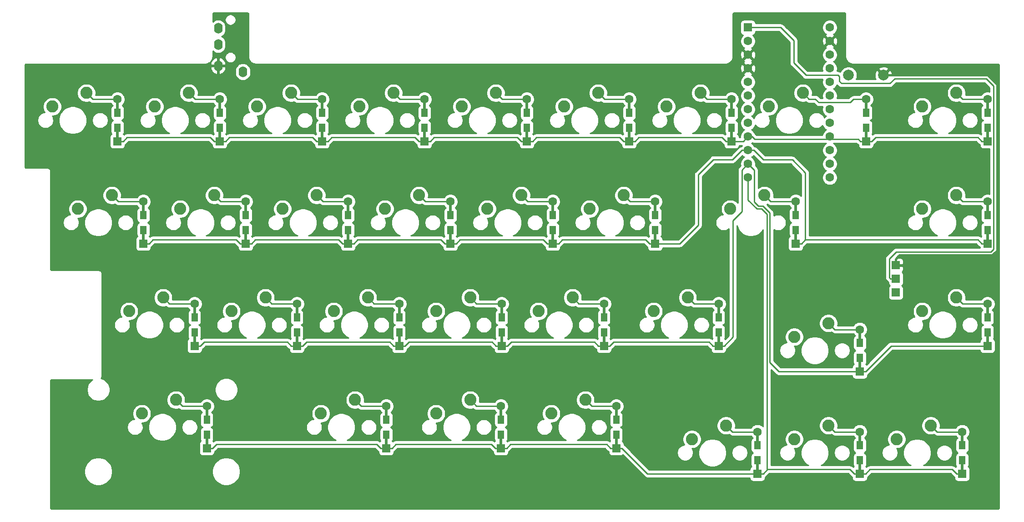
<source format=gbr>
G04 #@! TF.GenerationSoftware,KiCad,Pcbnew,(5.1.4)-1*
G04 #@! TF.CreationDate,2020-11-20T09:45:29-08:00*
G04 #@! TF.ProjectId,_autosave-_autosave-_autosave-_autosave-uwu-55,5f617574-6f73-4617-9665-2d5f6175746f,rev?*
G04 #@! TF.SameCoordinates,Original*
G04 #@! TF.FileFunction,Copper,L2,Bot*
G04 #@! TF.FilePolarity,Positive*
%FSLAX46Y46*%
G04 Gerber Fmt 4.6, Leading zero omitted, Abs format (unit mm)*
G04 Created by KiCad (PCBNEW (5.1.4)-1) date 2020-11-20 09:45:29*
%MOMM*%
%LPD*%
G04 APERTURE LIST*
%ADD10C,1.600000*%
%ADD11R,1.600000X1.600000*%
%ADD12R,0.500000X2.900000*%
%ADD13R,1.200000X1.600000*%
%ADD14O,1.600000X2.000000*%
%ADD15C,2.250000*%
%ADD16R,1.524000X1.524000*%
%ADD17C,2.000000*%
%ADD18C,0.800000*%
%ADD19C,0.381000*%
%ADD20C,0.254000*%
G04 APERTURE END LIST*
D10*
X272669000Y-49403000D03*
X272669000Y-51943000D03*
X272669000Y-54483000D03*
X272669000Y-57023000D03*
X272669000Y-59563000D03*
X272669000Y-62103000D03*
X272669000Y-64643000D03*
X272669000Y-67183000D03*
X272669000Y-69723000D03*
X272669000Y-72263000D03*
X272669000Y-74803000D03*
X272669000Y-77343000D03*
X257429000Y-77343000D03*
X257429000Y-74803000D03*
X257429000Y-72263000D03*
X257429000Y-69723000D03*
X257429000Y-67183000D03*
X257429000Y-64643000D03*
X257429000Y-62103000D03*
X257429000Y-59563000D03*
X257429000Y-57023000D03*
X257429000Y-54483000D03*
X257429000Y-51943000D03*
D11*
X257429000Y-49403000D03*
X266319000Y-89625000D03*
D10*
X266319000Y-81825000D03*
D12*
X266319000Y-88225000D03*
D13*
X266319000Y-87125000D03*
X266319000Y-84325000D03*
D12*
X266319000Y-83225000D03*
D11*
X302006000Y-108675000D03*
D10*
X302006000Y-100875000D03*
D12*
X302006000Y-107275000D03*
D13*
X302006000Y-106175000D03*
X302006000Y-103375000D03*
D12*
X302006000Y-102275000D03*
D11*
X279400000Y-70575000D03*
D10*
X279400000Y-62775000D03*
D12*
X279400000Y-69175000D03*
D13*
X279400000Y-68075000D03*
X279400000Y-65275000D03*
D12*
X279400000Y-64175000D03*
D11*
X278257000Y-132487500D03*
D10*
X278257000Y-124687500D03*
D12*
X278257000Y-131087500D03*
D13*
X278257000Y-129987500D03*
X278257000Y-127187500D03*
D12*
X278257000Y-126087500D03*
D11*
X297307000Y-132487500D03*
D10*
X297307000Y-124687500D03*
D12*
X297307000Y-131087500D03*
D13*
X297307000Y-129987500D03*
X297307000Y-127187500D03*
D12*
X297307000Y-126087500D03*
D11*
X254381000Y-70575000D03*
D10*
X254381000Y-62775000D03*
D12*
X254381000Y-69175000D03*
D13*
X254381000Y-68075000D03*
X254381000Y-65275000D03*
D12*
X254381000Y-64175000D03*
D11*
X259207000Y-132487500D03*
D10*
X259207000Y-124687500D03*
D12*
X259207000Y-131087500D03*
D13*
X259207000Y-129987500D03*
X259207000Y-127187500D03*
D12*
X259207000Y-126087500D03*
D11*
X251968000Y-108675000D03*
D10*
X251968000Y-100875000D03*
D12*
X251968000Y-107275000D03*
D13*
X251968000Y-106175000D03*
X251968000Y-103375000D03*
D12*
X251968000Y-102275000D03*
D11*
X240157000Y-89625000D03*
D10*
X240157000Y-81825000D03*
D12*
X240157000Y-88225000D03*
D13*
X240157000Y-87125000D03*
X240157000Y-84325000D03*
D12*
X240157000Y-83225000D03*
D11*
X302006000Y-70575000D03*
D10*
X302006000Y-62775000D03*
D12*
X302006000Y-69175000D03*
D13*
X302006000Y-68075000D03*
X302006000Y-65275000D03*
D12*
X302006000Y-64175000D03*
D11*
X235331000Y-70575000D03*
D10*
X235331000Y-62775000D03*
D12*
X235331000Y-69175000D03*
D13*
X235331000Y-68075000D03*
X235331000Y-65275000D03*
D12*
X235331000Y-64175000D03*
D11*
X302006000Y-89625000D03*
D10*
X302006000Y-81825000D03*
D12*
X302006000Y-88225000D03*
D13*
X302006000Y-87125000D03*
X302006000Y-84325000D03*
D12*
X302006000Y-83225000D03*
D11*
X232918000Y-127725000D03*
D10*
X232918000Y-119925000D03*
D12*
X232918000Y-126325000D03*
D13*
X232918000Y-125225000D03*
X232918000Y-122425000D03*
D12*
X232918000Y-121325000D03*
D11*
X278257000Y-113437500D03*
D10*
X278257000Y-105637500D03*
D12*
X278257000Y-112037500D03*
D13*
X278257000Y-110937500D03*
X278257000Y-108137500D03*
D12*
X278257000Y-107037500D03*
D11*
X163957000Y-89625000D03*
D10*
X163957000Y-81825000D03*
D12*
X163957000Y-88225000D03*
D13*
X163957000Y-87125000D03*
X163957000Y-84325000D03*
D12*
X163957000Y-83225000D03*
D11*
X216281000Y-70575000D03*
D10*
X216281000Y-62775000D03*
D12*
X216281000Y-69175000D03*
D13*
X216281000Y-68075000D03*
X216281000Y-65275000D03*
D12*
X216281000Y-64175000D03*
D11*
X144907000Y-89625000D03*
D10*
X144907000Y-81825000D03*
D12*
X144907000Y-88225000D03*
D13*
X144907000Y-87125000D03*
X144907000Y-84325000D03*
D12*
X144907000Y-83225000D03*
D11*
X192532000Y-108675000D03*
D10*
X192532000Y-100875000D03*
D12*
X192532000Y-107275000D03*
D13*
X192532000Y-106175000D03*
X192532000Y-103375000D03*
D12*
X192532000Y-102275000D03*
D11*
X178181000Y-70575000D03*
D10*
X178181000Y-62775000D03*
D12*
X178181000Y-69175000D03*
D13*
X178181000Y-68075000D03*
X178181000Y-65275000D03*
D12*
X178181000Y-64175000D03*
D11*
X211455000Y-127725000D03*
D10*
X211455000Y-119925000D03*
D12*
X211455000Y-126325000D03*
D13*
X211455000Y-125225000D03*
X211455000Y-122425000D03*
D12*
X211455000Y-121325000D03*
D11*
X140081000Y-70575000D03*
D10*
X140081000Y-62775000D03*
D12*
X140081000Y-69175000D03*
D13*
X140081000Y-68075000D03*
X140081000Y-65275000D03*
D12*
X140081000Y-64175000D03*
D11*
X202057000Y-89625000D03*
D10*
X202057000Y-81825000D03*
D12*
X202057000Y-88225000D03*
D13*
X202057000Y-87125000D03*
X202057000Y-84325000D03*
D12*
X202057000Y-83225000D03*
D11*
X230632000Y-108675000D03*
D10*
X230632000Y-100875000D03*
D12*
X230632000Y-107275000D03*
D13*
X230632000Y-106175000D03*
X230632000Y-103375000D03*
D12*
X230632000Y-102275000D03*
D11*
X183007000Y-89625000D03*
D10*
X183007000Y-81825000D03*
D12*
X183007000Y-88225000D03*
D13*
X183007000Y-87125000D03*
X183007000Y-84325000D03*
D12*
X183007000Y-83225000D03*
D11*
X173482000Y-108675000D03*
D10*
X173482000Y-100875000D03*
D12*
X173482000Y-107275000D03*
D13*
X173482000Y-106175000D03*
X173482000Y-103375000D03*
D12*
X173482000Y-102275000D03*
D11*
X190119000Y-127725000D03*
D10*
X190119000Y-119925000D03*
D12*
X190119000Y-126325000D03*
D13*
X190119000Y-125225000D03*
X190119000Y-122425000D03*
D12*
X190119000Y-121325000D03*
D11*
X154432000Y-108675000D03*
D10*
X154432000Y-100875000D03*
D12*
X154432000Y-107275000D03*
D13*
X154432000Y-106175000D03*
X154432000Y-103375000D03*
D12*
X154432000Y-102275000D03*
D11*
X159131000Y-70575000D03*
D10*
X159131000Y-62775000D03*
D12*
X159131000Y-69175000D03*
D13*
X159131000Y-68075000D03*
X159131000Y-65275000D03*
D12*
X159131000Y-64175000D03*
D11*
X156718000Y-127725000D03*
D10*
X156718000Y-119925000D03*
D12*
X156718000Y-126325000D03*
D13*
X156718000Y-125225000D03*
X156718000Y-122425000D03*
D12*
X156718000Y-121325000D03*
D11*
X197231000Y-70575000D03*
D10*
X197231000Y-62775000D03*
D12*
X197231000Y-69175000D03*
D13*
X197231000Y-68075000D03*
X197231000Y-65275000D03*
D12*
X197231000Y-64175000D03*
D11*
X221107000Y-89625000D03*
D10*
X221107000Y-81825000D03*
D12*
X221107000Y-88225000D03*
D13*
X221107000Y-87125000D03*
X221107000Y-84325000D03*
D12*
X221107000Y-83225000D03*
D11*
X211582000Y-108675000D03*
D10*
X211582000Y-100875000D03*
D12*
X211582000Y-107275000D03*
D13*
X211582000Y-106175000D03*
X211582000Y-103375000D03*
D12*
X211582000Y-102275000D03*
D14*
X163431250Y-57655000D03*
X158831250Y-56555000D03*
X158831250Y-49555000D03*
X158831250Y-52555000D03*
D15*
X234315000Y-80645000D03*
X227965000Y-83185000D03*
D16*
X284956250Y-93662500D03*
X284956250Y-96162500D03*
X284956250Y-98762500D03*
D15*
X224790000Y-99695000D03*
X218440000Y-102235000D03*
X296227500Y-80645000D03*
X289877500Y-83185000D03*
X191452500Y-61595000D03*
X185102500Y-64135000D03*
X148590000Y-99695000D03*
X142240000Y-102235000D03*
X296227500Y-61595000D03*
X289877500Y-64135000D03*
X291465000Y-123507500D03*
X285115000Y-126047500D03*
X153352500Y-61595000D03*
X147002500Y-64135000D03*
X150971250Y-118745000D03*
X144621250Y-121285000D03*
X296227500Y-99695000D03*
X289877500Y-102235000D03*
X134302500Y-61595000D03*
X127952500Y-64135000D03*
D17*
X276150000Y-58293000D03*
X282650000Y-58293000D03*
D15*
X272415000Y-104457500D03*
X266065000Y-106997500D03*
X210502500Y-61595000D03*
X204152500Y-64135000D03*
X246221250Y-99695000D03*
X239871250Y-102235000D03*
X227171250Y-118745000D03*
X220821250Y-121285000D03*
X248602500Y-61595000D03*
X242252500Y-64135000D03*
X229552500Y-61595000D03*
X223202500Y-64135000D03*
X205740000Y-99695000D03*
X199390000Y-102235000D03*
X267652500Y-61595000D03*
X261302500Y-64135000D03*
X215265000Y-80645000D03*
X208915000Y-83185000D03*
X196215000Y-80645000D03*
X189865000Y-83185000D03*
X158115000Y-80645000D03*
X151765000Y-83185000D03*
X205740000Y-118745000D03*
X199390000Y-121285000D03*
X184308750Y-118745000D03*
X177958750Y-121285000D03*
X253365000Y-123507500D03*
X247015000Y-126047500D03*
X167640000Y-99695000D03*
X161290000Y-102235000D03*
X186690000Y-99695000D03*
X180340000Y-102235000D03*
X139065000Y-80645000D03*
X132715000Y-83185000D03*
X272415000Y-123507500D03*
X266065000Y-126047500D03*
X260508750Y-80645000D03*
X254158750Y-83185000D03*
X172402500Y-61595000D03*
X166052500Y-64135000D03*
X177165000Y-80645000D03*
X170815000Y-83185000D03*
D18*
X261937500Y-72231250D03*
X261937500Y-77787500D03*
X283368750Y-66675000D03*
X268287500Y-73818750D03*
X263525000Y-61118750D03*
X161131250Y-50800000D03*
D19*
X285654750Y-91821000D02*
X302895000Y-91821000D01*
X302006000Y-58293000D02*
X282650000Y-58293000D01*
X284956250Y-92519500D02*
X285654750Y-91821000D01*
X284956250Y-93662500D02*
X284956250Y-92519500D01*
X303784000Y-60071000D02*
X302006000Y-58293000D01*
X302895000Y-91821000D02*
X303784000Y-90932000D01*
X303784000Y-90932000D02*
X303784000Y-60071000D01*
D20*
X140081000Y-62775000D02*
X135482500Y-62775000D01*
X135482500Y-62775000D02*
X134302500Y-61595000D01*
X277242000Y-70232000D02*
X277241000Y-70231000D01*
X157354000Y-69852000D02*
X158077000Y-70575000D01*
X233553000Y-69851000D02*
X234277000Y-70575000D01*
X252603000Y-69850000D02*
X252603000Y-69851000D01*
X157354000Y-69851000D02*
X157354000Y-69852000D01*
X236385000Y-70575000D02*
X237110000Y-69850000D01*
X140081000Y-70575000D02*
X141135000Y-70575000D01*
X160185000Y-70575000D02*
X160910000Y-69850000D01*
X176403000Y-69850000D02*
X176403000Y-69851000D01*
X196177000Y-70575000D02*
X197231000Y-70575000D01*
X234277000Y-70575000D02*
X235331000Y-70575000D01*
X179235000Y-70575000D02*
X179960000Y-69850000D01*
X237110000Y-69850000D02*
X252603000Y-69850000D01*
X256577000Y-70575000D02*
X257429000Y-69723000D01*
X278003000Y-70232000D02*
X277242000Y-70232000D01*
X235331000Y-70575000D02*
X236385000Y-70575000D01*
X214503000Y-69851000D02*
X215227000Y-70575000D01*
X278346000Y-70575000D02*
X278003000Y-70232000D01*
X195453000Y-69850000D02*
X195453000Y-69851000D01*
X177127000Y-70575000D02*
X178181000Y-70575000D01*
X217335000Y-70575000D02*
X218060000Y-69850000D01*
X214503000Y-69850000D02*
X214503000Y-69851000D01*
X159131000Y-70575000D02*
X160185000Y-70575000D01*
X176403000Y-69851000D02*
X177127000Y-70575000D01*
X277241000Y-70231000D02*
X258699000Y-70231000D01*
X198285000Y-70575000D02*
X199010000Y-69850000D01*
X254381000Y-70575000D02*
X256577000Y-70575000D01*
X160910000Y-69850000D02*
X176403000Y-69850000D01*
X215227000Y-70575000D02*
X216281000Y-70575000D01*
X195453000Y-69851000D02*
X196177000Y-70575000D01*
X258191000Y-69723000D02*
X257429000Y-69723000D01*
X199010000Y-69850000D02*
X214503000Y-69850000D01*
X178181000Y-70575000D02*
X179235000Y-70575000D01*
X141859000Y-69851000D02*
X157354000Y-69851000D01*
X233553000Y-69850000D02*
X233553000Y-69851000D01*
X158077000Y-70575000D02*
X159131000Y-70575000D01*
X258699000Y-70231000D02*
X258191000Y-69723000D01*
X141135000Y-70575000D02*
X141859000Y-69851000D01*
X252603000Y-69851000D02*
X253327000Y-70575000D01*
X197231000Y-70575000D02*
X198285000Y-70575000D01*
X218060000Y-69850000D02*
X233553000Y-69850000D01*
X279400000Y-70575000D02*
X280454000Y-70575000D01*
X279400000Y-70575000D02*
X278346000Y-70575000D01*
X179960000Y-69850000D02*
X195453000Y-69850000D01*
X216281000Y-70575000D02*
X217335000Y-70575000D01*
X253327000Y-70575000D02*
X254381000Y-70575000D01*
X280454000Y-70575000D02*
X281179000Y-69850000D01*
X281179000Y-69850000D02*
X300228000Y-69850000D01*
X300228000Y-69850000D02*
X300228000Y-69851000D01*
X300228000Y-69851000D02*
X300952000Y-70575000D01*
X300952000Y-70575000D02*
X302006000Y-70575000D01*
X238379000Y-88901000D02*
X239103000Y-89625000D01*
X221107000Y-89625000D02*
X222161000Y-89625000D01*
X300228000Y-88900000D02*
X300228000Y-88901000D01*
X222161000Y-89625000D02*
X222886000Y-88900000D01*
X251015500Y-73977500D02*
X248158000Y-76835000D01*
X203836000Y-88900000D02*
X219329000Y-88900000D01*
X219329000Y-88900000D02*
X219329000Y-88901000D01*
X300228000Y-88901000D02*
X300952000Y-89625000D01*
X248158000Y-76835000D02*
X248158000Y-86233000D01*
X267373000Y-89625000D02*
X268098000Y-88900000D01*
X258560370Y-72263000D02*
X260338370Y-74041000D01*
X257429000Y-72263000D02*
X256297630Y-72263000D01*
X244766000Y-89625000D02*
X240157000Y-89625000D01*
X254583130Y-73977500D02*
X251015500Y-73977500D01*
X256297630Y-72263000D02*
X254583130Y-73977500D01*
X266319000Y-89625000D02*
X267373000Y-89625000D01*
X239103000Y-89625000D02*
X240157000Y-89625000D01*
X268098000Y-88900000D02*
X300228000Y-88900000D01*
X220053000Y-89625000D02*
X221107000Y-89625000D01*
X300952000Y-89625000D02*
X302006000Y-89625000D01*
X248158000Y-86233000D02*
X244766000Y-89625000D01*
X260338370Y-74041000D02*
X265686000Y-74041000D01*
X257429000Y-72263000D02*
X258560370Y-72263000D01*
X219329000Y-88901000D02*
X220053000Y-89625000D01*
X268098000Y-76453000D02*
X268098000Y-88900000D01*
X265686000Y-74041000D02*
X268098000Y-76453000D01*
X222886000Y-88900000D02*
X238379000Y-88900000D01*
X203111000Y-89625000D02*
X203836000Y-88900000D01*
X238379000Y-88900000D02*
X238379000Y-88901000D01*
X202057000Y-89625000D02*
X203111000Y-89625000D01*
X162903000Y-89625000D02*
X163957000Y-89625000D01*
X183007000Y-89625000D02*
X184061000Y-89625000D01*
X184061000Y-89625000D02*
X184786000Y-88900000D01*
X184786000Y-88900000D02*
X200279000Y-88900000D01*
X200279000Y-88900000D02*
X200279000Y-88901000D01*
X200279000Y-88901000D02*
X201003000Y-89625000D01*
X163957000Y-89625000D02*
X165011000Y-89625000D01*
X201003000Y-89625000D02*
X202057000Y-89625000D01*
X145961000Y-89625000D02*
X146686000Y-88900000D01*
X165011000Y-89625000D02*
X165736000Y-88900000D01*
X181229000Y-88900000D02*
X181229000Y-88901000D01*
X144907000Y-89625000D02*
X145961000Y-89625000D01*
X162179000Y-88901000D02*
X162903000Y-89625000D01*
X165736000Y-88900000D02*
X181229000Y-88900000D01*
X181229000Y-88901000D02*
X181953000Y-89625000D01*
X162179000Y-88900000D02*
X162179000Y-88901000D01*
X181953000Y-89625000D02*
X183007000Y-89625000D01*
X146686000Y-88900000D02*
X162179000Y-88900000D01*
X144907000Y-81825000D02*
X140245000Y-81825000D01*
X140245000Y-81825000D02*
X139065000Y-80645000D01*
X284073500Y-108675000D02*
X302006000Y-108675000D01*
X278257000Y-113437500D02*
X279311000Y-113437500D01*
X279311000Y-113437500D02*
X284073500Y-108675000D01*
X278257000Y-113437500D02*
X263170500Y-113437500D01*
X175261000Y-107950000D02*
X190754000Y-107950000D01*
X190754000Y-107951000D02*
X191478000Y-108675000D01*
X251968000Y-108675000D02*
X253022000Y-108675000D01*
X228854000Y-107951000D02*
X229578000Y-108675000D01*
X258572000Y-75946000D02*
X257429000Y-74803000D01*
X209804000Y-107950000D02*
X209804000Y-107951000D01*
X190754000Y-107950000D02*
X190754000Y-107951000D01*
X228854000Y-107950000D02*
X228854000Y-107951000D01*
X231686000Y-108675000D02*
X232411000Y-107950000D01*
X156211000Y-107950000D02*
X171704000Y-107950000D01*
X191478000Y-108675000D02*
X192532000Y-108675000D01*
X173482000Y-108675000D02*
X174536000Y-108675000D01*
X258572000Y-81915000D02*
X258572000Y-75946000D01*
X261493000Y-111760000D02*
X261493000Y-83947000D01*
X263170500Y-113437500D02*
X261493000Y-111760000D01*
X193586000Y-108675000D02*
X194311000Y-107950000D01*
X194311000Y-107950000D02*
X209804000Y-107950000D01*
X171704000Y-107950000D02*
X171704000Y-107951000D01*
X229578000Y-108675000D02*
X230632000Y-108675000D01*
X250190000Y-107950000D02*
X250190000Y-107951000D01*
X230632000Y-108675000D02*
X231686000Y-108675000D01*
X192532000Y-108675000D02*
X193586000Y-108675000D01*
X254635000Y-85344000D02*
X256286000Y-83693000D01*
X155486000Y-108675000D02*
X156211000Y-107950000D01*
X172428000Y-108675000D02*
X173482000Y-108675000D01*
X259334000Y-82677000D02*
X258572000Y-81915000D01*
X250914000Y-108675000D02*
X251968000Y-108675000D01*
X261493000Y-83947000D02*
X260223000Y-82677000D01*
X171704000Y-107951000D02*
X172428000Y-108675000D01*
X174536000Y-108675000D02*
X175261000Y-107950000D01*
X250190000Y-107951000D02*
X250914000Y-108675000D01*
X260223000Y-82677000D02*
X259334000Y-82677000D01*
X154432000Y-108675000D02*
X155486000Y-108675000D01*
X212636000Y-108675000D02*
X213361000Y-107950000D01*
X210528000Y-108675000D02*
X211582000Y-108675000D01*
X256286000Y-83693000D02*
X256286000Y-75946000D01*
X256286000Y-75946000D02*
X257429000Y-74803000D01*
X209804000Y-107951000D02*
X210528000Y-108675000D01*
X211582000Y-108675000D02*
X212636000Y-108675000D01*
X213361000Y-107950000D02*
X228854000Y-107950000D01*
X254635000Y-107062000D02*
X254635000Y-85344000D01*
X253022000Y-108675000D02*
X254635000Y-107062000D01*
X232411000Y-107950000D02*
X250190000Y-107950000D01*
X149770000Y-100875000D02*
X148590000Y-99695000D01*
X154432000Y-100875000D02*
X149770000Y-100875000D01*
X277203000Y-132487500D02*
X276414500Y-131699000D01*
X233972000Y-127725000D02*
X238734500Y-132487500D01*
X297307000Y-132487500D02*
X296253000Y-132487500D01*
X258153000Y-132487500D02*
X259207000Y-132487500D01*
X276414500Y-131699000D02*
X261049500Y-131699000D01*
X278257000Y-132487500D02*
X279311000Y-132487500D01*
X261049500Y-131699000D02*
X260985000Y-131634500D01*
X295464500Y-131699000D02*
X295402000Y-131699000D01*
X279311000Y-132487500D02*
X280099500Y-131699000D01*
X260261000Y-132487500D02*
X259207000Y-132487500D01*
X260985000Y-84201000D02*
X259969000Y-83185000D01*
X232918000Y-127725000D02*
X233972000Y-127725000D01*
X257429000Y-81534000D02*
X257429000Y-77343000D01*
X290703000Y-131699000D02*
X295021000Y-131699000D01*
X238734500Y-132487500D02*
X258153000Y-132487500D01*
X259969000Y-83185000D02*
X259080000Y-83185000D01*
X261049500Y-131699000D02*
X260261000Y-132487500D01*
X211455000Y-127725000D02*
X212509000Y-127725000D01*
X296253000Y-132487500D02*
X295464500Y-131699000D01*
X295021000Y-131699000D02*
X295402000Y-131699000D01*
X212509000Y-127725000D02*
X213234000Y-127000000D01*
X260985000Y-131634500D02*
X260985000Y-84201000D01*
X259080000Y-83185000D02*
X257429000Y-81534000D01*
X280099500Y-131699000D02*
X290703000Y-131699000D01*
X278257000Y-132487500D02*
X277203000Y-132487500D01*
X157772000Y-127725000D02*
X158497000Y-127000000D01*
X188341000Y-127000000D02*
X188341000Y-127001000D01*
X210401000Y-127725000D02*
X211455000Y-127725000D01*
X156718000Y-127725000D02*
X157772000Y-127725000D01*
X191898000Y-127000000D02*
X209677000Y-127000000D01*
X189065000Y-127725000D02*
X190119000Y-127725000D01*
X213234000Y-127000000D02*
X231140000Y-127000000D01*
X210185000Y-127509000D02*
X210401000Y-127725000D01*
X158497000Y-127000000D02*
X188341000Y-127000000D01*
X231140000Y-127000000D02*
X231140000Y-127001000D01*
X231140000Y-127001000D02*
X231864000Y-127725000D01*
X231864000Y-127725000D02*
X232918000Y-127725000D01*
X210185000Y-127508000D02*
X210185000Y-127509000D01*
X191173000Y-127725000D02*
X191898000Y-127000000D01*
X209677000Y-127000000D02*
X210185000Y-127508000D01*
X190119000Y-127725000D02*
X191173000Y-127725000D01*
X188341000Y-127001000D02*
X189065000Y-127725000D01*
X152151250Y-119925000D02*
X150971250Y-118745000D01*
X156718000Y-119925000D02*
X152151250Y-119925000D01*
X159131000Y-62775000D02*
X154532500Y-62775000D01*
X154532500Y-62775000D02*
X153352500Y-61595000D01*
X163957000Y-81825000D02*
X159295000Y-81825000D01*
X159295000Y-81825000D02*
X158115000Y-80645000D01*
X173482000Y-100875000D02*
X168820000Y-100875000D01*
X168820000Y-100875000D02*
X167640000Y-99695000D01*
X173582500Y-62775000D02*
X172402500Y-61595000D01*
X178181000Y-62775000D02*
X173582500Y-62775000D01*
X183007000Y-81825000D02*
X178345000Y-81825000D01*
X178345000Y-81825000D02*
X177165000Y-80645000D01*
X187870000Y-100875000D02*
X186690000Y-99695000D01*
X192532000Y-100875000D02*
X187870000Y-100875000D01*
X190119000Y-119925000D02*
X185488750Y-119925000D01*
X185488750Y-119925000D02*
X184308750Y-118745000D01*
X197231000Y-62775000D02*
X192632500Y-62775000D01*
X192632500Y-62775000D02*
X191452500Y-61595000D01*
X202057000Y-81825000D02*
X197395000Y-81825000D01*
X197395000Y-81825000D02*
X196215000Y-80645000D01*
X211582000Y-100875000D02*
X206920000Y-100875000D01*
X206920000Y-100875000D02*
X205740000Y-99695000D01*
X206920000Y-119925000D02*
X205740000Y-118745000D01*
X211455000Y-119925000D02*
X206920000Y-119925000D01*
X211682500Y-62775000D02*
X210502500Y-61595000D01*
X216281000Y-62775000D02*
X211682500Y-62775000D01*
X216445000Y-81825000D02*
X215265000Y-80645000D01*
X221107000Y-81825000D02*
X216445000Y-81825000D01*
X225970000Y-100875000D02*
X224790000Y-99695000D01*
X230632000Y-100875000D02*
X225970000Y-100875000D01*
X232918000Y-119925000D02*
X228351250Y-119925000D01*
X228351250Y-119925000D02*
X227171250Y-118745000D01*
X235331000Y-62775000D02*
X230732500Y-62775000D01*
X230732500Y-62775000D02*
X229552500Y-61595000D01*
X240157000Y-81825000D02*
X235495000Y-81825000D01*
X235495000Y-81825000D02*
X234315000Y-80645000D01*
X251968000Y-100875000D02*
X247401250Y-100875000D01*
X247401250Y-100875000D02*
X246221250Y-99695000D01*
X259207000Y-124687500D02*
X254545000Y-124687500D01*
X254545000Y-124687500D02*
X253365000Y-123507500D01*
X249782500Y-62775000D02*
X248602500Y-61595000D01*
X254381000Y-62775000D02*
X249782500Y-62775000D01*
X266319000Y-81825000D02*
X261688750Y-81825000D01*
X261688750Y-81825000D02*
X260508750Y-80645000D01*
X278257000Y-105637500D02*
X273595000Y-105637500D01*
X273595000Y-105637500D02*
X272415000Y-104457500D01*
X278257000Y-124687500D02*
X273595000Y-124687500D01*
X273595000Y-124687500D02*
X272415000Y-123507500D01*
X270637000Y-63373000D02*
X276479000Y-63373000D01*
X269983999Y-62719999D02*
X270637000Y-63373000D01*
X268777499Y-62719999D02*
X269983999Y-62719999D01*
X277077000Y-62775000D02*
X279400000Y-62775000D01*
X279109000Y-62484000D02*
X279400000Y-62775000D01*
X267652500Y-61595000D02*
X268777499Y-62719999D01*
X276479000Y-63373000D02*
X277077000Y-62775000D01*
X297307000Y-124687500D02*
X292645000Y-124687500D01*
X292645000Y-124687500D02*
X291465000Y-123507500D01*
X302006000Y-62775000D02*
X297407500Y-62775000D01*
X297407500Y-62775000D02*
X296227500Y-61595000D01*
X302006000Y-81825000D02*
X297407500Y-81825000D01*
X297407500Y-81825000D02*
X296227500Y-80645000D01*
X302006000Y-100875000D02*
X297407500Y-100875000D01*
X297407500Y-100875000D02*
X296227500Y-99695000D01*
X274447000Y-58547000D02*
X274447000Y-59436000D01*
X283940250Y-96162500D02*
X284956250Y-96162500D01*
X303149000Y-60325000D02*
X303149000Y-90678000D01*
X303149000Y-90678000D02*
X302641000Y-91186000D01*
X274828000Y-59817000D02*
X283845000Y-59817000D01*
X274447000Y-59436000D02*
X274828000Y-59817000D01*
X302641000Y-91186000D02*
X284988000Y-91186000D01*
X257429000Y-49403000D02*
X263525000Y-49403000D01*
X268224000Y-58293000D02*
X274193000Y-58293000D01*
X274193000Y-58293000D02*
X274447000Y-58547000D01*
X265938000Y-56007000D02*
X268224000Y-58293000D01*
X283718000Y-92456000D02*
X283718000Y-95940250D01*
X283718000Y-95940250D02*
X283940250Y-96162500D01*
X265938000Y-51816000D02*
X265938000Y-56007000D01*
X284988000Y-91186000D02*
X283718000Y-92456000D01*
X283845000Y-59817000D02*
X284734000Y-58928000D01*
X263525000Y-49403000D02*
X265938000Y-51816000D01*
X284734000Y-58928000D02*
X301752000Y-58928000D01*
X301752000Y-58928000D02*
X303149000Y-60325000D01*
G36*
X164331612Y-46703152D02*
G01*
X164356013Y-46710519D01*
X164378515Y-46722483D01*
X164398264Y-46738591D01*
X164414509Y-46758227D01*
X164426633Y-46780651D01*
X164434168Y-46804992D01*
X164440001Y-46860485D01*
X164440000Y-54801168D01*
X164442769Y-54829280D01*
X164442735Y-54834109D01*
X164443635Y-54843280D01*
X164459828Y-54997346D01*
X164471854Y-55055932D01*
X164483065Y-55114703D01*
X164485729Y-55123524D01*
X164531538Y-55271508D01*
X164554713Y-55326640D01*
X164577126Y-55382114D01*
X164581452Y-55390251D01*
X164655132Y-55526520D01*
X164688567Y-55576088D01*
X164721338Y-55626169D01*
X164727163Y-55633310D01*
X164825909Y-55752673D01*
X164868343Y-55794812D01*
X164910206Y-55837561D01*
X164917307Y-55843435D01*
X165037355Y-55941344D01*
X165087182Y-55974449D01*
X165136538Y-56008244D01*
X165144644Y-56012627D01*
X165281425Y-56085354D01*
X165336727Y-56108148D01*
X165391710Y-56131714D01*
X165400513Y-56134439D01*
X165548814Y-56179214D01*
X165607517Y-56190837D01*
X165666006Y-56203270D01*
X165675171Y-56204233D01*
X165829344Y-56219350D01*
X165829348Y-56219350D01*
X165861331Y-56222500D01*
X253238669Y-56222500D01*
X253266781Y-56219731D01*
X253271609Y-56219765D01*
X253280780Y-56218865D01*
X253434846Y-56202672D01*
X253493432Y-56190646D01*
X253552203Y-56179435D01*
X253561024Y-56176771D01*
X253709008Y-56130962D01*
X253764140Y-56107787D01*
X253819614Y-56085374D01*
X253827751Y-56081048D01*
X253964020Y-56007368D01*
X254013588Y-55973933D01*
X254063669Y-55941162D01*
X254070810Y-55935337D01*
X254190173Y-55836591D01*
X254232312Y-55794157D01*
X254275061Y-55752294D01*
X254280935Y-55745193D01*
X254378844Y-55625145D01*
X254411949Y-55575318D01*
X254445744Y-55525962D01*
X254450127Y-55517856D01*
X254472540Y-55475702D01*
X256615903Y-55475702D01*
X256687486Y-55719671D01*
X256753636Y-55750971D01*
X256687486Y-55786329D01*
X256615903Y-56030298D01*
X257429000Y-56843395D01*
X258242097Y-56030298D01*
X258170514Y-55786329D01*
X258104364Y-55755029D01*
X258170514Y-55719671D01*
X258242097Y-55475702D01*
X257429000Y-54662605D01*
X256615903Y-55475702D01*
X254472540Y-55475702D01*
X254522854Y-55381075D01*
X254545648Y-55325773D01*
X254569214Y-55270790D01*
X254571939Y-55261987D01*
X254616714Y-55113686D01*
X254628337Y-55054983D01*
X254640770Y-54996494D01*
X254641733Y-54987329D01*
X254656850Y-54833156D01*
X254656850Y-54833152D01*
X254660000Y-54801169D01*
X254660000Y-54553512D01*
X255988783Y-54553512D01*
X256030213Y-54833130D01*
X256125397Y-55099292D01*
X256192329Y-55224514D01*
X256436298Y-55296097D01*
X257249395Y-54483000D01*
X257608605Y-54483000D01*
X258421702Y-55296097D01*
X258665671Y-55224514D01*
X258786571Y-54969004D01*
X258855300Y-54694816D01*
X258869217Y-54412488D01*
X258827787Y-54132870D01*
X258732603Y-53866708D01*
X258665671Y-53741486D01*
X258421702Y-53669903D01*
X257608605Y-54483000D01*
X257249395Y-54483000D01*
X256436298Y-53669903D01*
X256192329Y-53741486D01*
X256071429Y-53996996D01*
X256002700Y-54271184D01*
X255988783Y-54553512D01*
X254660000Y-54553512D01*
X254660000Y-46863529D01*
X254665652Y-46805888D01*
X254673019Y-46781487D01*
X254684983Y-46758985D01*
X254701091Y-46739236D01*
X254720727Y-46722991D01*
X254743151Y-46710867D01*
X254767492Y-46703332D01*
X254822976Y-46697500D01*
X275398971Y-46697500D01*
X275456612Y-46703152D01*
X275481013Y-46710519D01*
X275503515Y-46722483D01*
X275523264Y-46738591D01*
X275539509Y-46758227D01*
X275551633Y-46780651D01*
X275559168Y-46804992D01*
X275565001Y-46860485D01*
X275565000Y-54801168D01*
X275567769Y-54829280D01*
X275567735Y-54834109D01*
X275568635Y-54843280D01*
X275584828Y-54997346D01*
X275596854Y-55055932D01*
X275608065Y-55114703D01*
X275610729Y-55123524D01*
X275656538Y-55271508D01*
X275679713Y-55326640D01*
X275702126Y-55382114D01*
X275706452Y-55390251D01*
X275780132Y-55526520D01*
X275813567Y-55576088D01*
X275846338Y-55626169D01*
X275852163Y-55633310D01*
X275950909Y-55752673D01*
X275993343Y-55794812D01*
X276035206Y-55837561D01*
X276042307Y-55843435D01*
X276162355Y-55941344D01*
X276212182Y-55974449D01*
X276261538Y-56008244D01*
X276269644Y-56012627D01*
X276406425Y-56085354D01*
X276461727Y-56108148D01*
X276516710Y-56131714D01*
X276525513Y-56134439D01*
X276673814Y-56179214D01*
X276732517Y-56190837D01*
X276791006Y-56203270D01*
X276800171Y-56204233D01*
X276954344Y-56219350D01*
X276954348Y-56219350D01*
X276986331Y-56222500D01*
X303973971Y-56222500D01*
X304031612Y-56228152D01*
X304056013Y-56235519D01*
X304078515Y-56247483D01*
X304098264Y-56263591D01*
X304114509Y-56283227D01*
X304126633Y-56305651D01*
X304134168Y-56329992D01*
X304140001Y-56385485D01*
X304140000Y-138873971D01*
X304134348Y-138931614D01*
X304126982Y-138956010D01*
X304115016Y-138978516D01*
X304098909Y-138998264D01*
X304079273Y-139014509D01*
X304056849Y-139026633D01*
X304032508Y-139034168D01*
X303977025Y-139040000D01*
X127826029Y-139040000D01*
X127768386Y-139034348D01*
X127743990Y-139026982D01*
X127721484Y-139015016D01*
X127701736Y-138998909D01*
X127685491Y-138979273D01*
X127673367Y-138956849D01*
X127665832Y-138932508D01*
X127660000Y-138877025D01*
X127660000Y-131821076D01*
X133896100Y-131821076D01*
X133896100Y-132338924D01*
X133997127Y-132846822D01*
X134195299Y-133325251D01*
X134483000Y-133755826D01*
X134849174Y-134122000D01*
X135279749Y-134409701D01*
X135758178Y-134607873D01*
X136266076Y-134708900D01*
X136783924Y-134708900D01*
X137291822Y-134607873D01*
X137770251Y-134409701D01*
X138200826Y-134122000D01*
X138567000Y-133755826D01*
X138854701Y-133325251D01*
X139052873Y-132846822D01*
X139153900Y-132338924D01*
X139153900Y-131821076D01*
X157708600Y-131821076D01*
X157708600Y-132338924D01*
X157809627Y-132846822D01*
X158007799Y-133325251D01*
X158295500Y-133755826D01*
X158661674Y-134122000D01*
X159092249Y-134409701D01*
X159570678Y-134607873D01*
X160078576Y-134708900D01*
X160596424Y-134708900D01*
X161104322Y-134607873D01*
X161582751Y-134409701D01*
X162013326Y-134122000D01*
X162379500Y-133755826D01*
X162667201Y-133325251D01*
X162865373Y-132846822D01*
X162966400Y-132338924D01*
X162966400Y-131821076D01*
X162865373Y-131313178D01*
X162667201Y-130834749D01*
X162379500Y-130404174D01*
X162013326Y-130038000D01*
X161582751Y-129750299D01*
X161104322Y-129552127D01*
X160596424Y-129451100D01*
X160078576Y-129451100D01*
X159570678Y-129552127D01*
X159092249Y-129750299D01*
X158661674Y-130038000D01*
X158295500Y-130404174D01*
X158007799Y-130834749D01*
X157809627Y-131313178D01*
X157708600Y-131821076D01*
X139153900Y-131821076D01*
X139052873Y-131313178D01*
X138854701Y-130834749D01*
X138567000Y-130404174D01*
X138200826Y-130038000D01*
X137770251Y-129750299D01*
X137291822Y-129552127D01*
X136783924Y-129451100D01*
X136266076Y-129451100D01*
X135758178Y-129552127D01*
X135279749Y-129750299D01*
X134849174Y-130038000D01*
X134483000Y-130404174D01*
X134195299Y-130834749D01*
X133997127Y-131313178D01*
X133896100Y-131821076D01*
X127660000Y-131821076D01*
X127660000Y-123676278D01*
X141841250Y-123676278D01*
X141841250Y-123973722D01*
X141899279Y-124265451D01*
X142013106Y-124540253D01*
X142178357Y-124787569D01*
X142388681Y-124997893D01*
X142635997Y-125163144D01*
X142910799Y-125276971D01*
X143202528Y-125335000D01*
X143499972Y-125335000D01*
X143791701Y-125276971D01*
X144066503Y-125163144D01*
X144313819Y-124997893D01*
X144524143Y-124787569D01*
X144689394Y-124540253D01*
X144803221Y-124265451D01*
X144861250Y-123973722D01*
X144861250Y-123676278D01*
X144839330Y-123566076D01*
X145802350Y-123566076D01*
X145802350Y-124083924D01*
X145903377Y-124591822D01*
X146101549Y-125070251D01*
X146389250Y-125500826D01*
X146755424Y-125867000D01*
X147185999Y-126154701D01*
X147664428Y-126352873D01*
X148172326Y-126453900D01*
X148690174Y-126453900D01*
X149198072Y-126352873D01*
X149676501Y-126154701D01*
X150107076Y-125867000D01*
X150473250Y-125500826D01*
X150760951Y-125070251D01*
X150959123Y-124591822D01*
X151060150Y-124083924D01*
X151060150Y-123676278D01*
X152001250Y-123676278D01*
X152001250Y-123973722D01*
X152059279Y-124265451D01*
X152173106Y-124540253D01*
X152338357Y-124787569D01*
X152548681Y-124997893D01*
X152795997Y-125163144D01*
X153070799Y-125276971D01*
X153362528Y-125335000D01*
X153659972Y-125335000D01*
X153951701Y-125276971D01*
X154226503Y-125163144D01*
X154473819Y-124997893D01*
X154684143Y-124787569D01*
X154849394Y-124540253D01*
X154963221Y-124265451D01*
X155021250Y-123973722D01*
X155021250Y-123676278D01*
X154963221Y-123384549D01*
X154849394Y-123109747D01*
X154684143Y-122862431D01*
X154473819Y-122652107D01*
X154226503Y-122486856D01*
X153951701Y-122373029D01*
X153659972Y-122315000D01*
X153362528Y-122315000D01*
X153070799Y-122373029D01*
X152795997Y-122486856D01*
X152548681Y-122652107D01*
X152338357Y-122862431D01*
X152173106Y-123109747D01*
X152059279Y-123384549D01*
X152001250Y-123676278D01*
X151060150Y-123676278D01*
X151060150Y-123566076D01*
X150959123Y-123058178D01*
X150760951Y-122579749D01*
X150473250Y-122149174D01*
X150107076Y-121783000D01*
X149676501Y-121495299D01*
X149198072Y-121297127D01*
X148690174Y-121196100D01*
X148172326Y-121196100D01*
X147664428Y-121297127D01*
X147185999Y-121495299D01*
X146755424Y-121783000D01*
X146389250Y-122149174D01*
X146101549Y-122579749D01*
X145903377Y-123058178D01*
X145802350Y-123566076D01*
X144839330Y-123566076D01*
X144803221Y-123384549D01*
X144689394Y-123109747D01*
X144646132Y-123045000D01*
X144794595Y-123045000D01*
X145134623Y-122977364D01*
X145454923Y-122844692D01*
X145743185Y-122652081D01*
X145988331Y-122406935D01*
X146180942Y-122118673D01*
X146313614Y-121798373D01*
X146381250Y-121458345D01*
X146381250Y-121111655D01*
X146313614Y-120771627D01*
X146180942Y-120451327D01*
X145988331Y-120163065D01*
X145743185Y-119917919D01*
X145454923Y-119725308D01*
X145134623Y-119592636D01*
X144794595Y-119525000D01*
X144447905Y-119525000D01*
X144107877Y-119592636D01*
X143787577Y-119725308D01*
X143499315Y-119917919D01*
X143254169Y-120163065D01*
X143061558Y-120451327D01*
X142928886Y-120771627D01*
X142861250Y-121111655D01*
X142861250Y-121458345D01*
X142928886Y-121798373D01*
X143061558Y-122118673D01*
X143193888Y-122316719D01*
X142910799Y-122373029D01*
X142635997Y-122486856D01*
X142388681Y-122652107D01*
X142178357Y-122862431D01*
X142013106Y-123109747D01*
X141899279Y-123384549D01*
X141841250Y-123676278D01*
X127660000Y-123676278D01*
X127660000Y-115126029D01*
X127665652Y-115068388D01*
X127673019Y-115043987D01*
X127684983Y-115021485D01*
X127701091Y-115001736D01*
X127720727Y-114985491D01*
X127743151Y-114973367D01*
X127767492Y-114965832D01*
X127822976Y-114960000D01*
X135452522Y-114960000D01*
X135148718Y-115162996D01*
X134847996Y-115463718D01*
X134611719Y-115817330D01*
X134448970Y-116210243D01*
X134366000Y-116627357D01*
X134366000Y-117052643D01*
X134448970Y-117469757D01*
X134611719Y-117862670D01*
X134847996Y-118216282D01*
X135148718Y-118517004D01*
X135502330Y-118753281D01*
X135895243Y-118916030D01*
X136312357Y-118999000D01*
X136737643Y-118999000D01*
X137154757Y-118916030D01*
X137547670Y-118753281D01*
X137901282Y-118517004D01*
X138202004Y-118216282D01*
X138438281Y-117862670D01*
X138601030Y-117469757D01*
X138684000Y-117052643D01*
X138684000Y-116627357D01*
X158178500Y-116627357D01*
X158178500Y-117052643D01*
X158261470Y-117469757D01*
X158424219Y-117862670D01*
X158660496Y-118216282D01*
X158961218Y-118517004D01*
X159314830Y-118753281D01*
X159707743Y-118916030D01*
X160124857Y-118999000D01*
X160550143Y-118999000D01*
X160967257Y-118916030D01*
X161360170Y-118753281D01*
X161713782Y-118517004D01*
X162014504Y-118216282D01*
X162250781Y-117862670D01*
X162413530Y-117469757D01*
X162496500Y-117052643D01*
X162496500Y-116627357D01*
X162413530Y-116210243D01*
X162250781Y-115817330D01*
X162014504Y-115463718D01*
X161713782Y-115162996D01*
X161360170Y-114926719D01*
X160967257Y-114763970D01*
X160550143Y-114681000D01*
X160124857Y-114681000D01*
X159707743Y-114763970D01*
X159314830Y-114926719D01*
X158961218Y-115162996D01*
X158660496Y-115463718D01*
X158424219Y-115817330D01*
X158261470Y-116210243D01*
X158178500Y-116627357D01*
X138684000Y-116627357D01*
X138601030Y-116210243D01*
X138438281Y-115817330D01*
X138202004Y-115463718D01*
X137901282Y-115162996D01*
X137547670Y-114926719D01*
X137154757Y-114763970D01*
X137020027Y-114737170D01*
X137076425Y-114668450D01*
X137137710Y-114553793D01*
X137175450Y-114429383D01*
X137188193Y-114300000D01*
X137185000Y-114267581D01*
X137185000Y-104626278D01*
X139460000Y-104626278D01*
X139460000Y-104923722D01*
X139518029Y-105215451D01*
X139631856Y-105490253D01*
X139797107Y-105737569D01*
X140007431Y-105947893D01*
X140254747Y-106113144D01*
X140529549Y-106226971D01*
X140821278Y-106285000D01*
X141118722Y-106285000D01*
X141410451Y-106226971D01*
X141685253Y-106113144D01*
X141932569Y-105947893D01*
X142142893Y-105737569D01*
X142308144Y-105490253D01*
X142421971Y-105215451D01*
X142480000Y-104923722D01*
X142480000Y-104626278D01*
X142458080Y-104516076D01*
X143421100Y-104516076D01*
X143421100Y-105033924D01*
X143522127Y-105541822D01*
X143720299Y-106020251D01*
X144008000Y-106450826D01*
X144374174Y-106817000D01*
X144804749Y-107104701D01*
X145283178Y-107302873D01*
X145791076Y-107403900D01*
X146308924Y-107403900D01*
X146816822Y-107302873D01*
X147295251Y-107104701D01*
X147725826Y-106817000D01*
X148092000Y-106450826D01*
X148379701Y-106020251D01*
X148577873Y-105541822D01*
X148678900Y-105033924D01*
X148678900Y-104626278D01*
X149620000Y-104626278D01*
X149620000Y-104923722D01*
X149678029Y-105215451D01*
X149791856Y-105490253D01*
X149957107Y-105737569D01*
X150167431Y-105947893D01*
X150414747Y-106113144D01*
X150689549Y-106226971D01*
X150981278Y-106285000D01*
X151278722Y-106285000D01*
X151570451Y-106226971D01*
X151845253Y-106113144D01*
X152092569Y-105947893D01*
X152302893Y-105737569D01*
X152468144Y-105490253D01*
X152581971Y-105215451D01*
X152640000Y-104923722D01*
X152640000Y-104626278D01*
X152581971Y-104334549D01*
X152468144Y-104059747D01*
X152302893Y-103812431D01*
X152092569Y-103602107D01*
X151845253Y-103436856D01*
X151570451Y-103323029D01*
X151278722Y-103265000D01*
X150981278Y-103265000D01*
X150689549Y-103323029D01*
X150414747Y-103436856D01*
X150167431Y-103602107D01*
X149957107Y-103812431D01*
X149791856Y-104059747D01*
X149678029Y-104334549D01*
X149620000Y-104626278D01*
X148678900Y-104626278D01*
X148678900Y-104516076D01*
X148577873Y-104008178D01*
X148379701Y-103529749D01*
X148092000Y-103099174D01*
X147725826Y-102733000D01*
X147295251Y-102445299D01*
X146816822Y-102247127D01*
X146308924Y-102146100D01*
X145791076Y-102146100D01*
X145283178Y-102247127D01*
X144804749Y-102445299D01*
X144374174Y-102733000D01*
X144008000Y-103099174D01*
X143720299Y-103529749D01*
X143522127Y-104008178D01*
X143421100Y-104516076D01*
X142458080Y-104516076D01*
X142421971Y-104334549D01*
X142308144Y-104059747D01*
X142264882Y-103995000D01*
X142413345Y-103995000D01*
X142753373Y-103927364D01*
X143073673Y-103794692D01*
X143361935Y-103602081D01*
X143607081Y-103356935D01*
X143799692Y-103068673D01*
X143932364Y-102748373D01*
X144000000Y-102408345D01*
X144000000Y-102061655D01*
X143932364Y-101721627D01*
X143799692Y-101401327D01*
X143607081Y-101113065D01*
X143361935Y-100867919D01*
X143073673Y-100675308D01*
X142753373Y-100542636D01*
X142413345Y-100475000D01*
X142066655Y-100475000D01*
X141726627Y-100542636D01*
X141406327Y-100675308D01*
X141118065Y-100867919D01*
X140872919Y-101113065D01*
X140680308Y-101401327D01*
X140547636Y-101721627D01*
X140480000Y-102061655D01*
X140480000Y-102408345D01*
X140547636Y-102748373D01*
X140680308Y-103068673D01*
X140812638Y-103266719D01*
X140529549Y-103323029D01*
X140254747Y-103436856D01*
X140007431Y-103602107D01*
X139797107Y-103812431D01*
X139631856Y-104059747D01*
X139518029Y-104334549D01*
X139460000Y-104626278D01*
X137185000Y-104626278D01*
X137185000Y-95282419D01*
X137188193Y-95250000D01*
X137175450Y-95120617D01*
X137137710Y-94996207D01*
X137076425Y-94881550D01*
X136993948Y-94781052D01*
X136893450Y-94698575D01*
X136778793Y-94637290D01*
X136654383Y-94599550D01*
X136557419Y-94590000D01*
X136525000Y-94586807D01*
X136492581Y-94590000D01*
X127826029Y-94590000D01*
X127768386Y-94584348D01*
X127743990Y-94576982D01*
X127721484Y-94565016D01*
X127701736Y-94548909D01*
X127685491Y-94529273D01*
X127673367Y-94506849D01*
X127665832Y-94482508D01*
X127660000Y-94427025D01*
X127660000Y-85576278D01*
X129935000Y-85576278D01*
X129935000Y-85873722D01*
X129993029Y-86165451D01*
X130106856Y-86440253D01*
X130272107Y-86687569D01*
X130482431Y-86897893D01*
X130729747Y-87063144D01*
X131004549Y-87176971D01*
X131296278Y-87235000D01*
X131593722Y-87235000D01*
X131885451Y-87176971D01*
X132160253Y-87063144D01*
X132407569Y-86897893D01*
X132617893Y-86687569D01*
X132783144Y-86440253D01*
X132896971Y-86165451D01*
X132955000Y-85873722D01*
X132955000Y-85576278D01*
X132933080Y-85466076D01*
X133896100Y-85466076D01*
X133896100Y-85983924D01*
X133997127Y-86491822D01*
X134195299Y-86970251D01*
X134483000Y-87400826D01*
X134849174Y-87767000D01*
X135279749Y-88054701D01*
X135758178Y-88252873D01*
X136266076Y-88353900D01*
X136783924Y-88353900D01*
X137291822Y-88252873D01*
X137770251Y-88054701D01*
X138200826Y-87767000D01*
X138567000Y-87400826D01*
X138854701Y-86970251D01*
X139052873Y-86491822D01*
X139153900Y-85983924D01*
X139153900Y-85576278D01*
X140095000Y-85576278D01*
X140095000Y-85873722D01*
X140153029Y-86165451D01*
X140266856Y-86440253D01*
X140432107Y-86687569D01*
X140642431Y-86897893D01*
X140889747Y-87063144D01*
X141164549Y-87176971D01*
X141456278Y-87235000D01*
X141753722Y-87235000D01*
X142045451Y-87176971D01*
X142320253Y-87063144D01*
X142567569Y-86897893D01*
X142777893Y-86687569D01*
X142943144Y-86440253D01*
X143056971Y-86165451D01*
X143115000Y-85873722D01*
X143115000Y-85576278D01*
X143056971Y-85284549D01*
X142943144Y-85009747D01*
X142777893Y-84762431D01*
X142567569Y-84552107D01*
X142320253Y-84386856D01*
X142045451Y-84273029D01*
X141753722Y-84215000D01*
X141456278Y-84215000D01*
X141164549Y-84273029D01*
X140889747Y-84386856D01*
X140642431Y-84552107D01*
X140432107Y-84762431D01*
X140266856Y-85009747D01*
X140153029Y-85284549D01*
X140095000Y-85576278D01*
X139153900Y-85576278D01*
X139153900Y-85466076D01*
X139052873Y-84958178D01*
X138854701Y-84479749D01*
X138567000Y-84049174D01*
X138200826Y-83683000D01*
X137770251Y-83395299D01*
X137291822Y-83197127D01*
X136783924Y-83096100D01*
X136266076Y-83096100D01*
X135758178Y-83197127D01*
X135279749Y-83395299D01*
X134849174Y-83683000D01*
X134483000Y-84049174D01*
X134195299Y-84479749D01*
X133997127Y-84958178D01*
X133896100Y-85466076D01*
X132933080Y-85466076D01*
X132896971Y-85284549D01*
X132783144Y-85009747D01*
X132739882Y-84945000D01*
X132888345Y-84945000D01*
X133228373Y-84877364D01*
X133548673Y-84744692D01*
X133836935Y-84552081D01*
X134082081Y-84306935D01*
X134274692Y-84018673D01*
X134407364Y-83698373D01*
X134475000Y-83358345D01*
X134475000Y-83011655D01*
X134407364Y-82671627D01*
X134274692Y-82351327D01*
X134082081Y-82063065D01*
X133836935Y-81817919D01*
X133548673Y-81625308D01*
X133228373Y-81492636D01*
X132888345Y-81425000D01*
X132541655Y-81425000D01*
X132201627Y-81492636D01*
X131881327Y-81625308D01*
X131593065Y-81817919D01*
X131347919Y-82063065D01*
X131155308Y-82351327D01*
X131022636Y-82671627D01*
X130955000Y-83011655D01*
X130955000Y-83358345D01*
X131022636Y-83698373D01*
X131155308Y-84018673D01*
X131287638Y-84216719D01*
X131004549Y-84273029D01*
X130729747Y-84386856D01*
X130482431Y-84552107D01*
X130272107Y-84762431D01*
X130106856Y-85009747D01*
X129993029Y-85284549D01*
X129935000Y-85576278D01*
X127660000Y-85576278D01*
X127660000Y-76232419D01*
X127663193Y-76200000D01*
X127650450Y-76070617D01*
X127612710Y-75946207D01*
X127551425Y-75831550D01*
X127468948Y-75731052D01*
X127368450Y-75648575D01*
X127253793Y-75587290D01*
X127129383Y-75549550D01*
X127032419Y-75540000D01*
X127000000Y-75536807D01*
X126967581Y-75540000D01*
X123063529Y-75540000D01*
X123005886Y-75534348D01*
X122981490Y-75526982D01*
X122958984Y-75515016D01*
X122939236Y-75498909D01*
X122922991Y-75479273D01*
X122910867Y-75456849D01*
X122903332Y-75432508D01*
X122897500Y-75377025D01*
X122897500Y-66526278D01*
X125172500Y-66526278D01*
X125172500Y-66823722D01*
X125230529Y-67115451D01*
X125344356Y-67390253D01*
X125509607Y-67637569D01*
X125719931Y-67847893D01*
X125967247Y-68013144D01*
X126242049Y-68126971D01*
X126533778Y-68185000D01*
X126831222Y-68185000D01*
X127122951Y-68126971D01*
X127397753Y-68013144D01*
X127645069Y-67847893D01*
X127855393Y-67637569D01*
X128020644Y-67390253D01*
X128134471Y-67115451D01*
X128192500Y-66823722D01*
X128192500Y-66526278D01*
X128170580Y-66416076D01*
X129133600Y-66416076D01*
X129133600Y-66933924D01*
X129234627Y-67441822D01*
X129432799Y-67920251D01*
X129720500Y-68350826D01*
X130086674Y-68717000D01*
X130517249Y-69004701D01*
X130995678Y-69202873D01*
X131503576Y-69303900D01*
X132021424Y-69303900D01*
X132529322Y-69202873D01*
X133007751Y-69004701D01*
X133438326Y-68717000D01*
X133804500Y-68350826D01*
X134092201Y-67920251D01*
X134290373Y-67441822D01*
X134391400Y-66933924D01*
X134391400Y-66526278D01*
X135332500Y-66526278D01*
X135332500Y-66823722D01*
X135390529Y-67115451D01*
X135504356Y-67390253D01*
X135669607Y-67637569D01*
X135879931Y-67847893D01*
X136127247Y-68013144D01*
X136402049Y-68126971D01*
X136693778Y-68185000D01*
X136991222Y-68185000D01*
X137282951Y-68126971D01*
X137557753Y-68013144D01*
X137805069Y-67847893D01*
X138015393Y-67637569D01*
X138180644Y-67390253D01*
X138294471Y-67115451D01*
X138352500Y-66823722D01*
X138352500Y-66526278D01*
X138294471Y-66234549D01*
X138180644Y-65959747D01*
X138015393Y-65712431D01*
X137805069Y-65502107D01*
X137557753Y-65336856D01*
X137282951Y-65223029D01*
X136991222Y-65165000D01*
X136693778Y-65165000D01*
X136402049Y-65223029D01*
X136127247Y-65336856D01*
X135879931Y-65502107D01*
X135669607Y-65712431D01*
X135504356Y-65959747D01*
X135390529Y-66234549D01*
X135332500Y-66526278D01*
X134391400Y-66526278D01*
X134391400Y-66416076D01*
X134290373Y-65908178D01*
X134092201Y-65429749D01*
X133804500Y-64999174D01*
X133438326Y-64633000D01*
X133007751Y-64345299D01*
X132529322Y-64147127D01*
X132021424Y-64046100D01*
X131503576Y-64046100D01*
X130995678Y-64147127D01*
X130517249Y-64345299D01*
X130086674Y-64633000D01*
X129720500Y-64999174D01*
X129432799Y-65429749D01*
X129234627Y-65908178D01*
X129133600Y-66416076D01*
X128170580Y-66416076D01*
X128134471Y-66234549D01*
X128020644Y-65959747D01*
X127977382Y-65895000D01*
X128125845Y-65895000D01*
X128465873Y-65827364D01*
X128786173Y-65694692D01*
X129074435Y-65502081D01*
X129319581Y-65256935D01*
X129512192Y-64968673D01*
X129644864Y-64648373D01*
X129712500Y-64308345D01*
X129712500Y-63961655D01*
X129644864Y-63621627D01*
X129512192Y-63301327D01*
X129319581Y-63013065D01*
X129074435Y-62767919D01*
X128786173Y-62575308D01*
X128465873Y-62442636D01*
X128125845Y-62375000D01*
X127779155Y-62375000D01*
X127439127Y-62442636D01*
X127118827Y-62575308D01*
X126830565Y-62767919D01*
X126585419Y-63013065D01*
X126392808Y-63301327D01*
X126260136Y-63621627D01*
X126192500Y-63961655D01*
X126192500Y-64308345D01*
X126260136Y-64648373D01*
X126392808Y-64968673D01*
X126525138Y-65166719D01*
X126242049Y-65223029D01*
X125967247Y-65336856D01*
X125719931Y-65502107D01*
X125509607Y-65712431D01*
X125344356Y-65959747D01*
X125230529Y-66234549D01*
X125172500Y-66526278D01*
X122897500Y-66526278D01*
X122897500Y-61421655D01*
X132542500Y-61421655D01*
X132542500Y-61768345D01*
X132610136Y-62108373D01*
X132742808Y-62428673D01*
X132935419Y-62716935D01*
X133180565Y-62962081D01*
X133468827Y-63154692D01*
X133789127Y-63287364D01*
X134129155Y-63355000D01*
X134475845Y-63355000D01*
X134815873Y-63287364D01*
X134887545Y-63257676D01*
X134917220Y-63287351D01*
X134941078Y-63316422D01*
X134970148Y-63340279D01*
X135057107Y-63411645D01*
X135086585Y-63427401D01*
X135189485Y-63482402D01*
X135333122Y-63525974D01*
X135445074Y-63537000D01*
X135445076Y-63537000D01*
X135482499Y-63540686D01*
X135519922Y-63537000D01*
X138864293Y-63537000D01*
X138966363Y-63689759D01*
X139166241Y-63889637D01*
X139192928Y-63907469D01*
X139192928Y-63908959D01*
X139126506Y-63944463D01*
X139029815Y-64023815D01*
X138950463Y-64120506D01*
X138891498Y-64230820D01*
X138855188Y-64350518D01*
X138842928Y-64475000D01*
X138842928Y-66075000D01*
X138855188Y-66199482D01*
X138891498Y-66319180D01*
X138950463Y-66429494D01*
X139029815Y-66526185D01*
X139126506Y-66605537D01*
X139236820Y-66664502D01*
X139271427Y-66675000D01*
X139236820Y-66685498D01*
X139126506Y-66744463D01*
X139029815Y-66823815D01*
X138950463Y-66920506D01*
X138891498Y-67030820D01*
X138855188Y-67150518D01*
X138842928Y-67275000D01*
X138842928Y-68875000D01*
X138855188Y-68999482D01*
X138891498Y-69119180D01*
X138950463Y-69229494D01*
X138951697Y-69230998D01*
X138926506Y-69244463D01*
X138829815Y-69323815D01*
X138750463Y-69420506D01*
X138691498Y-69530820D01*
X138655188Y-69650518D01*
X138642928Y-69775000D01*
X138642928Y-71375000D01*
X138655188Y-71499482D01*
X138691498Y-71619180D01*
X138750463Y-71729494D01*
X138829815Y-71826185D01*
X138926506Y-71905537D01*
X139036820Y-71964502D01*
X139156518Y-72000812D01*
X139281000Y-72013072D01*
X140881000Y-72013072D01*
X141005482Y-72000812D01*
X141125180Y-71964502D01*
X141235494Y-71905537D01*
X141332185Y-71826185D01*
X141411537Y-71729494D01*
X141470502Y-71619180D01*
X141506812Y-71499482D01*
X141519072Y-71375000D01*
X141519072Y-71233731D01*
X141560392Y-71211645D01*
X141676422Y-71116422D01*
X141700284Y-71087346D01*
X142174630Y-70613000D01*
X157037370Y-70613000D01*
X157511720Y-71087351D01*
X157535578Y-71116422D01*
X157651608Y-71211645D01*
X157692928Y-71233731D01*
X157692928Y-71375000D01*
X157705188Y-71499482D01*
X157741498Y-71619180D01*
X157800463Y-71729494D01*
X157879815Y-71826185D01*
X157976506Y-71905537D01*
X158086820Y-71964502D01*
X158206518Y-72000812D01*
X158331000Y-72013072D01*
X159931000Y-72013072D01*
X160055482Y-72000812D01*
X160175180Y-71964502D01*
X160285494Y-71905537D01*
X160382185Y-71826185D01*
X160461537Y-71729494D01*
X160520502Y-71619180D01*
X160556812Y-71499482D01*
X160569072Y-71375000D01*
X160569072Y-71233731D01*
X160610392Y-71211645D01*
X160726422Y-71116422D01*
X160750284Y-71087347D01*
X161225631Y-70612000D01*
X176086370Y-70612000D01*
X176561716Y-71087346D01*
X176585578Y-71116422D01*
X176659219Y-71176857D01*
X176701607Y-71211645D01*
X176742928Y-71233731D01*
X176742928Y-71375000D01*
X176755188Y-71499482D01*
X176791498Y-71619180D01*
X176850463Y-71729494D01*
X176929815Y-71826185D01*
X177026506Y-71905537D01*
X177136820Y-71964502D01*
X177256518Y-72000812D01*
X177381000Y-72013072D01*
X178981000Y-72013072D01*
X179105482Y-72000812D01*
X179225180Y-71964502D01*
X179335494Y-71905537D01*
X179432185Y-71826185D01*
X179511537Y-71729494D01*
X179570502Y-71619180D01*
X179606812Y-71499482D01*
X179619072Y-71375000D01*
X179619072Y-71233731D01*
X179660392Y-71211645D01*
X179776422Y-71116422D01*
X179800284Y-71087347D01*
X180275631Y-70612000D01*
X195136370Y-70612000D01*
X195611716Y-71087346D01*
X195635578Y-71116422D01*
X195709219Y-71176857D01*
X195751607Y-71211645D01*
X195792928Y-71233731D01*
X195792928Y-71375000D01*
X195805188Y-71499482D01*
X195841498Y-71619180D01*
X195900463Y-71729494D01*
X195979815Y-71826185D01*
X196076506Y-71905537D01*
X196186820Y-71964502D01*
X196306518Y-72000812D01*
X196431000Y-72013072D01*
X198031000Y-72013072D01*
X198155482Y-72000812D01*
X198275180Y-71964502D01*
X198385494Y-71905537D01*
X198482185Y-71826185D01*
X198561537Y-71729494D01*
X198620502Y-71619180D01*
X198656812Y-71499482D01*
X198669072Y-71375000D01*
X198669072Y-71233731D01*
X198710392Y-71211645D01*
X198826422Y-71116422D01*
X198850284Y-71087347D01*
X199325631Y-70612000D01*
X214186370Y-70612000D01*
X214661716Y-71087346D01*
X214685578Y-71116422D01*
X214759219Y-71176857D01*
X214801607Y-71211645D01*
X214842928Y-71233731D01*
X214842928Y-71375000D01*
X214855188Y-71499482D01*
X214891498Y-71619180D01*
X214950463Y-71729494D01*
X215029815Y-71826185D01*
X215126506Y-71905537D01*
X215236820Y-71964502D01*
X215356518Y-72000812D01*
X215481000Y-72013072D01*
X217081000Y-72013072D01*
X217205482Y-72000812D01*
X217325180Y-71964502D01*
X217435494Y-71905537D01*
X217532185Y-71826185D01*
X217611537Y-71729494D01*
X217670502Y-71619180D01*
X217706812Y-71499482D01*
X217719072Y-71375000D01*
X217719072Y-71233731D01*
X217760392Y-71211645D01*
X217876422Y-71116422D01*
X217900284Y-71087347D01*
X218375631Y-70612000D01*
X233236370Y-70612000D01*
X233711716Y-71087346D01*
X233735578Y-71116422D01*
X233809219Y-71176857D01*
X233851607Y-71211645D01*
X233892928Y-71233731D01*
X233892928Y-71375000D01*
X233905188Y-71499482D01*
X233941498Y-71619180D01*
X234000463Y-71729494D01*
X234079815Y-71826185D01*
X234176506Y-71905537D01*
X234286820Y-71964502D01*
X234406518Y-72000812D01*
X234531000Y-72013072D01*
X236131000Y-72013072D01*
X236255482Y-72000812D01*
X236375180Y-71964502D01*
X236485494Y-71905537D01*
X236582185Y-71826185D01*
X236661537Y-71729494D01*
X236720502Y-71619180D01*
X236756812Y-71499482D01*
X236769072Y-71375000D01*
X236769072Y-71233731D01*
X236810392Y-71211645D01*
X236926422Y-71116422D01*
X236950284Y-71087347D01*
X237425631Y-70612000D01*
X252286370Y-70612000D01*
X252761716Y-71087346D01*
X252785578Y-71116422D01*
X252859219Y-71176857D01*
X252901607Y-71211645D01*
X252942928Y-71233731D01*
X252942928Y-71375000D01*
X252955188Y-71499482D01*
X252991498Y-71619180D01*
X253050463Y-71729494D01*
X253129815Y-71826185D01*
X253226506Y-71905537D01*
X253336820Y-71964502D01*
X253456518Y-72000812D01*
X253581000Y-72013072D01*
X255181000Y-72013072D01*
X255305482Y-72000812D01*
X255425180Y-71964502D01*
X255535494Y-71905537D01*
X255632185Y-71826185D01*
X255711537Y-71729494D01*
X255770502Y-71619180D01*
X255806812Y-71499482D01*
X255819072Y-71375000D01*
X255819072Y-71337000D01*
X256325604Y-71337000D01*
X256314363Y-71348241D01*
X256208918Y-71506051D01*
X256148252Y-71512026D01*
X256004615Y-71555598D01*
X255872238Y-71626355D01*
X255756208Y-71721578D01*
X255732351Y-71750648D01*
X254267500Y-73215500D01*
X251052922Y-73215500D01*
X251015499Y-73211814D01*
X250978076Y-73215500D01*
X250978074Y-73215500D01*
X250866122Y-73226526D01*
X250722485Y-73270098D01*
X250722483Y-73270099D01*
X250705831Y-73279000D01*
X250590108Y-73340855D01*
X250474078Y-73436078D01*
X250450221Y-73465148D01*
X247645654Y-76269716D01*
X247616578Y-76293578D01*
X247582359Y-76335275D01*
X247521355Y-76409608D01*
X247497738Y-76453793D01*
X247450598Y-76541986D01*
X247407026Y-76685623D01*
X247396061Y-76796958D01*
X247392314Y-76835000D01*
X247396000Y-76872423D01*
X247396001Y-85917368D01*
X244450370Y-88863000D01*
X241595072Y-88863000D01*
X241595072Y-88825000D01*
X241582812Y-88700518D01*
X241546502Y-88580820D01*
X241487537Y-88470506D01*
X241408185Y-88373815D01*
X241311494Y-88294463D01*
X241286303Y-88280998D01*
X241287537Y-88279494D01*
X241346502Y-88169180D01*
X241382812Y-88049482D01*
X241395072Y-87925000D01*
X241395072Y-86325000D01*
X241382812Y-86200518D01*
X241346502Y-86080820D01*
X241287537Y-85970506D01*
X241208185Y-85873815D01*
X241111494Y-85794463D01*
X241001180Y-85735498D01*
X240966573Y-85725000D01*
X241001180Y-85714502D01*
X241111494Y-85655537D01*
X241208185Y-85576185D01*
X241287537Y-85479494D01*
X241346502Y-85369180D01*
X241382812Y-85249482D01*
X241395072Y-85125000D01*
X241395072Y-83525000D01*
X241382812Y-83400518D01*
X241346502Y-83280820D01*
X241287537Y-83170506D01*
X241208185Y-83073815D01*
X241111494Y-82994463D01*
X241045072Y-82958959D01*
X241045072Y-82957469D01*
X241071759Y-82939637D01*
X241271637Y-82739759D01*
X241428680Y-82504727D01*
X241536853Y-82243574D01*
X241592000Y-81966335D01*
X241592000Y-81683665D01*
X241536853Y-81406426D01*
X241428680Y-81145273D01*
X241271637Y-80910241D01*
X241071759Y-80710363D01*
X240836727Y-80553320D01*
X240575574Y-80445147D01*
X240298335Y-80390000D01*
X240015665Y-80390000D01*
X239738426Y-80445147D01*
X239477273Y-80553320D01*
X239242241Y-80710363D01*
X239042363Y-80910241D01*
X238940293Y-81063000D01*
X236026335Y-81063000D01*
X236075000Y-80818345D01*
X236075000Y-80471655D01*
X236007364Y-80131627D01*
X235874692Y-79811327D01*
X235682081Y-79523065D01*
X235436935Y-79277919D01*
X235148673Y-79085308D01*
X234828373Y-78952636D01*
X234488345Y-78885000D01*
X234141655Y-78885000D01*
X233801627Y-78952636D01*
X233481327Y-79085308D01*
X233193065Y-79277919D01*
X232947919Y-79523065D01*
X232755308Y-79811327D01*
X232622636Y-80131627D01*
X232555000Y-80471655D01*
X232555000Y-80818345D01*
X232622636Y-81158373D01*
X232755308Y-81478673D01*
X232947919Y-81766935D01*
X233193065Y-82012081D01*
X233481327Y-82204692D01*
X233801627Y-82337364D01*
X234141655Y-82405000D01*
X234488345Y-82405000D01*
X234828373Y-82337364D01*
X234900045Y-82307676D01*
X234929721Y-82337352D01*
X234953578Y-82366422D01*
X234982648Y-82390279D01*
X235069607Y-82461645D01*
X235140364Y-82499465D01*
X235201985Y-82532402D01*
X235345622Y-82575974D01*
X235457574Y-82587000D01*
X235457576Y-82587000D01*
X235494999Y-82590686D01*
X235532422Y-82587000D01*
X238940293Y-82587000D01*
X239042363Y-82739759D01*
X239242241Y-82939637D01*
X239268928Y-82957469D01*
X239268928Y-82958959D01*
X239202506Y-82994463D01*
X239105815Y-83073815D01*
X239026463Y-83170506D01*
X238967498Y-83280820D01*
X238931188Y-83400518D01*
X238918928Y-83525000D01*
X238918928Y-85125000D01*
X238931188Y-85249482D01*
X238967498Y-85369180D01*
X239026463Y-85479494D01*
X239105815Y-85576185D01*
X239202506Y-85655537D01*
X239312820Y-85714502D01*
X239347427Y-85725000D01*
X239312820Y-85735498D01*
X239202506Y-85794463D01*
X239105815Y-85873815D01*
X239026463Y-85970506D01*
X238967498Y-86080820D01*
X238931188Y-86200518D01*
X238918928Y-86325000D01*
X238918928Y-87925000D01*
X238931188Y-88049482D01*
X238967498Y-88169180D01*
X239026463Y-88279494D01*
X239027697Y-88280998D01*
X239002506Y-88294463D01*
X238922015Y-88360520D01*
X238920422Y-88358578D01*
X238804392Y-88263355D01*
X238672015Y-88192598D01*
X238528378Y-88149026D01*
X238416426Y-88138000D01*
X238416425Y-88138000D01*
X238379000Y-88134314D01*
X238341574Y-88138000D01*
X232819150Y-88138000D01*
X233020251Y-88054701D01*
X233450826Y-87767000D01*
X233817000Y-87400826D01*
X234104701Y-86970251D01*
X234302873Y-86491822D01*
X234403900Y-85983924D01*
X234403900Y-85576278D01*
X235345000Y-85576278D01*
X235345000Y-85873722D01*
X235403029Y-86165451D01*
X235516856Y-86440253D01*
X235682107Y-86687569D01*
X235892431Y-86897893D01*
X236139747Y-87063144D01*
X236414549Y-87176971D01*
X236706278Y-87235000D01*
X237003722Y-87235000D01*
X237295451Y-87176971D01*
X237570253Y-87063144D01*
X237817569Y-86897893D01*
X238027893Y-86687569D01*
X238193144Y-86440253D01*
X238306971Y-86165451D01*
X238365000Y-85873722D01*
X238365000Y-85576278D01*
X238306971Y-85284549D01*
X238193144Y-85009747D01*
X238027893Y-84762431D01*
X237817569Y-84552107D01*
X237570253Y-84386856D01*
X237295451Y-84273029D01*
X237003722Y-84215000D01*
X236706278Y-84215000D01*
X236414549Y-84273029D01*
X236139747Y-84386856D01*
X235892431Y-84552107D01*
X235682107Y-84762431D01*
X235516856Y-85009747D01*
X235403029Y-85284549D01*
X235345000Y-85576278D01*
X234403900Y-85576278D01*
X234403900Y-85466076D01*
X234302873Y-84958178D01*
X234104701Y-84479749D01*
X233817000Y-84049174D01*
X233450826Y-83683000D01*
X233020251Y-83395299D01*
X232541822Y-83197127D01*
X232033924Y-83096100D01*
X231516076Y-83096100D01*
X231008178Y-83197127D01*
X230529749Y-83395299D01*
X230099174Y-83683000D01*
X229733000Y-84049174D01*
X229445299Y-84479749D01*
X229247127Y-84958178D01*
X229146100Y-85466076D01*
X229146100Y-85983924D01*
X229247127Y-86491822D01*
X229445299Y-86970251D01*
X229733000Y-87400826D01*
X230099174Y-87767000D01*
X230529749Y-88054701D01*
X230730850Y-88138000D01*
X222923423Y-88138000D01*
X222886000Y-88134314D01*
X222848577Y-88138000D01*
X222848574Y-88138000D01*
X222736622Y-88149026D01*
X222592985Y-88192598D01*
X222531364Y-88225535D01*
X222460607Y-88263355D01*
X222377904Y-88331228D01*
X222344578Y-88358578D01*
X222342582Y-88361010D01*
X222261494Y-88294463D01*
X222236303Y-88280998D01*
X222237537Y-88279494D01*
X222296502Y-88169180D01*
X222332812Y-88049482D01*
X222345072Y-87925000D01*
X222345072Y-86325000D01*
X222332812Y-86200518D01*
X222296502Y-86080820D01*
X222237537Y-85970506D01*
X222158185Y-85873815D01*
X222061494Y-85794463D01*
X221951180Y-85735498D01*
X221916573Y-85725000D01*
X221951180Y-85714502D01*
X222061494Y-85655537D01*
X222158071Y-85576278D01*
X225185000Y-85576278D01*
X225185000Y-85873722D01*
X225243029Y-86165451D01*
X225356856Y-86440253D01*
X225522107Y-86687569D01*
X225732431Y-86897893D01*
X225979747Y-87063144D01*
X226254549Y-87176971D01*
X226546278Y-87235000D01*
X226843722Y-87235000D01*
X227135451Y-87176971D01*
X227410253Y-87063144D01*
X227657569Y-86897893D01*
X227867893Y-86687569D01*
X228033144Y-86440253D01*
X228146971Y-86165451D01*
X228205000Y-85873722D01*
X228205000Y-85576278D01*
X228146971Y-85284549D01*
X228033144Y-85009747D01*
X227989882Y-84945000D01*
X228138345Y-84945000D01*
X228478373Y-84877364D01*
X228798673Y-84744692D01*
X229086935Y-84552081D01*
X229332081Y-84306935D01*
X229524692Y-84018673D01*
X229657364Y-83698373D01*
X229725000Y-83358345D01*
X229725000Y-83011655D01*
X229657364Y-82671627D01*
X229524692Y-82351327D01*
X229332081Y-82063065D01*
X229086935Y-81817919D01*
X228798673Y-81625308D01*
X228478373Y-81492636D01*
X228138345Y-81425000D01*
X227791655Y-81425000D01*
X227451627Y-81492636D01*
X227131327Y-81625308D01*
X226843065Y-81817919D01*
X226597919Y-82063065D01*
X226405308Y-82351327D01*
X226272636Y-82671627D01*
X226205000Y-83011655D01*
X226205000Y-83358345D01*
X226272636Y-83698373D01*
X226405308Y-84018673D01*
X226537638Y-84216719D01*
X226254549Y-84273029D01*
X225979747Y-84386856D01*
X225732431Y-84552107D01*
X225522107Y-84762431D01*
X225356856Y-85009747D01*
X225243029Y-85284549D01*
X225185000Y-85576278D01*
X222158071Y-85576278D01*
X222158185Y-85576185D01*
X222237537Y-85479494D01*
X222296502Y-85369180D01*
X222332812Y-85249482D01*
X222345072Y-85125000D01*
X222345072Y-83525000D01*
X222332812Y-83400518D01*
X222296502Y-83280820D01*
X222237537Y-83170506D01*
X222158185Y-83073815D01*
X222061494Y-82994463D01*
X221995072Y-82958959D01*
X221995072Y-82957469D01*
X222021759Y-82939637D01*
X222221637Y-82739759D01*
X222378680Y-82504727D01*
X222486853Y-82243574D01*
X222542000Y-81966335D01*
X222542000Y-81683665D01*
X222486853Y-81406426D01*
X222378680Y-81145273D01*
X222221637Y-80910241D01*
X222021759Y-80710363D01*
X221786727Y-80553320D01*
X221525574Y-80445147D01*
X221248335Y-80390000D01*
X220965665Y-80390000D01*
X220688426Y-80445147D01*
X220427273Y-80553320D01*
X220192241Y-80710363D01*
X219992363Y-80910241D01*
X219890293Y-81063000D01*
X216976335Y-81063000D01*
X217025000Y-80818345D01*
X217025000Y-80471655D01*
X216957364Y-80131627D01*
X216824692Y-79811327D01*
X216632081Y-79523065D01*
X216386935Y-79277919D01*
X216098673Y-79085308D01*
X215778373Y-78952636D01*
X215438345Y-78885000D01*
X215091655Y-78885000D01*
X214751627Y-78952636D01*
X214431327Y-79085308D01*
X214143065Y-79277919D01*
X213897919Y-79523065D01*
X213705308Y-79811327D01*
X213572636Y-80131627D01*
X213505000Y-80471655D01*
X213505000Y-80818345D01*
X213572636Y-81158373D01*
X213705308Y-81478673D01*
X213897919Y-81766935D01*
X214143065Y-82012081D01*
X214431327Y-82204692D01*
X214751627Y-82337364D01*
X215091655Y-82405000D01*
X215438345Y-82405000D01*
X215778373Y-82337364D01*
X215850045Y-82307676D01*
X215879721Y-82337352D01*
X215903578Y-82366422D01*
X215932648Y-82390279D01*
X216019607Y-82461645D01*
X216090364Y-82499465D01*
X216151985Y-82532402D01*
X216295622Y-82575974D01*
X216407574Y-82587000D01*
X216407576Y-82587000D01*
X216444999Y-82590686D01*
X216482422Y-82587000D01*
X219890293Y-82587000D01*
X219992363Y-82739759D01*
X220192241Y-82939637D01*
X220218928Y-82957469D01*
X220218928Y-82958959D01*
X220152506Y-82994463D01*
X220055815Y-83073815D01*
X219976463Y-83170506D01*
X219917498Y-83280820D01*
X219881188Y-83400518D01*
X219868928Y-83525000D01*
X219868928Y-85125000D01*
X219881188Y-85249482D01*
X219917498Y-85369180D01*
X219976463Y-85479494D01*
X220055815Y-85576185D01*
X220152506Y-85655537D01*
X220262820Y-85714502D01*
X220297427Y-85725000D01*
X220262820Y-85735498D01*
X220152506Y-85794463D01*
X220055815Y-85873815D01*
X219976463Y-85970506D01*
X219917498Y-86080820D01*
X219881188Y-86200518D01*
X219868928Y-86325000D01*
X219868928Y-87925000D01*
X219881188Y-88049482D01*
X219917498Y-88169180D01*
X219976463Y-88279494D01*
X219977697Y-88280998D01*
X219952506Y-88294463D01*
X219872015Y-88360520D01*
X219870422Y-88358578D01*
X219754392Y-88263355D01*
X219622015Y-88192598D01*
X219478378Y-88149026D01*
X219366426Y-88138000D01*
X219366425Y-88138000D01*
X219329000Y-88134314D01*
X219291574Y-88138000D01*
X213769150Y-88138000D01*
X213970251Y-88054701D01*
X214400826Y-87767000D01*
X214767000Y-87400826D01*
X215054701Y-86970251D01*
X215252873Y-86491822D01*
X215353900Y-85983924D01*
X215353900Y-85576278D01*
X216295000Y-85576278D01*
X216295000Y-85873722D01*
X216353029Y-86165451D01*
X216466856Y-86440253D01*
X216632107Y-86687569D01*
X216842431Y-86897893D01*
X217089747Y-87063144D01*
X217364549Y-87176971D01*
X217656278Y-87235000D01*
X217953722Y-87235000D01*
X218245451Y-87176971D01*
X218520253Y-87063144D01*
X218767569Y-86897893D01*
X218977893Y-86687569D01*
X219143144Y-86440253D01*
X219256971Y-86165451D01*
X219315000Y-85873722D01*
X219315000Y-85576278D01*
X219256971Y-85284549D01*
X219143144Y-85009747D01*
X218977893Y-84762431D01*
X218767569Y-84552107D01*
X218520253Y-84386856D01*
X218245451Y-84273029D01*
X217953722Y-84215000D01*
X217656278Y-84215000D01*
X217364549Y-84273029D01*
X217089747Y-84386856D01*
X216842431Y-84552107D01*
X216632107Y-84762431D01*
X216466856Y-85009747D01*
X216353029Y-85284549D01*
X216295000Y-85576278D01*
X215353900Y-85576278D01*
X215353900Y-85466076D01*
X215252873Y-84958178D01*
X215054701Y-84479749D01*
X214767000Y-84049174D01*
X214400826Y-83683000D01*
X213970251Y-83395299D01*
X213491822Y-83197127D01*
X212983924Y-83096100D01*
X212466076Y-83096100D01*
X211958178Y-83197127D01*
X211479749Y-83395299D01*
X211049174Y-83683000D01*
X210683000Y-84049174D01*
X210395299Y-84479749D01*
X210197127Y-84958178D01*
X210096100Y-85466076D01*
X210096100Y-85983924D01*
X210197127Y-86491822D01*
X210395299Y-86970251D01*
X210683000Y-87400826D01*
X211049174Y-87767000D01*
X211479749Y-88054701D01*
X211680850Y-88138000D01*
X203873423Y-88138000D01*
X203836000Y-88134314D01*
X203798577Y-88138000D01*
X203798574Y-88138000D01*
X203686622Y-88149026D01*
X203542985Y-88192598D01*
X203481364Y-88225535D01*
X203410607Y-88263355D01*
X203327904Y-88331228D01*
X203294578Y-88358578D01*
X203292582Y-88361010D01*
X203211494Y-88294463D01*
X203186303Y-88280998D01*
X203187537Y-88279494D01*
X203246502Y-88169180D01*
X203282812Y-88049482D01*
X203295072Y-87925000D01*
X203295072Y-86325000D01*
X203282812Y-86200518D01*
X203246502Y-86080820D01*
X203187537Y-85970506D01*
X203108185Y-85873815D01*
X203011494Y-85794463D01*
X202901180Y-85735498D01*
X202866573Y-85725000D01*
X202901180Y-85714502D01*
X203011494Y-85655537D01*
X203108071Y-85576278D01*
X206135000Y-85576278D01*
X206135000Y-85873722D01*
X206193029Y-86165451D01*
X206306856Y-86440253D01*
X206472107Y-86687569D01*
X206682431Y-86897893D01*
X206929747Y-87063144D01*
X207204549Y-87176971D01*
X207496278Y-87235000D01*
X207793722Y-87235000D01*
X208085451Y-87176971D01*
X208360253Y-87063144D01*
X208607569Y-86897893D01*
X208817893Y-86687569D01*
X208983144Y-86440253D01*
X209096971Y-86165451D01*
X209155000Y-85873722D01*
X209155000Y-85576278D01*
X209096971Y-85284549D01*
X208983144Y-85009747D01*
X208939882Y-84945000D01*
X209088345Y-84945000D01*
X209428373Y-84877364D01*
X209748673Y-84744692D01*
X210036935Y-84552081D01*
X210282081Y-84306935D01*
X210474692Y-84018673D01*
X210607364Y-83698373D01*
X210675000Y-83358345D01*
X210675000Y-83011655D01*
X210607364Y-82671627D01*
X210474692Y-82351327D01*
X210282081Y-82063065D01*
X210036935Y-81817919D01*
X209748673Y-81625308D01*
X209428373Y-81492636D01*
X209088345Y-81425000D01*
X208741655Y-81425000D01*
X208401627Y-81492636D01*
X208081327Y-81625308D01*
X207793065Y-81817919D01*
X207547919Y-82063065D01*
X207355308Y-82351327D01*
X207222636Y-82671627D01*
X207155000Y-83011655D01*
X207155000Y-83358345D01*
X207222636Y-83698373D01*
X207355308Y-84018673D01*
X207487638Y-84216719D01*
X207204549Y-84273029D01*
X206929747Y-84386856D01*
X206682431Y-84552107D01*
X206472107Y-84762431D01*
X206306856Y-85009747D01*
X206193029Y-85284549D01*
X206135000Y-85576278D01*
X203108071Y-85576278D01*
X203108185Y-85576185D01*
X203187537Y-85479494D01*
X203246502Y-85369180D01*
X203282812Y-85249482D01*
X203295072Y-85125000D01*
X203295072Y-83525000D01*
X203282812Y-83400518D01*
X203246502Y-83280820D01*
X203187537Y-83170506D01*
X203108185Y-83073815D01*
X203011494Y-82994463D01*
X202945072Y-82958959D01*
X202945072Y-82957469D01*
X202971759Y-82939637D01*
X203171637Y-82739759D01*
X203328680Y-82504727D01*
X203436853Y-82243574D01*
X203492000Y-81966335D01*
X203492000Y-81683665D01*
X203436853Y-81406426D01*
X203328680Y-81145273D01*
X203171637Y-80910241D01*
X202971759Y-80710363D01*
X202736727Y-80553320D01*
X202475574Y-80445147D01*
X202198335Y-80390000D01*
X201915665Y-80390000D01*
X201638426Y-80445147D01*
X201377273Y-80553320D01*
X201142241Y-80710363D01*
X200942363Y-80910241D01*
X200840293Y-81063000D01*
X197926335Y-81063000D01*
X197975000Y-80818345D01*
X197975000Y-80471655D01*
X197907364Y-80131627D01*
X197774692Y-79811327D01*
X197582081Y-79523065D01*
X197336935Y-79277919D01*
X197048673Y-79085308D01*
X196728373Y-78952636D01*
X196388345Y-78885000D01*
X196041655Y-78885000D01*
X195701627Y-78952636D01*
X195381327Y-79085308D01*
X195093065Y-79277919D01*
X194847919Y-79523065D01*
X194655308Y-79811327D01*
X194522636Y-80131627D01*
X194455000Y-80471655D01*
X194455000Y-80818345D01*
X194522636Y-81158373D01*
X194655308Y-81478673D01*
X194847919Y-81766935D01*
X195093065Y-82012081D01*
X195381327Y-82204692D01*
X195701627Y-82337364D01*
X196041655Y-82405000D01*
X196388345Y-82405000D01*
X196728373Y-82337364D01*
X196800045Y-82307676D01*
X196829721Y-82337352D01*
X196853578Y-82366422D01*
X196882648Y-82390279D01*
X196969607Y-82461645D01*
X197040364Y-82499465D01*
X197101985Y-82532402D01*
X197245622Y-82575974D01*
X197357574Y-82587000D01*
X197357576Y-82587000D01*
X197394999Y-82590686D01*
X197432422Y-82587000D01*
X200840293Y-82587000D01*
X200942363Y-82739759D01*
X201142241Y-82939637D01*
X201168928Y-82957469D01*
X201168928Y-82958959D01*
X201102506Y-82994463D01*
X201005815Y-83073815D01*
X200926463Y-83170506D01*
X200867498Y-83280820D01*
X200831188Y-83400518D01*
X200818928Y-83525000D01*
X200818928Y-85125000D01*
X200831188Y-85249482D01*
X200867498Y-85369180D01*
X200926463Y-85479494D01*
X201005815Y-85576185D01*
X201102506Y-85655537D01*
X201212820Y-85714502D01*
X201247427Y-85725000D01*
X201212820Y-85735498D01*
X201102506Y-85794463D01*
X201005815Y-85873815D01*
X200926463Y-85970506D01*
X200867498Y-86080820D01*
X200831188Y-86200518D01*
X200818928Y-86325000D01*
X200818928Y-87925000D01*
X200831188Y-88049482D01*
X200867498Y-88169180D01*
X200926463Y-88279494D01*
X200927697Y-88280998D01*
X200902506Y-88294463D01*
X200822015Y-88360520D01*
X200820422Y-88358578D01*
X200704392Y-88263355D01*
X200572015Y-88192598D01*
X200428378Y-88149026D01*
X200316426Y-88138000D01*
X200316425Y-88138000D01*
X200279000Y-88134314D01*
X200241574Y-88138000D01*
X194719150Y-88138000D01*
X194920251Y-88054701D01*
X195350826Y-87767000D01*
X195717000Y-87400826D01*
X196004701Y-86970251D01*
X196202873Y-86491822D01*
X196303900Y-85983924D01*
X196303900Y-85576278D01*
X197245000Y-85576278D01*
X197245000Y-85873722D01*
X197303029Y-86165451D01*
X197416856Y-86440253D01*
X197582107Y-86687569D01*
X197792431Y-86897893D01*
X198039747Y-87063144D01*
X198314549Y-87176971D01*
X198606278Y-87235000D01*
X198903722Y-87235000D01*
X199195451Y-87176971D01*
X199470253Y-87063144D01*
X199717569Y-86897893D01*
X199927893Y-86687569D01*
X200093144Y-86440253D01*
X200206971Y-86165451D01*
X200265000Y-85873722D01*
X200265000Y-85576278D01*
X200206971Y-85284549D01*
X200093144Y-85009747D01*
X199927893Y-84762431D01*
X199717569Y-84552107D01*
X199470253Y-84386856D01*
X199195451Y-84273029D01*
X198903722Y-84215000D01*
X198606278Y-84215000D01*
X198314549Y-84273029D01*
X198039747Y-84386856D01*
X197792431Y-84552107D01*
X197582107Y-84762431D01*
X197416856Y-85009747D01*
X197303029Y-85284549D01*
X197245000Y-85576278D01*
X196303900Y-85576278D01*
X196303900Y-85466076D01*
X196202873Y-84958178D01*
X196004701Y-84479749D01*
X195717000Y-84049174D01*
X195350826Y-83683000D01*
X194920251Y-83395299D01*
X194441822Y-83197127D01*
X193933924Y-83096100D01*
X193416076Y-83096100D01*
X192908178Y-83197127D01*
X192429749Y-83395299D01*
X191999174Y-83683000D01*
X191633000Y-84049174D01*
X191345299Y-84479749D01*
X191147127Y-84958178D01*
X191046100Y-85466076D01*
X191046100Y-85983924D01*
X191147127Y-86491822D01*
X191345299Y-86970251D01*
X191633000Y-87400826D01*
X191999174Y-87767000D01*
X192429749Y-88054701D01*
X192630850Y-88138000D01*
X184823423Y-88138000D01*
X184786000Y-88134314D01*
X184748577Y-88138000D01*
X184748574Y-88138000D01*
X184636622Y-88149026D01*
X184492985Y-88192598D01*
X184431364Y-88225535D01*
X184360607Y-88263355D01*
X184277904Y-88331228D01*
X184244578Y-88358578D01*
X184242582Y-88361010D01*
X184161494Y-88294463D01*
X184136303Y-88280998D01*
X184137537Y-88279494D01*
X184196502Y-88169180D01*
X184232812Y-88049482D01*
X184245072Y-87925000D01*
X184245072Y-86325000D01*
X184232812Y-86200518D01*
X184196502Y-86080820D01*
X184137537Y-85970506D01*
X184058185Y-85873815D01*
X183961494Y-85794463D01*
X183851180Y-85735498D01*
X183816573Y-85725000D01*
X183851180Y-85714502D01*
X183961494Y-85655537D01*
X184058071Y-85576278D01*
X187085000Y-85576278D01*
X187085000Y-85873722D01*
X187143029Y-86165451D01*
X187256856Y-86440253D01*
X187422107Y-86687569D01*
X187632431Y-86897893D01*
X187879747Y-87063144D01*
X188154549Y-87176971D01*
X188446278Y-87235000D01*
X188743722Y-87235000D01*
X189035451Y-87176971D01*
X189310253Y-87063144D01*
X189557569Y-86897893D01*
X189767893Y-86687569D01*
X189933144Y-86440253D01*
X190046971Y-86165451D01*
X190105000Y-85873722D01*
X190105000Y-85576278D01*
X190046971Y-85284549D01*
X189933144Y-85009747D01*
X189889882Y-84945000D01*
X190038345Y-84945000D01*
X190378373Y-84877364D01*
X190698673Y-84744692D01*
X190986935Y-84552081D01*
X191232081Y-84306935D01*
X191424692Y-84018673D01*
X191557364Y-83698373D01*
X191625000Y-83358345D01*
X191625000Y-83011655D01*
X191557364Y-82671627D01*
X191424692Y-82351327D01*
X191232081Y-82063065D01*
X190986935Y-81817919D01*
X190698673Y-81625308D01*
X190378373Y-81492636D01*
X190038345Y-81425000D01*
X189691655Y-81425000D01*
X189351627Y-81492636D01*
X189031327Y-81625308D01*
X188743065Y-81817919D01*
X188497919Y-82063065D01*
X188305308Y-82351327D01*
X188172636Y-82671627D01*
X188105000Y-83011655D01*
X188105000Y-83358345D01*
X188172636Y-83698373D01*
X188305308Y-84018673D01*
X188437638Y-84216719D01*
X188154549Y-84273029D01*
X187879747Y-84386856D01*
X187632431Y-84552107D01*
X187422107Y-84762431D01*
X187256856Y-85009747D01*
X187143029Y-85284549D01*
X187085000Y-85576278D01*
X184058071Y-85576278D01*
X184058185Y-85576185D01*
X184137537Y-85479494D01*
X184196502Y-85369180D01*
X184232812Y-85249482D01*
X184245072Y-85125000D01*
X184245072Y-83525000D01*
X184232812Y-83400518D01*
X184196502Y-83280820D01*
X184137537Y-83170506D01*
X184058185Y-83073815D01*
X183961494Y-82994463D01*
X183895072Y-82958959D01*
X183895072Y-82957469D01*
X183921759Y-82939637D01*
X184121637Y-82739759D01*
X184278680Y-82504727D01*
X184386853Y-82243574D01*
X184442000Y-81966335D01*
X184442000Y-81683665D01*
X184386853Y-81406426D01*
X184278680Y-81145273D01*
X184121637Y-80910241D01*
X183921759Y-80710363D01*
X183686727Y-80553320D01*
X183425574Y-80445147D01*
X183148335Y-80390000D01*
X182865665Y-80390000D01*
X182588426Y-80445147D01*
X182327273Y-80553320D01*
X182092241Y-80710363D01*
X181892363Y-80910241D01*
X181790293Y-81063000D01*
X178876335Y-81063000D01*
X178925000Y-80818345D01*
X178925000Y-80471655D01*
X178857364Y-80131627D01*
X178724692Y-79811327D01*
X178532081Y-79523065D01*
X178286935Y-79277919D01*
X177998673Y-79085308D01*
X177678373Y-78952636D01*
X177338345Y-78885000D01*
X176991655Y-78885000D01*
X176651627Y-78952636D01*
X176331327Y-79085308D01*
X176043065Y-79277919D01*
X175797919Y-79523065D01*
X175605308Y-79811327D01*
X175472636Y-80131627D01*
X175405000Y-80471655D01*
X175405000Y-80818345D01*
X175472636Y-81158373D01*
X175605308Y-81478673D01*
X175797919Y-81766935D01*
X176043065Y-82012081D01*
X176331327Y-82204692D01*
X176651627Y-82337364D01*
X176991655Y-82405000D01*
X177338345Y-82405000D01*
X177678373Y-82337364D01*
X177750045Y-82307676D01*
X177779721Y-82337352D01*
X177803578Y-82366422D01*
X177832648Y-82390279D01*
X177919607Y-82461645D01*
X177990364Y-82499465D01*
X178051985Y-82532402D01*
X178195622Y-82575974D01*
X178307574Y-82587000D01*
X178307576Y-82587000D01*
X178344999Y-82590686D01*
X178382422Y-82587000D01*
X181790293Y-82587000D01*
X181892363Y-82739759D01*
X182092241Y-82939637D01*
X182118928Y-82957469D01*
X182118928Y-82958959D01*
X182052506Y-82994463D01*
X181955815Y-83073815D01*
X181876463Y-83170506D01*
X181817498Y-83280820D01*
X181781188Y-83400518D01*
X181768928Y-83525000D01*
X181768928Y-85125000D01*
X181781188Y-85249482D01*
X181817498Y-85369180D01*
X181876463Y-85479494D01*
X181955815Y-85576185D01*
X182052506Y-85655537D01*
X182162820Y-85714502D01*
X182197427Y-85725000D01*
X182162820Y-85735498D01*
X182052506Y-85794463D01*
X181955815Y-85873815D01*
X181876463Y-85970506D01*
X181817498Y-86080820D01*
X181781188Y-86200518D01*
X181768928Y-86325000D01*
X181768928Y-87925000D01*
X181781188Y-88049482D01*
X181817498Y-88169180D01*
X181876463Y-88279494D01*
X181877697Y-88280998D01*
X181852506Y-88294463D01*
X181772015Y-88360520D01*
X181770422Y-88358578D01*
X181654392Y-88263355D01*
X181522015Y-88192598D01*
X181378378Y-88149026D01*
X181266426Y-88138000D01*
X181266425Y-88138000D01*
X181229000Y-88134314D01*
X181191574Y-88138000D01*
X175669150Y-88138000D01*
X175870251Y-88054701D01*
X176300826Y-87767000D01*
X176667000Y-87400826D01*
X176954701Y-86970251D01*
X177152873Y-86491822D01*
X177253900Y-85983924D01*
X177253900Y-85576278D01*
X178195000Y-85576278D01*
X178195000Y-85873722D01*
X178253029Y-86165451D01*
X178366856Y-86440253D01*
X178532107Y-86687569D01*
X178742431Y-86897893D01*
X178989747Y-87063144D01*
X179264549Y-87176971D01*
X179556278Y-87235000D01*
X179853722Y-87235000D01*
X180145451Y-87176971D01*
X180420253Y-87063144D01*
X180667569Y-86897893D01*
X180877893Y-86687569D01*
X181043144Y-86440253D01*
X181156971Y-86165451D01*
X181215000Y-85873722D01*
X181215000Y-85576278D01*
X181156971Y-85284549D01*
X181043144Y-85009747D01*
X180877893Y-84762431D01*
X180667569Y-84552107D01*
X180420253Y-84386856D01*
X180145451Y-84273029D01*
X179853722Y-84215000D01*
X179556278Y-84215000D01*
X179264549Y-84273029D01*
X178989747Y-84386856D01*
X178742431Y-84552107D01*
X178532107Y-84762431D01*
X178366856Y-85009747D01*
X178253029Y-85284549D01*
X178195000Y-85576278D01*
X177253900Y-85576278D01*
X177253900Y-85466076D01*
X177152873Y-84958178D01*
X176954701Y-84479749D01*
X176667000Y-84049174D01*
X176300826Y-83683000D01*
X175870251Y-83395299D01*
X175391822Y-83197127D01*
X174883924Y-83096100D01*
X174366076Y-83096100D01*
X173858178Y-83197127D01*
X173379749Y-83395299D01*
X172949174Y-83683000D01*
X172583000Y-84049174D01*
X172295299Y-84479749D01*
X172097127Y-84958178D01*
X171996100Y-85466076D01*
X171996100Y-85983924D01*
X172097127Y-86491822D01*
X172295299Y-86970251D01*
X172583000Y-87400826D01*
X172949174Y-87767000D01*
X173379749Y-88054701D01*
X173580850Y-88138000D01*
X165773423Y-88138000D01*
X165736000Y-88134314D01*
X165698577Y-88138000D01*
X165698574Y-88138000D01*
X165586622Y-88149026D01*
X165442985Y-88192598D01*
X165381364Y-88225535D01*
X165310607Y-88263355D01*
X165227904Y-88331228D01*
X165194578Y-88358578D01*
X165192582Y-88361010D01*
X165111494Y-88294463D01*
X165086303Y-88280998D01*
X165087537Y-88279494D01*
X165146502Y-88169180D01*
X165182812Y-88049482D01*
X165195072Y-87925000D01*
X165195072Y-86325000D01*
X165182812Y-86200518D01*
X165146502Y-86080820D01*
X165087537Y-85970506D01*
X165008185Y-85873815D01*
X164911494Y-85794463D01*
X164801180Y-85735498D01*
X164766573Y-85725000D01*
X164801180Y-85714502D01*
X164911494Y-85655537D01*
X165008071Y-85576278D01*
X168035000Y-85576278D01*
X168035000Y-85873722D01*
X168093029Y-86165451D01*
X168206856Y-86440253D01*
X168372107Y-86687569D01*
X168582431Y-86897893D01*
X168829747Y-87063144D01*
X169104549Y-87176971D01*
X169396278Y-87235000D01*
X169693722Y-87235000D01*
X169985451Y-87176971D01*
X170260253Y-87063144D01*
X170507569Y-86897893D01*
X170717893Y-86687569D01*
X170883144Y-86440253D01*
X170996971Y-86165451D01*
X171055000Y-85873722D01*
X171055000Y-85576278D01*
X170996971Y-85284549D01*
X170883144Y-85009747D01*
X170839882Y-84945000D01*
X170988345Y-84945000D01*
X171328373Y-84877364D01*
X171648673Y-84744692D01*
X171936935Y-84552081D01*
X172182081Y-84306935D01*
X172374692Y-84018673D01*
X172507364Y-83698373D01*
X172575000Y-83358345D01*
X172575000Y-83011655D01*
X172507364Y-82671627D01*
X172374692Y-82351327D01*
X172182081Y-82063065D01*
X171936935Y-81817919D01*
X171648673Y-81625308D01*
X171328373Y-81492636D01*
X170988345Y-81425000D01*
X170641655Y-81425000D01*
X170301627Y-81492636D01*
X169981327Y-81625308D01*
X169693065Y-81817919D01*
X169447919Y-82063065D01*
X169255308Y-82351327D01*
X169122636Y-82671627D01*
X169055000Y-83011655D01*
X169055000Y-83358345D01*
X169122636Y-83698373D01*
X169255308Y-84018673D01*
X169387638Y-84216719D01*
X169104549Y-84273029D01*
X168829747Y-84386856D01*
X168582431Y-84552107D01*
X168372107Y-84762431D01*
X168206856Y-85009747D01*
X168093029Y-85284549D01*
X168035000Y-85576278D01*
X165008071Y-85576278D01*
X165008185Y-85576185D01*
X165087537Y-85479494D01*
X165146502Y-85369180D01*
X165182812Y-85249482D01*
X165195072Y-85125000D01*
X165195072Y-83525000D01*
X165182812Y-83400518D01*
X165146502Y-83280820D01*
X165087537Y-83170506D01*
X165008185Y-83073815D01*
X164911494Y-82994463D01*
X164845072Y-82958959D01*
X164845072Y-82957469D01*
X164871759Y-82939637D01*
X165071637Y-82739759D01*
X165228680Y-82504727D01*
X165336853Y-82243574D01*
X165392000Y-81966335D01*
X165392000Y-81683665D01*
X165336853Y-81406426D01*
X165228680Y-81145273D01*
X165071637Y-80910241D01*
X164871759Y-80710363D01*
X164636727Y-80553320D01*
X164375574Y-80445147D01*
X164098335Y-80390000D01*
X163815665Y-80390000D01*
X163538426Y-80445147D01*
X163277273Y-80553320D01*
X163042241Y-80710363D01*
X162842363Y-80910241D01*
X162740293Y-81063000D01*
X159826335Y-81063000D01*
X159875000Y-80818345D01*
X159875000Y-80471655D01*
X159807364Y-80131627D01*
X159674692Y-79811327D01*
X159482081Y-79523065D01*
X159236935Y-79277919D01*
X158948673Y-79085308D01*
X158628373Y-78952636D01*
X158288345Y-78885000D01*
X157941655Y-78885000D01*
X157601627Y-78952636D01*
X157281327Y-79085308D01*
X156993065Y-79277919D01*
X156747919Y-79523065D01*
X156555308Y-79811327D01*
X156422636Y-80131627D01*
X156355000Y-80471655D01*
X156355000Y-80818345D01*
X156422636Y-81158373D01*
X156555308Y-81478673D01*
X156747919Y-81766935D01*
X156993065Y-82012081D01*
X157281327Y-82204692D01*
X157601627Y-82337364D01*
X157941655Y-82405000D01*
X158288345Y-82405000D01*
X158628373Y-82337364D01*
X158700045Y-82307676D01*
X158729721Y-82337352D01*
X158753578Y-82366422D01*
X158782648Y-82390279D01*
X158869607Y-82461645D01*
X158940364Y-82499465D01*
X159001985Y-82532402D01*
X159145622Y-82575974D01*
X159257574Y-82587000D01*
X159257576Y-82587000D01*
X159294999Y-82590686D01*
X159332422Y-82587000D01*
X162740293Y-82587000D01*
X162842363Y-82739759D01*
X163042241Y-82939637D01*
X163068928Y-82957469D01*
X163068928Y-82958959D01*
X163002506Y-82994463D01*
X162905815Y-83073815D01*
X162826463Y-83170506D01*
X162767498Y-83280820D01*
X162731188Y-83400518D01*
X162718928Y-83525000D01*
X162718928Y-85125000D01*
X162731188Y-85249482D01*
X162767498Y-85369180D01*
X162826463Y-85479494D01*
X162905815Y-85576185D01*
X163002506Y-85655537D01*
X163112820Y-85714502D01*
X163147427Y-85725000D01*
X163112820Y-85735498D01*
X163002506Y-85794463D01*
X162905815Y-85873815D01*
X162826463Y-85970506D01*
X162767498Y-86080820D01*
X162731188Y-86200518D01*
X162718928Y-86325000D01*
X162718928Y-87925000D01*
X162731188Y-88049482D01*
X162767498Y-88169180D01*
X162826463Y-88279494D01*
X162827697Y-88280998D01*
X162802506Y-88294463D01*
X162722015Y-88360520D01*
X162720422Y-88358578D01*
X162604392Y-88263355D01*
X162472015Y-88192598D01*
X162328378Y-88149026D01*
X162216426Y-88138000D01*
X162216425Y-88138000D01*
X162179000Y-88134314D01*
X162141574Y-88138000D01*
X156619150Y-88138000D01*
X156820251Y-88054701D01*
X157250826Y-87767000D01*
X157617000Y-87400826D01*
X157904701Y-86970251D01*
X158102873Y-86491822D01*
X158203900Y-85983924D01*
X158203900Y-85576278D01*
X159145000Y-85576278D01*
X159145000Y-85873722D01*
X159203029Y-86165451D01*
X159316856Y-86440253D01*
X159482107Y-86687569D01*
X159692431Y-86897893D01*
X159939747Y-87063144D01*
X160214549Y-87176971D01*
X160506278Y-87235000D01*
X160803722Y-87235000D01*
X161095451Y-87176971D01*
X161370253Y-87063144D01*
X161617569Y-86897893D01*
X161827893Y-86687569D01*
X161993144Y-86440253D01*
X162106971Y-86165451D01*
X162165000Y-85873722D01*
X162165000Y-85576278D01*
X162106971Y-85284549D01*
X161993144Y-85009747D01*
X161827893Y-84762431D01*
X161617569Y-84552107D01*
X161370253Y-84386856D01*
X161095451Y-84273029D01*
X160803722Y-84215000D01*
X160506278Y-84215000D01*
X160214549Y-84273029D01*
X159939747Y-84386856D01*
X159692431Y-84552107D01*
X159482107Y-84762431D01*
X159316856Y-85009747D01*
X159203029Y-85284549D01*
X159145000Y-85576278D01*
X158203900Y-85576278D01*
X158203900Y-85466076D01*
X158102873Y-84958178D01*
X157904701Y-84479749D01*
X157617000Y-84049174D01*
X157250826Y-83683000D01*
X156820251Y-83395299D01*
X156341822Y-83197127D01*
X155833924Y-83096100D01*
X155316076Y-83096100D01*
X154808178Y-83197127D01*
X154329749Y-83395299D01*
X153899174Y-83683000D01*
X153533000Y-84049174D01*
X153245299Y-84479749D01*
X153047127Y-84958178D01*
X152946100Y-85466076D01*
X152946100Y-85983924D01*
X153047127Y-86491822D01*
X153245299Y-86970251D01*
X153533000Y-87400826D01*
X153899174Y-87767000D01*
X154329749Y-88054701D01*
X154530850Y-88138000D01*
X146723423Y-88138000D01*
X146686000Y-88134314D01*
X146648577Y-88138000D01*
X146648574Y-88138000D01*
X146536622Y-88149026D01*
X146392985Y-88192598D01*
X146331364Y-88225535D01*
X146260607Y-88263355D01*
X146177904Y-88331228D01*
X146144578Y-88358578D01*
X146142582Y-88361010D01*
X146061494Y-88294463D01*
X146036303Y-88280998D01*
X146037537Y-88279494D01*
X146096502Y-88169180D01*
X146132812Y-88049482D01*
X146145072Y-87925000D01*
X146145072Y-86325000D01*
X146132812Y-86200518D01*
X146096502Y-86080820D01*
X146037537Y-85970506D01*
X145958185Y-85873815D01*
X145861494Y-85794463D01*
X145751180Y-85735498D01*
X145716573Y-85725000D01*
X145751180Y-85714502D01*
X145861494Y-85655537D01*
X145958071Y-85576278D01*
X148985000Y-85576278D01*
X148985000Y-85873722D01*
X149043029Y-86165451D01*
X149156856Y-86440253D01*
X149322107Y-86687569D01*
X149532431Y-86897893D01*
X149779747Y-87063144D01*
X150054549Y-87176971D01*
X150346278Y-87235000D01*
X150643722Y-87235000D01*
X150935451Y-87176971D01*
X151210253Y-87063144D01*
X151457569Y-86897893D01*
X151667893Y-86687569D01*
X151833144Y-86440253D01*
X151946971Y-86165451D01*
X152005000Y-85873722D01*
X152005000Y-85576278D01*
X151946971Y-85284549D01*
X151833144Y-85009747D01*
X151789882Y-84945000D01*
X151938345Y-84945000D01*
X152278373Y-84877364D01*
X152598673Y-84744692D01*
X152886935Y-84552081D01*
X153132081Y-84306935D01*
X153324692Y-84018673D01*
X153457364Y-83698373D01*
X153525000Y-83358345D01*
X153525000Y-83011655D01*
X153457364Y-82671627D01*
X153324692Y-82351327D01*
X153132081Y-82063065D01*
X152886935Y-81817919D01*
X152598673Y-81625308D01*
X152278373Y-81492636D01*
X151938345Y-81425000D01*
X151591655Y-81425000D01*
X151251627Y-81492636D01*
X150931327Y-81625308D01*
X150643065Y-81817919D01*
X150397919Y-82063065D01*
X150205308Y-82351327D01*
X150072636Y-82671627D01*
X150005000Y-83011655D01*
X150005000Y-83358345D01*
X150072636Y-83698373D01*
X150205308Y-84018673D01*
X150337638Y-84216719D01*
X150054549Y-84273029D01*
X149779747Y-84386856D01*
X149532431Y-84552107D01*
X149322107Y-84762431D01*
X149156856Y-85009747D01*
X149043029Y-85284549D01*
X148985000Y-85576278D01*
X145958071Y-85576278D01*
X145958185Y-85576185D01*
X146037537Y-85479494D01*
X146096502Y-85369180D01*
X146132812Y-85249482D01*
X146145072Y-85125000D01*
X146145072Y-83525000D01*
X146132812Y-83400518D01*
X146096502Y-83280820D01*
X146037537Y-83170506D01*
X145958185Y-83073815D01*
X145861494Y-82994463D01*
X145795072Y-82958959D01*
X145795072Y-82957469D01*
X145821759Y-82939637D01*
X146021637Y-82739759D01*
X146178680Y-82504727D01*
X146286853Y-82243574D01*
X146342000Y-81966335D01*
X146342000Y-81683665D01*
X146286853Y-81406426D01*
X146178680Y-81145273D01*
X146021637Y-80910241D01*
X145821759Y-80710363D01*
X145586727Y-80553320D01*
X145325574Y-80445147D01*
X145048335Y-80390000D01*
X144765665Y-80390000D01*
X144488426Y-80445147D01*
X144227273Y-80553320D01*
X143992241Y-80710363D01*
X143792363Y-80910241D01*
X143690293Y-81063000D01*
X140776335Y-81063000D01*
X140825000Y-80818345D01*
X140825000Y-80471655D01*
X140757364Y-80131627D01*
X140624692Y-79811327D01*
X140432081Y-79523065D01*
X140186935Y-79277919D01*
X139898673Y-79085308D01*
X139578373Y-78952636D01*
X139238345Y-78885000D01*
X138891655Y-78885000D01*
X138551627Y-78952636D01*
X138231327Y-79085308D01*
X137943065Y-79277919D01*
X137697919Y-79523065D01*
X137505308Y-79811327D01*
X137372636Y-80131627D01*
X137305000Y-80471655D01*
X137305000Y-80818345D01*
X137372636Y-81158373D01*
X137505308Y-81478673D01*
X137697919Y-81766935D01*
X137943065Y-82012081D01*
X138231327Y-82204692D01*
X138551627Y-82337364D01*
X138891655Y-82405000D01*
X139238345Y-82405000D01*
X139578373Y-82337364D01*
X139650045Y-82307676D01*
X139679721Y-82337352D01*
X139703578Y-82366422D01*
X139732648Y-82390279D01*
X139819607Y-82461645D01*
X139890364Y-82499465D01*
X139951985Y-82532402D01*
X140095622Y-82575974D01*
X140207574Y-82587000D01*
X140207576Y-82587000D01*
X140244999Y-82590686D01*
X140282422Y-82587000D01*
X143690293Y-82587000D01*
X143792363Y-82739759D01*
X143992241Y-82939637D01*
X144018928Y-82957469D01*
X144018928Y-82958959D01*
X143952506Y-82994463D01*
X143855815Y-83073815D01*
X143776463Y-83170506D01*
X143717498Y-83280820D01*
X143681188Y-83400518D01*
X143668928Y-83525000D01*
X143668928Y-85125000D01*
X143681188Y-85249482D01*
X143717498Y-85369180D01*
X143776463Y-85479494D01*
X143855815Y-85576185D01*
X143952506Y-85655537D01*
X144062820Y-85714502D01*
X144097427Y-85725000D01*
X144062820Y-85735498D01*
X143952506Y-85794463D01*
X143855815Y-85873815D01*
X143776463Y-85970506D01*
X143717498Y-86080820D01*
X143681188Y-86200518D01*
X143668928Y-86325000D01*
X143668928Y-87925000D01*
X143681188Y-88049482D01*
X143717498Y-88169180D01*
X143776463Y-88279494D01*
X143777697Y-88280998D01*
X143752506Y-88294463D01*
X143655815Y-88373815D01*
X143576463Y-88470506D01*
X143517498Y-88580820D01*
X143481188Y-88700518D01*
X143468928Y-88825000D01*
X143468928Y-90425000D01*
X143481188Y-90549482D01*
X143517498Y-90669180D01*
X143576463Y-90779494D01*
X143655815Y-90876185D01*
X143752506Y-90955537D01*
X143862820Y-91014502D01*
X143982518Y-91050812D01*
X144107000Y-91063072D01*
X145707000Y-91063072D01*
X145831482Y-91050812D01*
X145951180Y-91014502D01*
X146061494Y-90955537D01*
X146158185Y-90876185D01*
X146237537Y-90779494D01*
X146296502Y-90669180D01*
X146332812Y-90549482D01*
X146345072Y-90425000D01*
X146345072Y-90283731D01*
X146386392Y-90261645D01*
X146502422Y-90166422D01*
X146526284Y-90137347D01*
X147001631Y-89662000D01*
X161862370Y-89662000D01*
X162337716Y-90137346D01*
X162361578Y-90166422D01*
X162435219Y-90226857D01*
X162477607Y-90261645D01*
X162518928Y-90283731D01*
X162518928Y-90425000D01*
X162531188Y-90549482D01*
X162567498Y-90669180D01*
X162626463Y-90779494D01*
X162705815Y-90876185D01*
X162802506Y-90955537D01*
X162912820Y-91014502D01*
X163032518Y-91050812D01*
X163157000Y-91063072D01*
X164757000Y-91063072D01*
X164881482Y-91050812D01*
X165001180Y-91014502D01*
X165111494Y-90955537D01*
X165208185Y-90876185D01*
X165287537Y-90779494D01*
X165346502Y-90669180D01*
X165382812Y-90549482D01*
X165395072Y-90425000D01*
X165395072Y-90283731D01*
X165436392Y-90261645D01*
X165552422Y-90166422D01*
X165576284Y-90137347D01*
X166051631Y-89662000D01*
X180912370Y-89662000D01*
X181387716Y-90137346D01*
X181411578Y-90166422D01*
X181485219Y-90226857D01*
X181527607Y-90261645D01*
X181568928Y-90283731D01*
X181568928Y-90425000D01*
X181581188Y-90549482D01*
X181617498Y-90669180D01*
X181676463Y-90779494D01*
X181755815Y-90876185D01*
X181852506Y-90955537D01*
X181962820Y-91014502D01*
X182082518Y-91050812D01*
X182207000Y-91063072D01*
X183807000Y-91063072D01*
X183931482Y-91050812D01*
X184051180Y-91014502D01*
X184161494Y-90955537D01*
X184258185Y-90876185D01*
X184337537Y-90779494D01*
X184396502Y-90669180D01*
X184432812Y-90549482D01*
X184445072Y-90425000D01*
X184445072Y-90283731D01*
X184486392Y-90261645D01*
X184602422Y-90166422D01*
X184626284Y-90137347D01*
X185101631Y-89662000D01*
X199962370Y-89662000D01*
X200437716Y-90137346D01*
X200461578Y-90166422D01*
X200535219Y-90226857D01*
X200577607Y-90261645D01*
X200618928Y-90283731D01*
X200618928Y-90425000D01*
X200631188Y-90549482D01*
X200667498Y-90669180D01*
X200726463Y-90779494D01*
X200805815Y-90876185D01*
X200902506Y-90955537D01*
X201012820Y-91014502D01*
X201132518Y-91050812D01*
X201257000Y-91063072D01*
X202857000Y-91063072D01*
X202981482Y-91050812D01*
X203101180Y-91014502D01*
X203211494Y-90955537D01*
X203308185Y-90876185D01*
X203387537Y-90779494D01*
X203446502Y-90669180D01*
X203482812Y-90549482D01*
X203495072Y-90425000D01*
X203495072Y-90283731D01*
X203536392Y-90261645D01*
X203652422Y-90166422D01*
X203676284Y-90137347D01*
X204151631Y-89662000D01*
X219012370Y-89662000D01*
X219487716Y-90137346D01*
X219511578Y-90166422D01*
X219585219Y-90226857D01*
X219627607Y-90261645D01*
X219668928Y-90283731D01*
X219668928Y-90425000D01*
X219681188Y-90549482D01*
X219717498Y-90669180D01*
X219776463Y-90779494D01*
X219855815Y-90876185D01*
X219952506Y-90955537D01*
X220062820Y-91014502D01*
X220182518Y-91050812D01*
X220307000Y-91063072D01*
X221907000Y-91063072D01*
X222031482Y-91050812D01*
X222151180Y-91014502D01*
X222261494Y-90955537D01*
X222358185Y-90876185D01*
X222437537Y-90779494D01*
X222496502Y-90669180D01*
X222532812Y-90549482D01*
X222545072Y-90425000D01*
X222545072Y-90283731D01*
X222586392Y-90261645D01*
X222702422Y-90166422D01*
X222726284Y-90137347D01*
X223201631Y-89662000D01*
X238062370Y-89662000D01*
X238537716Y-90137346D01*
X238561578Y-90166422D01*
X238635219Y-90226857D01*
X238677607Y-90261645D01*
X238718928Y-90283731D01*
X238718928Y-90425000D01*
X238731188Y-90549482D01*
X238767498Y-90669180D01*
X238826463Y-90779494D01*
X238905815Y-90876185D01*
X239002506Y-90955537D01*
X239112820Y-91014502D01*
X239232518Y-91050812D01*
X239357000Y-91063072D01*
X240957000Y-91063072D01*
X241081482Y-91050812D01*
X241201180Y-91014502D01*
X241311494Y-90955537D01*
X241408185Y-90876185D01*
X241487537Y-90779494D01*
X241546502Y-90669180D01*
X241582812Y-90549482D01*
X241595072Y-90425000D01*
X241595072Y-90387000D01*
X244728577Y-90387000D01*
X244766000Y-90390686D01*
X244803423Y-90387000D01*
X244803426Y-90387000D01*
X244915378Y-90375974D01*
X245059015Y-90332402D01*
X245191392Y-90261645D01*
X245307422Y-90166422D01*
X245331284Y-90137346D01*
X248670352Y-86798279D01*
X248699422Y-86774422D01*
X248794645Y-86658392D01*
X248865402Y-86526015D01*
X248908974Y-86382378D01*
X248920000Y-86270426D01*
X248920000Y-86270424D01*
X248923686Y-86233001D01*
X248920000Y-86195578D01*
X248920000Y-77150630D01*
X251331131Y-74739500D01*
X254545707Y-74739500D01*
X254583130Y-74743186D01*
X254620553Y-74739500D01*
X254620556Y-74739500D01*
X254732508Y-74728474D01*
X254876145Y-74684902D01*
X255008522Y-74614145D01*
X255124552Y-74518922D01*
X255148414Y-74489846D01*
X256387432Y-73250828D01*
X256514241Y-73377637D01*
X256746759Y-73533000D01*
X256514241Y-73688363D01*
X256314363Y-73888241D01*
X256157320Y-74123273D01*
X256049147Y-74384426D01*
X255994000Y-74661665D01*
X255994000Y-74944335D01*
X256029843Y-75124527D01*
X255773649Y-75380721D01*
X255744579Y-75404578D01*
X255720722Y-75433648D01*
X255720721Y-75433649D01*
X255649355Y-75520608D01*
X255578599Y-75652985D01*
X255535027Y-75796622D01*
X255520314Y-75946000D01*
X255524001Y-75983433D01*
X255524000Y-82061234D01*
X255280685Y-81817919D01*
X254992423Y-81625308D01*
X254672123Y-81492636D01*
X254332095Y-81425000D01*
X253985405Y-81425000D01*
X253645377Y-81492636D01*
X253325077Y-81625308D01*
X253036815Y-81817919D01*
X252791669Y-82063065D01*
X252599058Y-82351327D01*
X252466386Y-82671627D01*
X252398750Y-83011655D01*
X252398750Y-83358345D01*
X252466386Y-83698373D01*
X252599058Y-84018673D01*
X252731388Y-84216719D01*
X252448299Y-84273029D01*
X252173497Y-84386856D01*
X251926181Y-84552107D01*
X251715857Y-84762431D01*
X251550606Y-85009747D01*
X251436779Y-85284549D01*
X251378750Y-85576278D01*
X251378750Y-85873722D01*
X251436779Y-86165451D01*
X251550606Y-86440253D01*
X251715857Y-86687569D01*
X251926181Y-86897893D01*
X252173497Y-87063144D01*
X252448299Y-87176971D01*
X252740028Y-87235000D01*
X253037472Y-87235000D01*
X253329201Y-87176971D01*
X253604003Y-87063144D01*
X253851319Y-86897893D01*
X253873001Y-86876211D01*
X253873000Y-106746369D01*
X253206206Y-107413163D01*
X253122494Y-107344463D01*
X253097303Y-107330998D01*
X253098537Y-107329494D01*
X253157502Y-107219180D01*
X253193812Y-107099482D01*
X253206072Y-106975000D01*
X253206072Y-105375000D01*
X253193812Y-105250518D01*
X253157502Y-105130820D01*
X253098537Y-105020506D01*
X253019185Y-104923815D01*
X252922494Y-104844463D01*
X252812180Y-104785498D01*
X252777573Y-104775000D01*
X252812180Y-104764502D01*
X252922494Y-104705537D01*
X253019185Y-104626185D01*
X253098537Y-104529494D01*
X253157502Y-104419180D01*
X253193812Y-104299482D01*
X253206072Y-104175000D01*
X253206072Y-102575000D01*
X253193812Y-102450518D01*
X253157502Y-102330820D01*
X253098537Y-102220506D01*
X253019185Y-102123815D01*
X252922494Y-102044463D01*
X252856072Y-102008959D01*
X252856072Y-102007469D01*
X252882759Y-101989637D01*
X253082637Y-101789759D01*
X253239680Y-101554727D01*
X253347853Y-101293574D01*
X253403000Y-101016335D01*
X253403000Y-100733665D01*
X253347853Y-100456426D01*
X253239680Y-100195273D01*
X253082637Y-99960241D01*
X252882759Y-99760363D01*
X252647727Y-99603320D01*
X252386574Y-99495147D01*
X252109335Y-99440000D01*
X251826665Y-99440000D01*
X251549426Y-99495147D01*
X251288273Y-99603320D01*
X251053241Y-99760363D01*
X250853363Y-99960241D01*
X250751293Y-100113000D01*
X247932585Y-100113000D01*
X247981250Y-99868345D01*
X247981250Y-99521655D01*
X247913614Y-99181627D01*
X247780942Y-98861327D01*
X247588331Y-98573065D01*
X247343185Y-98327919D01*
X247054923Y-98135308D01*
X246734623Y-98002636D01*
X246394595Y-97935000D01*
X246047905Y-97935000D01*
X245707877Y-98002636D01*
X245387577Y-98135308D01*
X245099315Y-98327919D01*
X244854169Y-98573065D01*
X244661558Y-98861327D01*
X244528886Y-99181627D01*
X244461250Y-99521655D01*
X244461250Y-99868345D01*
X244528886Y-100208373D01*
X244661558Y-100528673D01*
X244854169Y-100816935D01*
X245099315Y-101062081D01*
X245387577Y-101254692D01*
X245707877Y-101387364D01*
X246047905Y-101455000D01*
X246394595Y-101455000D01*
X246734623Y-101387364D01*
X246806295Y-101357676D01*
X246835971Y-101387352D01*
X246859828Y-101416422D01*
X246888898Y-101440279D01*
X246975857Y-101511645D01*
X247046614Y-101549465D01*
X247108235Y-101582402D01*
X247251872Y-101625974D01*
X247363824Y-101637000D01*
X247363826Y-101637000D01*
X247401249Y-101640686D01*
X247438672Y-101637000D01*
X250751293Y-101637000D01*
X250853363Y-101789759D01*
X251053241Y-101989637D01*
X251079928Y-102007469D01*
X251079928Y-102008959D01*
X251013506Y-102044463D01*
X250916815Y-102123815D01*
X250837463Y-102220506D01*
X250778498Y-102330820D01*
X250742188Y-102450518D01*
X250729928Y-102575000D01*
X250729928Y-104175000D01*
X250742188Y-104299482D01*
X250778498Y-104419180D01*
X250837463Y-104529494D01*
X250916815Y-104626185D01*
X251013506Y-104705537D01*
X251123820Y-104764502D01*
X251158427Y-104775000D01*
X251123820Y-104785498D01*
X251013506Y-104844463D01*
X250916815Y-104923815D01*
X250837463Y-105020506D01*
X250778498Y-105130820D01*
X250742188Y-105250518D01*
X250729928Y-105375000D01*
X250729928Y-106975000D01*
X250742188Y-107099482D01*
X250778498Y-107219180D01*
X250837463Y-107329494D01*
X250838697Y-107330998D01*
X250813506Y-107344463D01*
X250733015Y-107410520D01*
X250731422Y-107408578D01*
X250615392Y-107313355D01*
X250483015Y-107242598D01*
X250339378Y-107199026D01*
X250227426Y-107188000D01*
X250227425Y-107188000D01*
X250190000Y-107184314D01*
X250152574Y-107188000D01*
X244725400Y-107188000D01*
X244926501Y-107104701D01*
X245357076Y-106817000D01*
X245723250Y-106450826D01*
X246010951Y-106020251D01*
X246209123Y-105541822D01*
X246310150Y-105033924D01*
X246310150Y-104626278D01*
X247251250Y-104626278D01*
X247251250Y-104923722D01*
X247309279Y-105215451D01*
X247423106Y-105490253D01*
X247588357Y-105737569D01*
X247798681Y-105947893D01*
X248045997Y-106113144D01*
X248320799Y-106226971D01*
X248612528Y-106285000D01*
X248909972Y-106285000D01*
X249201701Y-106226971D01*
X249476503Y-106113144D01*
X249723819Y-105947893D01*
X249934143Y-105737569D01*
X250099394Y-105490253D01*
X250213221Y-105215451D01*
X250271250Y-104923722D01*
X250271250Y-104626278D01*
X250213221Y-104334549D01*
X250099394Y-104059747D01*
X249934143Y-103812431D01*
X249723819Y-103602107D01*
X249476503Y-103436856D01*
X249201701Y-103323029D01*
X248909972Y-103265000D01*
X248612528Y-103265000D01*
X248320799Y-103323029D01*
X248045997Y-103436856D01*
X247798681Y-103602107D01*
X247588357Y-103812431D01*
X247423106Y-104059747D01*
X247309279Y-104334549D01*
X247251250Y-104626278D01*
X246310150Y-104626278D01*
X246310150Y-104516076D01*
X246209123Y-104008178D01*
X246010951Y-103529749D01*
X245723250Y-103099174D01*
X245357076Y-102733000D01*
X244926501Y-102445299D01*
X244448072Y-102247127D01*
X243940174Y-102146100D01*
X243422326Y-102146100D01*
X242914428Y-102247127D01*
X242435999Y-102445299D01*
X242005424Y-102733000D01*
X241639250Y-103099174D01*
X241351549Y-103529749D01*
X241153377Y-104008178D01*
X241052350Y-104516076D01*
X241052350Y-105033924D01*
X241153377Y-105541822D01*
X241351549Y-106020251D01*
X241639250Y-106450826D01*
X242005424Y-106817000D01*
X242435999Y-107104701D01*
X242637100Y-107188000D01*
X232448423Y-107188000D01*
X232411000Y-107184314D01*
X232373577Y-107188000D01*
X232373574Y-107188000D01*
X232261622Y-107199026D01*
X232117985Y-107242598D01*
X232056364Y-107275535D01*
X231985607Y-107313355D01*
X231902904Y-107381228D01*
X231869578Y-107408578D01*
X231867582Y-107411010D01*
X231786494Y-107344463D01*
X231761303Y-107330998D01*
X231762537Y-107329494D01*
X231821502Y-107219180D01*
X231857812Y-107099482D01*
X231870072Y-106975000D01*
X231870072Y-105375000D01*
X231857812Y-105250518D01*
X231821502Y-105130820D01*
X231762537Y-105020506D01*
X231683185Y-104923815D01*
X231586494Y-104844463D01*
X231476180Y-104785498D01*
X231441573Y-104775000D01*
X231476180Y-104764502D01*
X231586494Y-104705537D01*
X231683071Y-104626278D01*
X237091250Y-104626278D01*
X237091250Y-104923722D01*
X237149279Y-105215451D01*
X237263106Y-105490253D01*
X237428357Y-105737569D01*
X237638681Y-105947893D01*
X237885997Y-106113144D01*
X238160799Y-106226971D01*
X238452528Y-106285000D01*
X238749972Y-106285000D01*
X239041701Y-106226971D01*
X239316503Y-106113144D01*
X239563819Y-105947893D01*
X239774143Y-105737569D01*
X239939394Y-105490253D01*
X240053221Y-105215451D01*
X240111250Y-104923722D01*
X240111250Y-104626278D01*
X240053221Y-104334549D01*
X239939394Y-104059747D01*
X239896132Y-103995000D01*
X240044595Y-103995000D01*
X240384623Y-103927364D01*
X240704923Y-103794692D01*
X240993185Y-103602081D01*
X241238331Y-103356935D01*
X241430942Y-103068673D01*
X241563614Y-102748373D01*
X241631250Y-102408345D01*
X241631250Y-102061655D01*
X241563614Y-101721627D01*
X241430942Y-101401327D01*
X241238331Y-101113065D01*
X240993185Y-100867919D01*
X240704923Y-100675308D01*
X240384623Y-100542636D01*
X240044595Y-100475000D01*
X239697905Y-100475000D01*
X239357877Y-100542636D01*
X239037577Y-100675308D01*
X238749315Y-100867919D01*
X238504169Y-101113065D01*
X238311558Y-101401327D01*
X238178886Y-101721627D01*
X238111250Y-102061655D01*
X238111250Y-102408345D01*
X238178886Y-102748373D01*
X238311558Y-103068673D01*
X238443888Y-103266719D01*
X238160799Y-103323029D01*
X237885997Y-103436856D01*
X237638681Y-103602107D01*
X237428357Y-103812431D01*
X237263106Y-104059747D01*
X237149279Y-104334549D01*
X237091250Y-104626278D01*
X231683071Y-104626278D01*
X231683185Y-104626185D01*
X231762537Y-104529494D01*
X231821502Y-104419180D01*
X231857812Y-104299482D01*
X231870072Y-104175000D01*
X231870072Y-102575000D01*
X231857812Y-102450518D01*
X231821502Y-102330820D01*
X231762537Y-102220506D01*
X231683185Y-102123815D01*
X231586494Y-102044463D01*
X231520072Y-102008959D01*
X231520072Y-102007469D01*
X231546759Y-101989637D01*
X231746637Y-101789759D01*
X231903680Y-101554727D01*
X232011853Y-101293574D01*
X232067000Y-101016335D01*
X232067000Y-100733665D01*
X232011853Y-100456426D01*
X231903680Y-100195273D01*
X231746637Y-99960241D01*
X231546759Y-99760363D01*
X231311727Y-99603320D01*
X231050574Y-99495147D01*
X230773335Y-99440000D01*
X230490665Y-99440000D01*
X230213426Y-99495147D01*
X229952273Y-99603320D01*
X229717241Y-99760363D01*
X229517363Y-99960241D01*
X229415293Y-100113000D01*
X226501335Y-100113000D01*
X226550000Y-99868345D01*
X226550000Y-99521655D01*
X226482364Y-99181627D01*
X226349692Y-98861327D01*
X226157081Y-98573065D01*
X225911935Y-98327919D01*
X225623673Y-98135308D01*
X225303373Y-98002636D01*
X224963345Y-97935000D01*
X224616655Y-97935000D01*
X224276627Y-98002636D01*
X223956327Y-98135308D01*
X223668065Y-98327919D01*
X223422919Y-98573065D01*
X223230308Y-98861327D01*
X223097636Y-99181627D01*
X223030000Y-99521655D01*
X223030000Y-99868345D01*
X223097636Y-100208373D01*
X223230308Y-100528673D01*
X223422919Y-100816935D01*
X223668065Y-101062081D01*
X223956327Y-101254692D01*
X224276627Y-101387364D01*
X224616655Y-101455000D01*
X224963345Y-101455000D01*
X225303373Y-101387364D01*
X225375045Y-101357676D01*
X225404721Y-101387352D01*
X225428578Y-101416422D01*
X225457648Y-101440279D01*
X225544607Y-101511645D01*
X225615364Y-101549465D01*
X225676985Y-101582402D01*
X225820622Y-101625974D01*
X225932574Y-101637000D01*
X225932576Y-101637000D01*
X225969999Y-101640686D01*
X226007422Y-101637000D01*
X229415293Y-101637000D01*
X229517363Y-101789759D01*
X229717241Y-101989637D01*
X229743928Y-102007469D01*
X229743928Y-102008959D01*
X229677506Y-102044463D01*
X229580815Y-102123815D01*
X229501463Y-102220506D01*
X229442498Y-102330820D01*
X229406188Y-102450518D01*
X229393928Y-102575000D01*
X229393928Y-104175000D01*
X229406188Y-104299482D01*
X229442498Y-104419180D01*
X229501463Y-104529494D01*
X229580815Y-104626185D01*
X229677506Y-104705537D01*
X229787820Y-104764502D01*
X229822427Y-104775000D01*
X229787820Y-104785498D01*
X229677506Y-104844463D01*
X229580815Y-104923815D01*
X229501463Y-105020506D01*
X229442498Y-105130820D01*
X229406188Y-105250518D01*
X229393928Y-105375000D01*
X229393928Y-106975000D01*
X229406188Y-107099482D01*
X229442498Y-107219180D01*
X229501463Y-107329494D01*
X229502697Y-107330998D01*
X229477506Y-107344463D01*
X229397015Y-107410520D01*
X229395422Y-107408578D01*
X229279392Y-107313355D01*
X229147015Y-107242598D01*
X229003378Y-107199026D01*
X228891426Y-107188000D01*
X228891425Y-107188000D01*
X228854000Y-107184314D01*
X228816574Y-107188000D01*
X223294150Y-107188000D01*
X223495251Y-107104701D01*
X223925826Y-106817000D01*
X224292000Y-106450826D01*
X224579701Y-106020251D01*
X224777873Y-105541822D01*
X224878900Y-105033924D01*
X224878900Y-104626278D01*
X225820000Y-104626278D01*
X225820000Y-104923722D01*
X225878029Y-105215451D01*
X225991856Y-105490253D01*
X226157107Y-105737569D01*
X226367431Y-105947893D01*
X226614747Y-106113144D01*
X226889549Y-106226971D01*
X227181278Y-106285000D01*
X227478722Y-106285000D01*
X227770451Y-106226971D01*
X228045253Y-106113144D01*
X228292569Y-105947893D01*
X228502893Y-105737569D01*
X228668144Y-105490253D01*
X228781971Y-105215451D01*
X228840000Y-104923722D01*
X228840000Y-104626278D01*
X228781971Y-104334549D01*
X228668144Y-104059747D01*
X228502893Y-103812431D01*
X228292569Y-103602107D01*
X228045253Y-103436856D01*
X227770451Y-103323029D01*
X227478722Y-103265000D01*
X227181278Y-103265000D01*
X226889549Y-103323029D01*
X226614747Y-103436856D01*
X226367431Y-103602107D01*
X226157107Y-103812431D01*
X225991856Y-104059747D01*
X225878029Y-104334549D01*
X225820000Y-104626278D01*
X224878900Y-104626278D01*
X224878900Y-104516076D01*
X224777873Y-104008178D01*
X224579701Y-103529749D01*
X224292000Y-103099174D01*
X223925826Y-102733000D01*
X223495251Y-102445299D01*
X223016822Y-102247127D01*
X222508924Y-102146100D01*
X221991076Y-102146100D01*
X221483178Y-102247127D01*
X221004749Y-102445299D01*
X220574174Y-102733000D01*
X220208000Y-103099174D01*
X219920299Y-103529749D01*
X219722127Y-104008178D01*
X219621100Y-104516076D01*
X219621100Y-105033924D01*
X219722127Y-105541822D01*
X219920299Y-106020251D01*
X220208000Y-106450826D01*
X220574174Y-106817000D01*
X221004749Y-107104701D01*
X221205850Y-107188000D01*
X213398423Y-107188000D01*
X213361000Y-107184314D01*
X213323577Y-107188000D01*
X213323574Y-107188000D01*
X213211622Y-107199026D01*
X213067985Y-107242598D01*
X213006364Y-107275535D01*
X212935607Y-107313355D01*
X212852904Y-107381228D01*
X212819578Y-107408578D01*
X212817582Y-107411010D01*
X212736494Y-107344463D01*
X212711303Y-107330998D01*
X212712537Y-107329494D01*
X212771502Y-107219180D01*
X212807812Y-107099482D01*
X212820072Y-106975000D01*
X212820072Y-105375000D01*
X212807812Y-105250518D01*
X212771502Y-105130820D01*
X212712537Y-105020506D01*
X212633185Y-104923815D01*
X212536494Y-104844463D01*
X212426180Y-104785498D01*
X212391573Y-104775000D01*
X212426180Y-104764502D01*
X212536494Y-104705537D01*
X212633071Y-104626278D01*
X215660000Y-104626278D01*
X215660000Y-104923722D01*
X215718029Y-105215451D01*
X215831856Y-105490253D01*
X215997107Y-105737569D01*
X216207431Y-105947893D01*
X216454747Y-106113144D01*
X216729549Y-106226971D01*
X217021278Y-106285000D01*
X217318722Y-106285000D01*
X217610451Y-106226971D01*
X217885253Y-106113144D01*
X218132569Y-105947893D01*
X218342893Y-105737569D01*
X218508144Y-105490253D01*
X218621971Y-105215451D01*
X218680000Y-104923722D01*
X218680000Y-104626278D01*
X218621971Y-104334549D01*
X218508144Y-104059747D01*
X218464882Y-103995000D01*
X218613345Y-103995000D01*
X218953373Y-103927364D01*
X219273673Y-103794692D01*
X219561935Y-103602081D01*
X219807081Y-103356935D01*
X219999692Y-103068673D01*
X220132364Y-102748373D01*
X220200000Y-102408345D01*
X220200000Y-102061655D01*
X220132364Y-101721627D01*
X219999692Y-101401327D01*
X219807081Y-101113065D01*
X219561935Y-100867919D01*
X219273673Y-100675308D01*
X218953373Y-100542636D01*
X218613345Y-100475000D01*
X218266655Y-100475000D01*
X217926627Y-100542636D01*
X217606327Y-100675308D01*
X217318065Y-100867919D01*
X217072919Y-101113065D01*
X216880308Y-101401327D01*
X216747636Y-101721627D01*
X216680000Y-102061655D01*
X216680000Y-102408345D01*
X216747636Y-102748373D01*
X216880308Y-103068673D01*
X217012638Y-103266719D01*
X216729549Y-103323029D01*
X216454747Y-103436856D01*
X216207431Y-103602107D01*
X215997107Y-103812431D01*
X215831856Y-104059747D01*
X215718029Y-104334549D01*
X215660000Y-104626278D01*
X212633071Y-104626278D01*
X212633185Y-104626185D01*
X212712537Y-104529494D01*
X212771502Y-104419180D01*
X212807812Y-104299482D01*
X212820072Y-104175000D01*
X212820072Y-102575000D01*
X212807812Y-102450518D01*
X212771502Y-102330820D01*
X212712537Y-102220506D01*
X212633185Y-102123815D01*
X212536494Y-102044463D01*
X212470072Y-102008959D01*
X212470072Y-102007469D01*
X212496759Y-101989637D01*
X212696637Y-101789759D01*
X212853680Y-101554727D01*
X212961853Y-101293574D01*
X213017000Y-101016335D01*
X213017000Y-100733665D01*
X212961853Y-100456426D01*
X212853680Y-100195273D01*
X212696637Y-99960241D01*
X212496759Y-99760363D01*
X212261727Y-99603320D01*
X212000574Y-99495147D01*
X211723335Y-99440000D01*
X211440665Y-99440000D01*
X211163426Y-99495147D01*
X210902273Y-99603320D01*
X210667241Y-99760363D01*
X210467363Y-99960241D01*
X210365293Y-100113000D01*
X207451335Y-100113000D01*
X207500000Y-99868345D01*
X207500000Y-99521655D01*
X207432364Y-99181627D01*
X207299692Y-98861327D01*
X207107081Y-98573065D01*
X206861935Y-98327919D01*
X206573673Y-98135308D01*
X206253373Y-98002636D01*
X205913345Y-97935000D01*
X205566655Y-97935000D01*
X205226627Y-98002636D01*
X204906327Y-98135308D01*
X204618065Y-98327919D01*
X204372919Y-98573065D01*
X204180308Y-98861327D01*
X204047636Y-99181627D01*
X203980000Y-99521655D01*
X203980000Y-99868345D01*
X204047636Y-100208373D01*
X204180308Y-100528673D01*
X204372919Y-100816935D01*
X204618065Y-101062081D01*
X204906327Y-101254692D01*
X205226627Y-101387364D01*
X205566655Y-101455000D01*
X205913345Y-101455000D01*
X206253373Y-101387364D01*
X206325045Y-101357676D01*
X206354721Y-101387352D01*
X206378578Y-101416422D01*
X206407648Y-101440279D01*
X206494607Y-101511645D01*
X206565364Y-101549465D01*
X206626985Y-101582402D01*
X206770622Y-101625974D01*
X206882574Y-101637000D01*
X206882576Y-101637000D01*
X206919999Y-101640686D01*
X206957422Y-101637000D01*
X210365293Y-101637000D01*
X210467363Y-101789759D01*
X210667241Y-101989637D01*
X210693928Y-102007469D01*
X210693928Y-102008959D01*
X210627506Y-102044463D01*
X210530815Y-102123815D01*
X210451463Y-102220506D01*
X210392498Y-102330820D01*
X210356188Y-102450518D01*
X210343928Y-102575000D01*
X210343928Y-104175000D01*
X210356188Y-104299482D01*
X210392498Y-104419180D01*
X210451463Y-104529494D01*
X210530815Y-104626185D01*
X210627506Y-104705537D01*
X210737820Y-104764502D01*
X210772427Y-104775000D01*
X210737820Y-104785498D01*
X210627506Y-104844463D01*
X210530815Y-104923815D01*
X210451463Y-105020506D01*
X210392498Y-105130820D01*
X210356188Y-105250518D01*
X210343928Y-105375000D01*
X210343928Y-106975000D01*
X210356188Y-107099482D01*
X210392498Y-107219180D01*
X210451463Y-107329494D01*
X210452697Y-107330998D01*
X210427506Y-107344463D01*
X210347015Y-107410520D01*
X210345422Y-107408578D01*
X210229392Y-107313355D01*
X210097015Y-107242598D01*
X209953378Y-107199026D01*
X209841426Y-107188000D01*
X209841425Y-107188000D01*
X209804000Y-107184314D01*
X209766574Y-107188000D01*
X204244150Y-107188000D01*
X204445251Y-107104701D01*
X204875826Y-106817000D01*
X205242000Y-106450826D01*
X205529701Y-106020251D01*
X205727873Y-105541822D01*
X205828900Y-105033924D01*
X205828900Y-104626278D01*
X206770000Y-104626278D01*
X206770000Y-104923722D01*
X206828029Y-105215451D01*
X206941856Y-105490253D01*
X207107107Y-105737569D01*
X207317431Y-105947893D01*
X207564747Y-106113144D01*
X207839549Y-106226971D01*
X208131278Y-106285000D01*
X208428722Y-106285000D01*
X208720451Y-106226971D01*
X208995253Y-106113144D01*
X209242569Y-105947893D01*
X209452893Y-105737569D01*
X209618144Y-105490253D01*
X209731971Y-105215451D01*
X209790000Y-104923722D01*
X209790000Y-104626278D01*
X209731971Y-104334549D01*
X209618144Y-104059747D01*
X209452893Y-103812431D01*
X209242569Y-103602107D01*
X208995253Y-103436856D01*
X208720451Y-103323029D01*
X208428722Y-103265000D01*
X208131278Y-103265000D01*
X207839549Y-103323029D01*
X207564747Y-103436856D01*
X207317431Y-103602107D01*
X207107107Y-103812431D01*
X206941856Y-104059747D01*
X206828029Y-104334549D01*
X206770000Y-104626278D01*
X205828900Y-104626278D01*
X205828900Y-104516076D01*
X205727873Y-104008178D01*
X205529701Y-103529749D01*
X205242000Y-103099174D01*
X204875826Y-102733000D01*
X204445251Y-102445299D01*
X203966822Y-102247127D01*
X203458924Y-102146100D01*
X202941076Y-102146100D01*
X202433178Y-102247127D01*
X201954749Y-102445299D01*
X201524174Y-102733000D01*
X201158000Y-103099174D01*
X200870299Y-103529749D01*
X200672127Y-104008178D01*
X200571100Y-104516076D01*
X200571100Y-105033924D01*
X200672127Y-105541822D01*
X200870299Y-106020251D01*
X201158000Y-106450826D01*
X201524174Y-106817000D01*
X201954749Y-107104701D01*
X202155850Y-107188000D01*
X194348423Y-107188000D01*
X194311000Y-107184314D01*
X194273577Y-107188000D01*
X194273574Y-107188000D01*
X194161622Y-107199026D01*
X194017985Y-107242598D01*
X193956364Y-107275535D01*
X193885607Y-107313355D01*
X193802904Y-107381228D01*
X193769578Y-107408578D01*
X193767582Y-107411010D01*
X193686494Y-107344463D01*
X193661303Y-107330998D01*
X193662537Y-107329494D01*
X193721502Y-107219180D01*
X193757812Y-107099482D01*
X193770072Y-106975000D01*
X193770072Y-105375000D01*
X193757812Y-105250518D01*
X193721502Y-105130820D01*
X193662537Y-105020506D01*
X193583185Y-104923815D01*
X193486494Y-104844463D01*
X193376180Y-104785498D01*
X193341573Y-104775000D01*
X193376180Y-104764502D01*
X193486494Y-104705537D01*
X193583071Y-104626278D01*
X196610000Y-104626278D01*
X196610000Y-104923722D01*
X196668029Y-105215451D01*
X196781856Y-105490253D01*
X196947107Y-105737569D01*
X197157431Y-105947893D01*
X197404747Y-106113144D01*
X197679549Y-106226971D01*
X197971278Y-106285000D01*
X198268722Y-106285000D01*
X198560451Y-106226971D01*
X198835253Y-106113144D01*
X199082569Y-105947893D01*
X199292893Y-105737569D01*
X199458144Y-105490253D01*
X199571971Y-105215451D01*
X199630000Y-104923722D01*
X199630000Y-104626278D01*
X199571971Y-104334549D01*
X199458144Y-104059747D01*
X199414882Y-103995000D01*
X199563345Y-103995000D01*
X199903373Y-103927364D01*
X200223673Y-103794692D01*
X200511935Y-103602081D01*
X200757081Y-103356935D01*
X200949692Y-103068673D01*
X201082364Y-102748373D01*
X201150000Y-102408345D01*
X201150000Y-102061655D01*
X201082364Y-101721627D01*
X200949692Y-101401327D01*
X200757081Y-101113065D01*
X200511935Y-100867919D01*
X200223673Y-100675308D01*
X199903373Y-100542636D01*
X199563345Y-100475000D01*
X199216655Y-100475000D01*
X198876627Y-100542636D01*
X198556327Y-100675308D01*
X198268065Y-100867919D01*
X198022919Y-101113065D01*
X197830308Y-101401327D01*
X197697636Y-101721627D01*
X197630000Y-102061655D01*
X197630000Y-102408345D01*
X197697636Y-102748373D01*
X197830308Y-103068673D01*
X197962638Y-103266719D01*
X197679549Y-103323029D01*
X197404747Y-103436856D01*
X197157431Y-103602107D01*
X196947107Y-103812431D01*
X196781856Y-104059747D01*
X196668029Y-104334549D01*
X196610000Y-104626278D01*
X193583071Y-104626278D01*
X193583185Y-104626185D01*
X193662537Y-104529494D01*
X193721502Y-104419180D01*
X193757812Y-104299482D01*
X193770072Y-104175000D01*
X193770072Y-102575000D01*
X193757812Y-102450518D01*
X193721502Y-102330820D01*
X193662537Y-102220506D01*
X193583185Y-102123815D01*
X193486494Y-102044463D01*
X193420072Y-102008959D01*
X193420072Y-102007469D01*
X193446759Y-101989637D01*
X193646637Y-101789759D01*
X193803680Y-101554727D01*
X193911853Y-101293574D01*
X193967000Y-101016335D01*
X193967000Y-100733665D01*
X193911853Y-100456426D01*
X193803680Y-100195273D01*
X193646637Y-99960241D01*
X193446759Y-99760363D01*
X193211727Y-99603320D01*
X192950574Y-99495147D01*
X192673335Y-99440000D01*
X192390665Y-99440000D01*
X192113426Y-99495147D01*
X191852273Y-99603320D01*
X191617241Y-99760363D01*
X191417363Y-99960241D01*
X191315293Y-100113000D01*
X188401335Y-100113000D01*
X188450000Y-99868345D01*
X188450000Y-99521655D01*
X188382364Y-99181627D01*
X188249692Y-98861327D01*
X188057081Y-98573065D01*
X187811935Y-98327919D01*
X187523673Y-98135308D01*
X187203373Y-98002636D01*
X186863345Y-97935000D01*
X186516655Y-97935000D01*
X186176627Y-98002636D01*
X185856327Y-98135308D01*
X185568065Y-98327919D01*
X185322919Y-98573065D01*
X185130308Y-98861327D01*
X184997636Y-99181627D01*
X184930000Y-99521655D01*
X184930000Y-99868345D01*
X184997636Y-100208373D01*
X185130308Y-100528673D01*
X185322919Y-100816935D01*
X185568065Y-101062081D01*
X185856327Y-101254692D01*
X186176627Y-101387364D01*
X186516655Y-101455000D01*
X186863345Y-101455000D01*
X187203373Y-101387364D01*
X187275045Y-101357676D01*
X187304721Y-101387352D01*
X187328578Y-101416422D01*
X187357648Y-101440279D01*
X187444607Y-101511645D01*
X187515364Y-101549465D01*
X187576985Y-101582402D01*
X187720622Y-101625974D01*
X187832574Y-101637000D01*
X187832576Y-101637000D01*
X187869999Y-101640686D01*
X187907422Y-101637000D01*
X191315293Y-101637000D01*
X191417363Y-101789759D01*
X191617241Y-101989637D01*
X191643928Y-102007469D01*
X191643928Y-102008959D01*
X191577506Y-102044463D01*
X191480815Y-102123815D01*
X191401463Y-102220506D01*
X191342498Y-102330820D01*
X191306188Y-102450518D01*
X191293928Y-102575000D01*
X191293928Y-104175000D01*
X191306188Y-104299482D01*
X191342498Y-104419180D01*
X191401463Y-104529494D01*
X191480815Y-104626185D01*
X191577506Y-104705537D01*
X191687820Y-104764502D01*
X191722427Y-104775000D01*
X191687820Y-104785498D01*
X191577506Y-104844463D01*
X191480815Y-104923815D01*
X191401463Y-105020506D01*
X191342498Y-105130820D01*
X191306188Y-105250518D01*
X191293928Y-105375000D01*
X191293928Y-106975000D01*
X191306188Y-107099482D01*
X191342498Y-107219180D01*
X191401463Y-107329494D01*
X191402697Y-107330998D01*
X191377506Y-107344463D01*
X191297015Y-107410520D01*
X191295422Y-107408578D01*
X191179392Y-107313355D01*
X191047015Y-107242598D01*
X190903378Y-107199026D01*
X190791426Y-107188000D01*
X190791425Y-107188000D01*
X190754000Y-107184314D01*
X190716574Y-107188000D01*
X185194150Y-107188000D01*
X185395251Y-107104701D01*
X185825826Y-106817000D01*
X186192000Y-106450826D01*
X186479701Y-106020251D01*
X186677873Y-105541822D01*
X186778900Y-105033924D01*
X186778900Y-104626278D01*
X187720000Y-104626278D01*
X187720000Y-104923722D01*
X187778029Y-105215451D01*
X187891856Y-105490253D01*
X188057107Y-105737569D01*
X188267431Y-105947893D01*
X188514747Y-106113144D01*
X188789549Y-106226971D01*
X189081278Y-106285000D01*
X189378722Y-106285000D01*
X189670451Y-106226971D01*
X189945253Y-106113144D01*
X190192569Y-105947893D01*
X190402893Y-105737569D01*
X190568144Y-105490253D01*
X190681971Y-105215451D01*
X190740000Y-104923722D01*
X190740000Y-104626278D01*
X190681971Y-104334549D01*
X190568144Y-104059747D01*
X190402893Y-103812431D01*
X190192569Y-103602107D01*
X189945253Y-103436856D01*
X189670451Y-103323029D01*
X189378722Y-103265000D01*
X189081278Y-103265000D01*
X188789549Y-103323029D01*
X188514747Y-103436856D01*
X188267431Y-103602107D01*
X188057107Y-103812431D01*
X187891856Y-104059747D01*
X187778029Y-104334549D01*
X187720000Y-104626278D01*
X186778900Y-104626278D01*
X186778900Y-104516076D01*
X186677873Y-104008178D01*
X186479701Y-103529749D01*
X186192000Y-103099174D01*
X185825826Y-102733000D01*
X185395251Y-102445299D01*
X184916822Y-102247127D01*
X184408924Y-102146100D01*
X183891076Y-102146100D01*
X183383178Y-102247127D01*
X182904749Y-102445299D01*
X182474174Y-102733000D01*
X182108000Y-103099174D01*
X181820299Y-103529749D01*
X181622127Y-104008178D01*
X181521100Y-104516076D01*
X181521100Y-105033924D01*
X181622127Y-105541822D01*
X181820299Y-106020251D01*
X182108000Y-106450826D01*
X182474174Y-106817000D01*
X182904749Y-107104701D01*
X183105850Y-107188000D01*
X175298423Y-107188000D01*
X175261000Y-107184314D01*
X175223577Y-107188000D01*
X175223574Y-107188000D01*
X175111622Y-107199026D01*
X174967985Y-107242598D01*
X174906364Y-107275535D01*
X174835607Y-107313355D01*
X174752904Y-107381228D01*
X174719578Y-107408578D01*
X174717582Y-107411010D01*
X174636494Y-107344463D01*
X174611303Y-107330998D01*
X174612537Y-107329494D01*
X174671502Y-107219180D01*
X174707812Y-107099482D01*
X174720072Y-106975000D01*
X174720072Y-105375000D01*
X174707812Y-105250518D01*
X174671502Y-105130820D01*
X174612537Y-105020506D01*
X174533185Y-104923815D01*
X174436494Y-104844463D01*
X174326180Y-104785498D01*
X174291573Y-104775000D01*
X174326180Y-104764502D01*
X174436494Y-104705537D01*
X174533071Y-104626278D01*
X177560000Y-104626278D01*
X177560000Y-104923722D01*
X177618029Y-105215451D01*
X177731856Y-105490253D01*
X177897107Y-105737569D01*
X178107431Y-105947893D01*
X178354747Y-106113144D01*
X178629549Y-106226971D01*
X178921278Y-106285000D01*
X179218722Y-106285000D01*
X179510451Y-106226971D01*
X179785253Y-106113144D01*
X180032569Y-105947893D01*
X180242893Y-105737569D01*
X180408144Y-105490253D01*
X180521971Y-105215451D01*
X180580000Y-104923722D01*
X180580000Y-104626278D01*
X180521971Y-104334549D01*
X180408144Y-104059747D01*
X180364882Y-103995000D01*
X180513345Y-103995000D01*
X180853373Y-103927364D01*
X181173673Y-103794692D01*
X181461935Y-103602081D01*
X181707081Y-103356935D01*
X181899692Y-103068673D01*
X182032364Y-102748373D01*
X182100000Y-102408345D01*
X182100000Y-102061655D01*
X182032364Y-101721627D01*
X181899692Y-101401327D01*
X181707081Y-101113065D01*
X181461935Y-100867919D01*
X181173673Y-100675308D01*
X180853373Y-100542636D01*
X180513345Y-100475000D01*
X180166655Y-100475000D01*
X179826627Y-100542636D01*
X179506327Y-100675308D01*
X179218065Y-100867919D01*
X178972919Y-101113065D01*
X178780308Y-101401327D01*
X178647636Y-101721627D01*
X178580000Y-102061655D01*
X178580000Y-102408345D01*
X178647636Y-102748373D01*
X178780308Y-103068673D01*
X178912638Y-103266719D01*
X178629549Y-103323029D01*
X178354747Y-103436856D01*
X178107431Y-103602107D01*
X177897107Y-103812431D01*
X177731856Y-104059747D01*
X177618029Y-104334549D01*
X177560000Y-104626278D01*
X174533071Y-104626278D01*
X174533185Y-104626185D01*
X174612537Y-104529494D01*
X174671502Y-104419180D01*
X174707812Y-104299482D01*
X174720072Y-104175000D01*
X174720072Y-102575000D01*
X174707812Y-102450518D01*
X174671502Y-102330820D01*
X174612537Y-102220506D01*
X174533185Y-102123815D01*
X174436494Y-102044463D01*
X174370072Y-102008959D01*
X174370072Y-102007469D01*
X174396759Y-101989637D01*
X174596637Y-101789759D01*
X174753680Y-101554727D01*
X174861853Y-101293574D01*
X174917000Y-101016335D01*
X174917000Y-100733665D01*
X174861853Y-100456426D01*
X174753680Y-100195273D01*
X174596637Y-99960241D01*
X174396759Y-99760363D01*
X174161727Y-99603320D01*
X173900574Y-99495147D01*
X173623335Y-99440000D01*
X173340665Y-99440000D01*
X173063426Y-99495147D01*
X172802273Y-99603320D01*
X172567241Y-99760363D01*
X172367363Y-99960241D01*
X172265293Y-100113000D01*
X169351335Y-100113000D01*
X169400000Y-99868345D01*
X169400000Y-99521655D01*
X169332364Y-99181627D01*
X169199692Y-98861327D01*
X169007081Y-98573065D01*
X168761935Y-98327919D01*
X168473673Y-98135308D01*
X168153373Y-98002636D01*
X167813345Y-97935000D01*
X167466655Y-97935000D01*
X167126627Y-98002636D01*
X166806327Y-98135308D01*
X166518065Y-98327919D01*
X166272919Y-98573065D01*
X166080308Y-98861327D01*
X165947636Y-99181627D01*
X165880000Y-99521655D01*
X165880000Y-99868345D01*
X165947636Y-100208373D01*
X166080308Y-100528673D01*
X166272919Y-100816935D01*
X166518065Y-101062081D01*
X166806327Y-101254692D01*
X167126627Y-101387364D01*
X167466655Y-101455000D01*
X167813345Y-101455000D01*
X168153373Y-101387364D01*
X168225045Y-101357676D01*
X168254721Y-101387352D01*
X168278578Y-101416422D01*
X168307648Y-101440279D01*
X168394607Y-101511645D01*
X168465364Y-101549465D01*
X168526985Y-101582402D01*
X168670622Y-101625974D01*
X168782574Y-101637000D01*
X168782576Y-101637000D01*
X168819999Y-101640686D01*
X168857422Y-101637000D01*
X172265293Y-101637000D01*
X172367363Y-101789759D01*
X172567241Y-101989637D01*
X172593928Y-102007469D01*
X172593928Y-102008959D01*
X172527506Y-102044463D01*
X172430815Y-102123815D01*
X172351463Y-102220506D01*
X172292498Y-102330820D01*
X172256188Y-102450518D01*
X172243928Y-102575000D01*
X172243928Y-104175000D01*
X172256188Y-104299482D01*
X172292498Y-104419180D01*
X172351463Y-104529494D01*
X172430815Y-104626185D01*
X172527506Y-104705537D01*
X172637820Y-104764502D01*
X172672427Y-104775000D01*
X172637820Y-104785498D01*
X172527506Y-104844463D01*
X172430815Y-104923815D01*
X172351463Y-105020506D01*
X172292498Y-105130820D01*
X172256188Y-105250518D01*
X172243928Y-105375000D01*
X172243928Y-106975000D01*
X172256188Y-107099482D01*
X172292498Y-107219180D01*
X172351463Y-107329494D01*
X172352697Y-107330998D01*
X172327506Y-107344463D01*
X172247015Y-107410520D01*
X172245422Y-107408578D01*
X172129392Y-107313355D01*
X171997015Y-107242598D01*
X171853378Y-107199026D01*
X171741426Y-107188000D01*
X171741425Y-107188000D01*
X171704000Y-107184314D01*
X171666574Y-107188000D01*
X166144150Y-107188000D01*
X166345251Y-107104701D01*
X166775826Y-106817000D01*
X167142000Y-106450826D01*
X167429701Y-106020251D01*
X167627873Y-105541822D01*
X167728900Y-105033924D01*
X167728900Y-104626278D01*
X168670000Y-104626278D01*
X168670000Y-104923722D01*
X168728029Y-105215451D01*
X168841856Y-105490253D01*
X169007107Y-105737569D01*
X169217431Y-105947893D01*
X169464747Y-106113144D01*
X169739549Y-106226971D01*
X170031278Y-106285000D01*
X170328722Y-106285000D01*
X170620451Y-106226971D01*
X170895253Y-106113144D01*
X171142569Y-105947893D01*
X171352893Y-105737569D01*
X171518144Y-105490253D01*
X171631971Y-105215451D01*
X171690000Y-104923722D01*
X171690000Y-104626278D01*
X171631971Y-104334549D01*
X171518144Y-104059747D01*
X171352893Y-103812431D01*
X171142569Y-103602107D01*
X170895253Y-103436856D01*
X170620451Y-103323029D01*
X170328722Y-103265000D01*
X170031278Y-103265000D01*
X169739549Y-103323029D01*
X169464747Y-103436856D01*
X169217431Y-103602107D01*
X169007107Y-103812431D01*
X168841856Y-104059747D01*
X168728029Y-104334549D01*
X168670000Y-104626278D01*
X167728900Y-104626278D01*
X167728900Y-104516076D01*
X167627873Y-104008178D01*
X167429701Y-103529749D01*
X167142000Y-103099174D01*
X166775826Y-102733000D01*
X166345251Y-102445299D01*
X165866822Y-102247127D01*
X165358924Y-102146100D01*
X164841076Y-102146100D01*
X164333178Y-102247127D01*
X163854749Y-102445299D01*
X163424174Y-102733000D01*
X163058000Y-103099174D01*
X162770299Y-103529749D01*
X162572127Y-104008178D01*
X162471100Y-104516076D01*
X162471100Y-105033924D01*
X162572127Y-105541822D01*
X162770299Y-106020251D01*
X163058000Y-106450826D01*
X163424174Y-106817000D01*
X163854749Y-107104701D01*
X164055850Y-107188000D01*
X156248423Y-107188000D01*
X156211000Y-107184314D01*
X156173577Y-107188000D01*
X156173574Y-107188000D01*
X156061622Y-107199026D01*
X155917985Y-107242598D01*
X155856364Y-107275535D01*
X155785607Y-107313355D01*
X155702904Y-107381228D01*
X155669578Y-107408578D01*
X155667582Y-107411010D01*
X155586494Y-107344463D01*
X155561303Y-107330998D01*
X155562537Y-107329494D01*
X155621502Y-107219180D01*
X155657812Y-107099482D01*
X155670072Y-106975000D01*
X155670072Y-105375000D01*
X155657812Y-105250518D01*
X155621502Y-105130820D01*
X155562537Y-105020506D01*
X155483185Y-104923815D01*
X155386494Y-104844463D01*
X155276180Y-104785498D01*
X155241573Y-104775000D01*
X155276180Y-104764502D01*
X155386494Y-104705537D01*
X155483071Y-104626278D01*
X158510000Y-104626278D01*
X158510000Y-104923722D01*
X158568029Y-105215451D01*
X158681856Y-105490253D01*
X158847107Y-105737569D01*
X159057431Y-105947893D01*
X159304747Y-106113144D01*
X159579549Y-106226971D01*
X159871278Y-106285000D01*
X160168722Y-106285000D01*
X160460451Y-106226971D01*
X160735253Y-106113144D01*
X160982569Y-105947893D01*
X161192893Y-105737569D01*
X161358144Y-105490253D01*
X161471971Y-105215451D01*
X161530000Y-104923722D01*
X161530000Y-104626278D01*
X161471971Y-104334549D01*
X161358144Y-104059747D01*
X161314882Y-103995000D01*
X161463345Y-103995000D01*
X161803373Y-103927364D01*
X162123673Y-103794692D01*
X162411935Y-103602081D01*
X162657081Y-103356935D01*
X162849692Y-103068673D01*
X162982364Y-102748373D01*
X163050000Y-102408345D01*
X163050000Y-102061655D01*
X162982364Y-101721627D01*
X162849692Y-101401327D01*
X162657081Y-101113065D01*
X162411935Y-100867919D01*
X162123673Y-100675308D01*
X161803373Y-100542636D01*
X161463345Y-100475000D01*
X161116655Y-100475000D01*
X160776627Y-100542636D01*
X160456327Y-100675308D01*
X160168065Y-100867919D01*
X159922919Y-101113065D01*
X159730308Y-101401327D01*
X159597636Y-101721627D01*
X159530000Y-102061655D01*
X159530000Y-102408345D01*
X159597636Y-102748373D01*
X159730308Y-103068673D01*
X159862638Y-103266719D01*
X159579549Y-103323029D01*
X159304747Y-103436856D01*
X159057431Y-103602107D01*
X158847107Y-103812431D01*
X158681856Y-104059747D01*
X158568029Y-104334549D01*
X158510000Y-104626278D01*
X155483071Y-104626278D01*
X155483185Y-104626185D01*
X155562537Y-104529494D01*
X155621502Y-104419180D01*
X155657812Y-104299482D01*
X155670072Y-104175000D01*
X155670072Y-102575000D01*
X155657812Y-102450518D01*
X155621502Y-102330820D01*
X155562537Y-102220506D01*
X155483185Y-102123815D01*
X155386494Y-102044463D01*
X155320072Y-102008959D01*
X155320072Y-102007469D01*
X155346759Y-101989637D01*
X155546637Y-101789759D01*
X155703680Y-101554727D01*
X155811853Y-101293574D01*
X155867000Y-101016335D01*
X155867000Y-100733665D01*
X155811853Y-100456426D01*
X155703680Y-100195273D01*
X155546637Y-99960241D01*
X155346759Y-99760363D01*
X155111727Y-99603320D01*
X154850574Y-99495147D01*
X154573335Y-99440000D01*
X154290665Y-99440000D01*
X154013426Y-99495147D01*
X153752273Y-99603320D01*
X153517241Y-99760363D01*
X153317363Y-99960241D01*
X153215293Y-100113000D01*
X150301335Y-100113000D01*
X150350000Y-99868345D01*
X150350000Y-99521655D01*
X150282364Y-99181627D01*
X150149692Y-98861327D01*
X149957081Y-98573065D01*
X149711935Y-98327919D01*
X149423673Y-98135308D01*
X149103373Y-98002636D01*
X148763345Y-97935000D01*
X148416655Y-97935000D01*
X148076627Y-98002636D01*
X147756327Y-98135308D01*
X147468065Y-98327919D01*
X147222919Y-98573065D01*
X147030308Y-98861327D01*
X146897636Y-99181627D01*
X146830000Y-99521655D01*
X146830000Y-99868345D01*
X146897636Y-100208373D01*
X147030308Y-100528673D01*
X147222919Y-100816935D01*
X147468065Y-101062081D01*
X147756327Y-101254692D01*
X148076627Y-101387364D01*
X148416655Y-101455000D01*
X148763345Y-101455000D01*
X149103373Y-101387364D01*
X149175045Y-101357676D01*
X149204721Y-101387352D01*
X149228578Y-101416422D01*
X149257648Y-101440279D01*
X149344607Y-101511645D01*
X149415364Y-101549465D01*
X149476985Y-101582402D01*
X149620622Y-101625974D01*
X149732574Y-101637000D01*
X149732576Y-101637000D01*
X149769999Y-101640686D01*
X149807422Y-101637000D01*
X153215293Y-101637000D01*
X153317363Y-101789759D01*
X153517241Y-101989637D01*
X153543928Y-102007469D01*
X153543928Y-102008959D01*
X153477506Y-102044463D01*
X153380815Y-102123815D01*
X153301463Y-102220506D01*
X153242498Y-102330820D01*
X153206188Y-102450518D01*
X153193928Y-102575000D01*
X153193928Y-104175000D01*
X153206188Y-104299482D01*
X153242498Y-104419180D01*
X153301463Y-104529494D01*
X153380815Y-104626185D01*
X153477506Y-104705537D01*
X153587820Y-104764502D01*
X153622427Y-104775000D01*
X153587820Y-104785498D01*
X153477506Y-104844463D01*
X153380815Y-104923815D01*
X153301463Y-105020506D01*
X153242498Y-105130820D01*
X153206188Y-105250518D01*
X153193928Y-105375000D01*
X153193928Y-106975000D01*
X153206188Y-107099482D01*
X153242498Y-107219180D01*
X153301463Y-107329494D01*
X153302697Y-107330998D01*
X153277506Y-107344463D01*
X153180815Y-107423815D01*
X153101463Y-107520506D01*
X153042498Y-107630820D01*
X153006188Y-107750518D01*
X152993928Y-107875000D01*
X152993928Y-109475000D01*
X153006188Y-109599482D01*
X153042498Y-109719180D01*
X153101463Y-109829494D01*
X153180815Y-109926185D01*
X153277506Y-110005537D01*
X153387820Y-110064502D01*
X153507518Y-110100812D01*
X153632000Y-110113072D01*
X155232000Y-110113072D01*
X155356482Y-110100812D01*
X155476180Y-110064502D01*
X155586494Y-110005537D01*
X155683185Y-109926185D01*
X155762537Y-109829494D01*
X155821502Y-109719180D01*
X155857812Y-109599482D01*
X155870072Y-109475000D01*
X155870072Y-109333731D01*
X155911392Y-109311645D01*
X156027422Y-109216422D01*
X156051284Y-109187347D01*
X156526631Y-108712000D01*
X171387370Y-108712000D01*
X171862716Y-109187346D01*
X171886578Y-109216422D01*
X171960219Y-109276857D01*
X172002607Y-109311645D01*
X172043928Y-109333731D01*
X172043928Y-109475000D01*
X172056188Y-109599482D01*
X172092498Y-109719180D01*
X172151463Y-109829494D01*
X172230815Y-109926185D01*
X172327506Y-110005537D01*
X172437820Y-110064502D01*
X172557518Y-110100812D01*
X172682000Y-110113072D01*
X174282000Y-110113072D01*
X174406482Y-110100812D01*
X174526180Y-110064502D01*
X174636494Y-110005537D01*
X174733185Y-109926185D01*
X174812537Y-109829494D01*
X174871502Y-109719180D01*
X174907812Y-109599482D01*
X174920072Y-109475000D01*
X174920072Y-109333731D01*
X174961392Y-109311645D01*
X175077422Y-109216422D01*
X175101284Y-109187347D01*
X175576631Y-108712000D01*
X190437370Y-108712000D01*
X190912716Y-109187346D01*
X190936578Y-109216422D01*
X191010219Y-109276857D01*
X191052607Y-109311645D01*
X191093928Y-109333731D01*
X191093928Y-109475000D01*
X191106188Y-109599482D01*
X191142498Y-109719180D01*
X191201463Y-109829494D01*
X191280815Y-109926185D01*
X191377506Y-110005537D01*
X191487820Y-110064502D01*
X191607518Y-110100812D01*
X191732000Y-110113072D01*
X193332000Y-110113072D01*
X193456482Y-110100812D01*
X193576180Y-110064502D01*
X193686494Y-110005537D01*
X193783185Y-109926185D01*
X193862537Y-109829494D01*
X193921502Y-109719180D01*
X193957812Y-109599482D01*
X193970072Y-109475000D01*
X193970072Y-109333731D01*
X194011392Y-109311645D01*
X194127422Y-109216422D01*
X194151284Y-109187347D01*
X194626631Y-108712000D01*
X209487370Y-108712000D01*
X209962716Y-109187346D01*
X209986578Y-109216422D01*
X210060219Y-109276857D01*
X210102607Y-109311645D01*
X210143928Y-109333731D01*
X210143928Y-109475000D01*
X210156188Y-109599482D01*
X210192498Y-109719180D01*
X210251463Y-109829494D01*
X210330815Y-109926185D01*
X210427506Y-110005537D01*
X210537820Y-110064502D01*
X210657518Y-110100812D01*
X210782000Y-110113072D01*
X212382000Y-110113072D01*
X212506482Y-110100812D01*
X212626180Y-110064502D01*
X212736494Y-110005537D01*
X212833185Y-109926185D01*
X212912537Y-109829494D01*
X212971502Y-109719180D01*
X213007812Y-109599482D01*
X213020072Y-109475000D01*
X213020072Y-109333731D01*
X213061392Y-109311645D01*
X213177422Y-109216422D01*
X213201284Y-109187347D01*
X213676631Y-108712000D01*
X228537370Y-108712000D01*
X229012716Y-109187346D01*
X229036578Y-109216422D01*
X229110219Y-109276857D01*
X229152607Y-109311645D01*
X229193928Y-109333731D01*
X229193928Y-109475000D01*
X229206188Y-109599482D01*
X229242498Y-109719180D01*
X229301463Y-109829494D01*
X229380815Y-109926185D01*
X229477506Y-110005537D01*
X229587820Y-110064502D01*
X229707518Y-110100812D01*
X229832000Y-110113072D01*
X231432000Y-110113072D01*
X231556482Y-110100812D01*
X231676180Y-110064502D01*
X231786494Y-110005537D01*
X231883185Y-109926185D01*
X231962537Y-109829494D01*
X232021502Y-109719180D01*
X232057812Y-109599482D01*
X232070072Y-109475000D01*
X232070072Y-109333731D01*
X232111392Y-109311645D01*
X232227422Y-109216422D01*
X232251284Y-109187347D01*
X232726631Y-108712000D01*
X249873370Y-108712000D01*
X250348716Y-109187346D01*
X250372578Y-109216422D01*
X250446219Y-109276857D01*
X250488607Y-109311645D01*
X250529928Y-109333731D01*
X250529928Y-109475000D01*
X250542188Y-109599482D01*
X250578498Y-109719180D01*
X250637463Y-109829494D01*
X250716815Y-109926185D01*
X250813506Y-110005537D01*
X250923820Y-110064502D01*
X251043518Y-110100812D01*
X251168000Y-110113072D01*
X252768000Y-110113072D01*
X252892482Y-110100812D01*
X253012180Y-110064502D01*
X253122494Y-110005537D01*
X253219185Y-109926185D01*
X253298537Y-109829494D01*
X253357502Y-109719180D01*
X253393812Y-109599482D01*
X253406072Y-109475000D01*
X253406072Y-109333731D01*
X253447392Y-109311645D01*
X253563422Y-109216422D01*
X253587284Y-109187346D01*
X255147353Y-107627278D01*
X255176422Y-107603422D01*
X255271645Y-107487392D01*
X255342402Y-107355015D01*
X255385974Y-107211378D01*
X255397000Y-107099426D01*
X255397000Y-107099417D01*
X255400685Y-107062001D01*
X255397000Y-107024585D01*
X255397000Y-86271237D01*
X255440877Y-86491822D01*
X255639049Y-86970251D01*
X255926750Y-87400826D01*
X256292924Y-87767000D01*
X256723499Y-88054701D01*
X257201928Y-88252873D01*
X257709826Y-88353900D01*
X258227674Y-88353900D01*
X258735572Y-88252873D01*
X259214001Y-88054701D01*
X259644576Y-87767000D01*
X260010750Y-87400826D01*
X260223001Y-87083170D01*
X260223000Y-123674104D01*
X260121759Y-123572863D01*
X259886727Y-123415820D01*
X259625574Y-123307647D01*
X259348335Y-123252500D01*
X259065665Y-123252500D01*
X258788426Y-123307647D01*
X258527273Y-123415820D01*
X258292241Y-123572863D01*
X258092363Y-123772741D01*
X257990293Y-123925500D01*
X255076335Y-123925500D01*
X255125000Y-123680845D01*
X255125000Y-123334155D01*
X255057364Y-122994127D01*
X254924692Y-122673827D01*
X254732081Y-122385565D01*
X254486935Y-122140419D01*
X254198673Y-121947808D01*
X253878373Y-121815136D01*
X253538345Y-121747500D01*
X253191655Y-121747500D01*
X252851627Y-121815136D01*
X252531327Y-121947808D01*
X252243065Y-122140419D01*
X251997919Y-122385565D01*
X251805308Y-122673827D01*
X251672636Y-122994127D01*
X251605000Y-123334155D01*
X251605000Y-123680845D01*
X251672636Y-124020873D01*
X251805308Y-124341173D01*
X251997919Y-124629435D01*
X252243065Y-124874581D01*
X252531327Y-125067192D01*
X252851627Y-125199864D01*
X253191655Y-125267500D01*
X253538345Y-125267500D01*
X253878373Y-125199864D01*
X253950045Y-125170176D01*
X253979721Y-125199852D01*
X254003578Y-125228922D01*
X254032648Y-125252779D01*
X254119607Y-125324145D01*
X254139916Y-125335000D01*
X254251985Y-125394902D01*
X254395622Y-125438474D01*
X254507574Y-125449500D01*
X254507576Y-125449500D01*
X254544999Y-125453186D01*
X254582422Y-125449500D01*
X257990293Y-125449500D01*
X258092363Y-125602259D01*
X258292241Y-125802137D01*
X258318928Y-125819969D01*
X258318928Y-125821459D01*
X258252506Y-125856963D01*
X258155815Y-125936315D01*
X258076463Y-126033006D01*
X258017498Y-126143320D01*
X257981188Y-126263018D01*
X257968928Y-126387500D01*
X257968928Y-127987500D01*
X257981188Y-128111982D01*
X258017498Y-128231680D01*
X258076463Y-128341994D01*
X258155815Y-128438685D01*
X258252506Y-128518037D01*
X258362820Y-128577002D01*
X258397427Y-128587500D01*
X258362820Y-128597998D01*
X258252506Y-128656963D01*
X258155815Y-128736315D01*
X258076463Y-128833006D01*
X258017498Y-128943320D01*
X257981188Y-129063018D01*
X257968928Y-129187500D01*
X257968928Y-130787500D01*
X257981188Y-130911982D01*
X258017498Y-131031680D01*
X258076463Y-131141994D01*
X258077697Y-131143498D01*
X258052506Y-131156963D01*
X257955815Y-131236315D01*
X257876463Y-131333006D01*
X257817498Y-131443320D01*
X257781188Y-131563018D01*
X257768928Y-131687500D01*
X257768928Y-131725500D01*
X239050131Y-131725500D01*
X235763409Y-128438778D01*
X244235000Y-128438778D01*
X244235000Y-128736222D01*
X244293029Y-129027951D01*
X244406856Y-129302753D01*
X244572107Y-129550069D01*
X244782431Y-129760393D01*
X245029747Y-129925644D01*
X245304549Y-130039471D01*
X245596278Y-130097500D01*
X245893722Y-130097500D01*
X246185451Y-130039471D01*
X246460253Y-129925644D01*
X246707569Y-129760393D01*
X246917893Y-129550069D01*
X247083144Y-129302753D01*
X247196971Y-129027951D01*
X247255000Y-128736222D01*
X247255000Y-128438778D01*
X247233080Y-128328576D01*
X248196100Y-128328576D01*
X248196100Y-128846424D01*
X248297127Y-129354322D01*
X248495299Y-129832751D01*
X248783000Y-130263326D01*
X249149174Y-130629500D01*
X249579749Y-130917201D01*
X250058178Y-131115373D01*
X250566076Y-131216400D01*
X251083924Y-131216400D01*
X251591822Y-131115373D01*
X252070251Y-130917201D01*
X252500826Y-130629500D01*
X252867000Y-130263326D01*
X253154701Y-129832751D01*
X253352873Y-129354322D01*
X253453900Y-128846424D01*
X253453900Y-128438778D01*
X254395000Y-128438778D01*
X254395000Y-128736222D01*
X254453029Y-129027951D01*
X254566856Y-129302753D01*
X254732107Y-129550069D01*
X254942431Y-129760393D01*
X255189747Y-129925644D01*
X255464549Y-130039471D01*
X255756278Y-130097500D01*
X256053722Y-130097500D01*
X256345451Y-130039471D01*
X256620253Y-129925644D01*
X256867569Y-129760393D01*
X257077893Y-129550069D01*
X257243144Y-129302753D01*
X257356971Y-129027951D01*
X257415000Y-128736222D01*
X257415000Y-128438778D01*
X257356971Y-128147049D01*
X257243144Y-127872247D01*
X257077893Y-127624931D01*
X256867569Y-127414607D01*
X256620253Y-127249356D01*
X256345451Y-127135529D01*
X256053722Y-127077500D01*
X255756278Y-127077500D01*
X255464549Y-127135529D01*
X255189747Y-127249356D01*
X254942431Y-127414607D01*
X254732107Y-127624931D01*
X254566856Y-127872247D01*
X254453029Y-128147049D01*
X254395000Y-128438778D01*
X253453900Y-128438778D01*
X253453900Y-128328576D01*
X253352873Y-127820678D01*
X253154701Y-127342249D01*
X252867000Y-126911674D01*
X252500826Y-126545500D01*
X252070251Y-126257799D01*
X251591822Y-126059627D01*
X251083924Y-125958600D01*
X250566076Y-125958600D01*
X250058178Y-126059627D01*
X249579749Y-126257799D01*
X249149174Y-126545500D01*
X248783000Y-126911674D01*
X248495299Y-127342249D01*
X248297127Y-127820678D01*
X248196100Y-128328576D01*
X247233080Y-128328576D01*
X247196971Y-128147049D01*
X247083144Y-127872247D01*
X247039882Y-127807500D01*
X247188345Y-127807500D01*
X247528373Y-127739864D01*
X247848673Y-127607192D01*
X248136935Y-127414581D01*
X248382081Y-127169435D01*
X248574692Y-126881173D01*
X248707364Y-126560873D01*
X248775000Y-126220845D01*
X248775000Y-125874155D01*
X248707364Y-125534127D01*
X248574692Y-125213827D01*
X248382081Y-124925565D01*
X248136935Y-124680419D01*
X247848673Y-124487808D01*
X247528373Y-124355136D01*
X247188345Y-124287500D01*
X246841655Y-124287500D01*
X246501627Y-124355136D01*
X246181327Y-124487808D01*
X245893065Y-124680419D01*
X245647919Y-124925565D01*
X245455308Y-125213827D01*
X245322636Y-125534127D01*
X245255000Y-125874155D01*
X245255000Y-126220845D01*
X245322636Y-126560873D01*
X245455308Y-126881173D01*
X245587638Y-127079219D01*
X245304549Y-127135529D01*
X245029747Y-127249356D01*
X244782431Y-127414607D01*
X244572107Y-127624931D01*
X244406856Y-127872247D01*
X244293029Y-128147049D01*
X244235000Y-128438778D01*
X235763409Y-128438778D01*
X234537284Y-127212654D01*
X234513422Y-127183578D01*
X234397392Y-127088355D01*
X234356072Y-127066269D01*
X234356072Y-126925000D01*
X234343812Y-126800518D01*
X234307502Y-126680820D01*
X234248537Y-126570506D01*
X234169185Y-126473815D01*
X234072494Y-126394463D01*
X234047303Y-126380998D01*
X234048537Y-126379494D01*
X234107502Y-126269180D01*
X234143812Y-126149482D01*
X234156072Y-126025000D01*
X234156072Y-124425000D01*
X234143812Y-124300518D01*
X234107502Y-124180820D01*
X234048537Y-124070506D01*
X233969185Y-123973815D01*
X233872494Y-123894463D01*
X233762180Y-123835498D01*
X233727573Y-123825000D01*
X233762180Y-123814502D01*
X233872494Y-123755537D01*
X233969185Y-123676185D01*
X234048537Y-123579494D01*
X234107502Y-123469180D01*
X234143812Y-123349482D01*
X234156072Y-123225000D01*
X234156072Y-121625000D01*
X234143812Y-121500518D01*
X234107502Y-121380820D01*
X234048537Y-121270506D01*
X233969185Y-121173815D01*
X233872494Y-121094463D01*
X233806072Y-121058959D01*
X233806072Y-121057469D01*
X233832759Y-121039637D01*
X234032637Y-120839759D01*
X234189680Y-120604727D01*
X234297853Y-120343574D01*
X234353000Y-120066335D01*
X234353000Y-119783665D01*
X234297853Y-119506426D01*
X234189680Y-119245273D01*
X234032637Y-119010241D01*
X233832759Y-118810363D01*
X233597727Y-118653320D01*
X233336574Y-118545147D01*
X233059335Y-118490000D01*
X232776665Y-118490000D01*
X232499426Y-118545147D01*
X232238273Y-118653320D01*
X232003241Y-118810363D01*
X231803363Y-119010241D01*
X231701293Y-119163000D01*
X228882585Y-119163000D01*
X228931250Y-118918345D01*
X228931250Y-118571655D01*
X228863614Y-118231627D01*
X228730942Y-117911327D01*
X228538331Y-117623065D01*
X228293185Y-117377919D01*
X228004923Y-117185308D01*
X227684623Y-117052636D01*
X227344595Y-116985000D01*
X226997905Y-116985000D01*
X226657877Y-117052636D01*
X226337577Y-117185308D01*
X226049315Y-117377919D01*
X225804169Y-117623065D01*
X225611558Y-117911327D01*
X225478886Y-118231627D01*
X225411250Y-118571655D01*
X225411250Y-118918345D01*
X225478886Y-119258373D01*
X225611558Y-119578673D01*
X225804169Y-119866935D01*
X226049315Y-120112081D01*
X226337577Y-120304692D01*
X226657877Y-120437364D01*
X226997905Y-120505000D01*
X227344595Y-120505000D01*
X227684623Y-120437364D01*
X227756295Y-120407676D01*
X227785971Y-120437352D01*
X227809828Y-120466422D01*
X227838898Y-120490279D01*
X227925857Y-120561645D01*
X227996614Y-120599465D01*
X228058235Y-120632402D01*
X228201872Y-120675974D01*
X228313824Y-120687000D01*
X228313826Y-120687000D01*
X228351249Y-120690686D01*
X228388672Y-120687000D01*
X231701293Y-120687000D01*
X231803363Y-120839759D01*
X232003241Y-121039637D01*
X232029928Y-121057469D01*
X232029928Y-121058959D01*
X231963506Y-121094463D01*
X231866815Y-121173815D01*
X231787463Y-121270506D01*
X231728498Y-121380820D01*
X231692188Y-121500518D01*
X231679928Y-121625000D01*
X231679928Y-123225000D01*
X231692188Y-123349482D01*
X231728498Y-123469180D01*
X231787463Y-123579494D01*
X231866815Y-123676185D01*
X231963506Y-123755537D01*
X232073820Y-123814502D01*
X232108427Y-123825000D01*
X232073820Y-123835498D01*
X231963506Y-123894463D01*
X231866815Y-123973815D01*
X231787463Y-124070506D01*
X231728498Y-124180820D01*
X231692188Y-124300518D01*
X231679928Y-124425000D01*
X231679928Y-126025000D01*
X231692188Y-126149482D01*
X231728498Y-126269180D01*
X231787463Y-126379494D01*
X231788697Y-126380998D01*
X231763506Y-126394463D01*
X231683015Y-126460520D01*
X231681422Y-126458578D01*
X231565392Y-126363355D01*
X231433015Y-126292598D01*
X231289378Y-126249026D01*
X231177426Y-126238000D01*
X231177425Y-126238000D01*
X231140000Y-126234314D01*
X231102574Y-126238000D01*
X225675400Y-126238000D01*
X225876501Y-126154701D01*
X226307076Y-125867000D01*
X226673250Y-125500826D01*
X226960951Y-125070251D01*
X227159123Y-124591822D01*
X227260150Y-124083924D01*
X227260150Y-123676278D01*
X228201250Y-123676278D01*
X228201250Y-123973722D01*
X228259279Y-124265451D01*
X228373106Y-124540253D01*
X228538357Y-124787569D01*
X228748681Y-124997893D01*
X228995997Y-125163144D01*
X229270799Y-125276971D01*
X229562528Y-125335000D01*
X229859972Y-125335000D01*
X230151701Y-125276971D01*
X230426503Y-125163144D01*
X230673819Y-124997893D01*
X230884143Y-124787569D01*
X231049394Y-124540253D01*
X231163221Y-124265451D01*
X231221250Y-123973722D01*
X231221250Y-123676278D01*
X231163221Y-123384549D01*
X231049394Y-123109747D01*
X230884143Y-122862431D01*
X230673819Y-122652107D01*
X230426503Y-122486856D01*
X230151701Y-122373029D01*
X229859972Y-122315000D01*
X229562528Y-122315000D01*
X229270799Y-122373029D01*
X228995997Y-122486856D01*
X228748681Y-122652107D01*
X228538357Y-122862431D01*
X228373106Y-123109747D01*
X228259279Y-123384549D01*
X228201250Y-123676278D01*
X227260150Y-123676278D01*
X227260150Y-123566076D01*
X227159123Y-123058178D01*
X226960951Y-122579749D01*
X226673250Y-122149174D01*
X226307076Y-121783000D01*
X225876501Y-121495299D01*
X225398072Y-121297127D01*
X224890174Y-121196100D01*
X224372326Y-121196100D01*
X223864428Y-121297127D01*
X223385999Y-121495299D01*
X222955424Y-121783000D01*
X222589250Y-122149174D01*
X222301549Y-122579749D01*
X222103377Y-123058178D01*
X222002350Y-123566076D01*
X222002350Y-124083924D01*
X222103377Y-124591822D01*
X222301549Y-125070251D01*
X222589250Y-125500826D01*
X222955424Y-125867000D01*
X223385999Y-126154701D01*
X223587100Y-126238000D01*
X213271423Y-126238000D01*
X213234000Y-126234314D01*
X213196577Y-126238000D01*
X213196574Y-126238000D01*
X213084622Y-126249026D01*
X212940985Y-126292598D01*
X212879364Y-126325535D01*
X212808607Y-126363355D01*
X212725904Y-126431228D01*
X212692578Y-126458578D01*
X212690582Y-126461010D01*
X212609494Y-126394463D01*
X212584303Y-126380998D01*
X212585537Y-126379494D01*
X212644502Y-126269180D01*
X212680812Y-126149482D01*
X212693072Y-126025000D01*
X212693072Y-124425000D01*
X212680812Y-124300518D01*
X212644502Y-124180820D01*
X212585537Y-124070506D01*
X212506185Y-123973815D01*
X212409494Y-123894463D01*
X212299180Y-123835498D01*
X212264573Y-123825000D01*
X212299180Y-123814502D01*
X212409494Y-123755537D01*
X212506071Y-123676278D01*
X218041250Y-123676278D01*
X218041250Y-123973722D01*
X218099279Y-124265451D01*
X218213106Y-124540253D01*
X218378357Y-124787569D01*
X218588681Y-124997893D01*
X218835997Y-125163144D01*
X219110799Y-125276971D01*
X219402528Y-125335000D01*
X219699972Y-125335000D01*
X219991701Y-125276971D01*
X220266503Y-125163144D01*
X220513819Y-124997893D01*
X220724143Y-124787569D01*
X220889394Y-124540253D01*
X221003221Y-124265451D01*
X221061250Y-123973722D01*
X221061250Y-123676278D01*
X221003221Y-123384549D01*
X220889394Y-123109747D01*
X220846132Y-123045000D01*
X220994595Y-123045000D01*
X221334623Y-122977364D01*
X221654923Y-122844692D01*
X221943185Y-122652081D01*
X222188331Y-122406935D01*
X222380942Y-122118673D01*
X222513614Y-121798373D01*
X222581250Y-121458345D01*
X222581250Y-121111655D01*
X222513614Y-120771627D01*
X222380942Y-120451327D01*
X222188331Y-120163065D01*
X221943185Y-119917919D01*
X221654923Y-119725308D01*
X221334623Y-119592636D01*
X220994595Y-119525000D01*
X220647905Y-119525000D01*
X220307877Y-119592636D01*
X219987577Y-119725308D01*
X219699315Y-119917919D01*
X219454169Y-120163065D01*
X219261558Y-120451327D01*
X219128886Y-120771627D01*
X219061250Y-121111655D01*
X219061250Y-121458345D01*
X219128886Y-121798373D01*
X219261558Y-122118673D01*
X219393888Y-122316719D01*
X219110799Y-122373029D01*
X218835997Y-122486856D01*
X218588681Y-122652107D01*
X218378357Y-122862431D01*
X218213106Y-123109747D01*
X218099279Y-123384549D01*
X218041250Y-123676278D01*
X212506071Y-123676278D01*
X212506185Y-123676185D01*
X212585537Y-123579494D01*
X212644502Y-123469180D01*
X212680812Y-123349482D01*
X212693072Y-123225000D01*
X212693072Y-121625000D01*
X212680812Y-121500518D01*
X212644502Y-121380820D01*
X212585537Y-121270506D01*
X212506185Y-121173815D01*
X212409494Y-121094463D01*
X212343072Y-121058959D01*
X212343072Y-121057469D01*
X212369759Y-121039637D01*
X212569637Y-120839759D01*
X212726680Y-120604727D01*
X212834853Y-120343574D01*
X212890000Y-120066335D01*
X212890000Y-119783665D01*
X212834853Y-119506426D01*
X212726680Y-119245273D01*
X212569637Y-119010241D01*
X212369759Y-118810363D01*
X212134727Y-118653320D01*
X211873574Y-118545147D01*
X211596335Y-118490000D01*
X211313665Y-118490000D01*
X211036426Y-118545147D01*
X210775273Y-118653320D01*
X210540241Y-118810363D01*
X210340363Y-119010241D01*
X210238293Y-119163000D01*
X207451335Y-119163000D01*
X207500000Y-118918345D01*
X207500000Y-118571655D01*
X207432364Y-118231627D01*
X207299692Y-117911327D01*
X207107081Y-117623065D01*
X206861935Y-117377919D01*
X206573673Y-117185308D01*
X206253373Y-117052636D01*
X205913345Y-116985000D01*
X205566655Y-116985000D01*
X205226627Y-117052636D01*
X204906327Y-117185308D01*
X204618065Y-117377919D01*
X204372919Y-117623065D01*
X204180308Y-117911327D01*
X204047636Y-118231627D01*
X203980000Y-118571655D01*
X203980000Y-118918345D01*
X204047636Y-119258373D01*
X204180308Y-119578673D01*
X204372919Y-119866935D01*
X204618065Y-120112081D01*
X204906327Y-120304692D01*
X205226627Y-120437364D01*
X205566655Y-120505000D01*
X205913345Y-120505000D01*
X206253373Y-120437364D01*
X206325045Y-120407676D01*
X206354721Y-120437352D01*
X206378578Y-120466422D01*
X206407648Y-120490279D01*
X206494607Y-120561645D01*
X206565364Y-120599465D01*
X206626985Y-120632402D01*
X206770622Y-120675974D01*
X206882574Y-120687000D01*
X206882576Y-120687000D01*
X206919999Y-120690686D01*
X206957422Y-120687000D01*
X210238293Y-120687000D01*
X210340363Y-120839759D01*
X210540241Y-121039637D01*
X210566928Y-121057469D01*
X210566928Y-121058959D01*
X210500506Y-121094463D01*
X210403815Y-121173815D01*
X210324463Y-121270506D01*
X210265498Y-121380820D01*
X210229188Y-121500518D01*
X210216928Y-121625000D01*
X210216928Y-123225000D01*
X210229188Y-123349482D01*
X210265498Y-123469180D01*
X210324463Y-123579494D01*
X210403815Y-123676185D01*
X210500506Y-123755537D01*
X210610820Y-123814502D01*
X210645427Y-123825000D01*
X210610820Y-123835498D01*
X210500506Y-123894463D01*
X210403815Y-123973815D01*
X210324463Y-124070506D01*
X210265498Y-124180820D01*
X210229188Y-124300518D01*
X210216928Y-124425000D01*
X210216928Y-126025000D01*
X210229188Y-126149482D01*
X210265498Y-126269180D01*
X210324463Y-126379494D01*
X210325697Y-126380998D01*
X210300506Y-126394463D01*
X210220015Y-126460520D01*
X210218422Y-126458578D01*
X210102392Y-126363355D01*
X209970015Y-126292598D01*
X209826378Y-126249026D01*
X209714426Y-126238000D01*
X209714423Y-126238000D01*
X209677000Y-126234314D01*
X209639577Y-126238000D01*
X204244150Y-126238000D01*
X204445251Y-126154701D01*
X204875826Y-125867000D01*
X205242000Y-125500826D01*
X205529701Y-125070251D01*
X205727873Y-124591822D01*
X205828900Y-124083924D01*
X205828900Y-123676278D01*
X206770000Y-123676278D01*
X206770000Y-123973722D01*
X206828029Y-124265451D01*
X206941856Y-124540253D01*
X207107107Y-124787569D01*
X207317431Y-124997893D01*
X207564747Y-125163144D01*
X207839549Y-125276971D01*
X208131278Y-125335000D01*
X208428722Y-125335000D01*
X208720451Y-125276971D01*
X208995253Y-125163144D01*
X209242569Y-124997893D01*
X209452893Y-124787569D01*
X209618144Y-124540253D01*
X209731971Y-124265451D01*
X209790000Y-123973722D01*
X209790000Y-123676278D01*
X209731971Y-123384549D01*
X209618144Y-123109747D01*
X209452893Y-122862431D01*
X209242569Y-122652107D01*
X208995253Y-122486856D01*
X208720451Y-122373029D01*
X208428722Y-122315000D01*
X208131278Y-122315000D01*
X207839549Y-122373029D01*
X207564747Y-122486856D01*
X207317431Y-122652107D01*
X207107107Y-122862431D01*
X206941856Y-123109747D01*
X206828029Y-123384549D01*
X206770000Y-123676278D01*
X205828900Y-123676278D01*
X205828900Y-123566076D01*
X205727873Y-123058178D01*
X205529701Y-122579749D01*
X205242000Y-122149174D01*
X204875826Y-121783000D01*
X204445251Y-121495299D01*
X203966822Y-121297127D01*
X203458924Y-121196100D01*
X202941076Y-121196100D01*
X202433178Y-121297127D01*
X201954749Y-121495299D01*
X201524174Y-121783000D01*
X201158000Y-122149174D01*
X200870299Y-122579749D01*
X200672127Y-123058178D01*
X200571100Y-123566076D01*
X200571100Y-124083924D01*
X200672127Y-124591822D01*
X200870299Y-125070251D01*
X201158000Y-125500826D01*
X201524174Y-125867000D01*
X201954749Y-126154701D01*
X202155850Y-126238000D01*
X191935423Y-126238000D01*
X191898000Y-126234314D01*
X191860577Y-126238000D01*
X191860574Y-126238000D01*
X191748622Y-126249026D01*
X191604985Y-126292598D01*
X191543364Y-126325535D01*
X191472607Y-126363355D01*
X191389904Y-126431228D01*
X191356578Y-126458578D01*
X191354582Y-126461010D01*
X191273494Y-126394463D01*
X191248303Y-126380998D01*
X191249537Y-126379494D01*
X191308502Y-126269180D01*
X191344812Y-126149482D01*
X191357072Y-126025000D01*
X191357072Y-124425000D01*
X191344812Y-124300518D01*
X191308502Y-124180820D01*
X191249537Y-124070506D01*
X191170185Y-123973815D01*
X191073494Y-123894463D01*
X190963180Y-123835498D01*
X190928573Y-123825000D01*
X190963180Y-123814502D01*
X191073494Y-123755537D01*
X191170071Y-123676278D01*
X196610000Y-123676278D01*
X196610000Y-123973722D01*
X196668029Y-124265451D01*
X196781856Y-124540253D01*
X196947107Y-124787569D01*
X197157431Y-124997893D01*
X197404747Y-125163144D01*
X197679549Y-125276971D01*
X197971278Y-125335000D01*
X198268722Y-125335000D01*
X198560451Y-125276971D01*
X198835253Y-125163144D01*
X199082569Y-124997893D01*
X199292893Y-124787569D01*
X199458144Y-124540253D01*
X199571971Y-124265451D01*
X199630000Y-123973722D01*
X199630000Y-123676278D01*
X199571971Y-123384549D01*
X199458144Y-123109747D01*
X199414882Y-123045000D01*
X199563345Y-123045000D01*
X199903373Y-122977364D01*
X200223673Y-122844692D01*
X200511935Y-122652081D01*
X200757081Y-122406935D01*
X200949692Y-122118673D01*
X201082364Y-121798373D01*
X201150000Y-121458345D01*
X201150000Y-121111655D01*
X201082364Y-120771627D01*
X200949692Y-120451327D01*
X200757081Y-120163065D01*
X200511935Y-119917919D01*
X200223673Y-119725308D01*
X199903373Y-119592636D01*
X199563345Y-119525000D01*
X199216655Y-119525000D01*
X198876627Y-119592636D01*
X198556327Y-119725308D01*
X198268065Y-119917919D01*
X198022919Y-120163065D01*
X197830308Y-120451327D01*
X197697636Y-120771627D01*
X197630000Y-121111655D01*
X197630000Y-121458345D01*
X197697636Y-121798373D01*
X197830308Y-122118673D01*
X197962638Y-122316719D01*
X197679549Y-122373029D01*
X197404747Y-122486856D01*
X197157431Y-122652107D01*
X196947107Y-122862431D01*
X196781856Y-123109747D01*
X196668029Y-123384549D01*
X196610000Y-123676278D01*
X191170071Y-123676278D01*
X191170185Y-123676185D01*
X191249537Y-123579494D01*
X191308502Y-123469180D01*
X191344812Y-123349482D01*
X191357072Y-123225000D01*
X191357072Y-121625000D01*
X191344812Y-121500518D01*
X191308502Y-121380820D01*
X191249537Y-121270506D01*
X191170185Y-121173815D01*
X191073494Y-121094463D01*
X191007072Y-121058959D01*
X191007072Y-121057469D01*
X191033759Y-121039637D01*
X191233637Y-120839759D01*
X191390680Y-120604727D01*
X191498853Y-120343574D01*
X191554000Y-120066335D01*
X191554000Y-119783665D01*
X191498853Y-119506426D01*
X191390680Y-119245273D01*
X191233637Y-119010241D01*
X191033759Y-118810363D01*
X190798727Y-118653320D01*
X190537574Y-118545147D01*
X190260335Y-118490000D01*
X189977665Y-118490000D01*
X189700426Y-118545147D01*
X189439273Y-118653320D01*
X189204241Y-118810363D01*
X189004363Y-119010241D01*
X188902293Y-119163000D01*
X186020085Y-119163000D01*
X186068750Y-118918345D01*
X186068750Y-118571655D01*
X186001114Y-118231627D01*
X185868442Y-117911327D01*
X185675831Y-117623065D01*
X185430685Y-117377919D01*
X185142423Y-117185308D01*
X184822123Y-117052636D01*
X184482095Y-116985000D01*
X184135405Y-116985000D01*
X183795377Y-117052636D01*
X183475077Y-117185308D01*
X183186815Y-117377919D01*
X182941669Y-117623065D01*
X182749058Y-117911327D01*
X182616386Y-118231627D01*
X182548750Y-118571655D01*
X182548750Y-118918345D01*
X182616386Y-119258373D01*
X182749058Y-119578673D01*
X182941669Y-119866935D01*
X183186815Y-120112081D01*
X183475077Y-120304692D01*
X183795377Y-120437364D01*
X184135405Y-120505000D01*
X184482095Y-120505000D01*
X184822123Y-120437364D01*
X184893795Y-120407676D01*
X184923471Y-120437352D01*
X184947328Y-120466422D01*
X184976398Y-120490279D01*
X185063357Y-120561645D01*
X185134114Y-120599465D01*
X185195735Y-120632402D01*
X185339372Y-120675974D01*
X185451324Y-120687000D01*
X185451326Y-120687000D01*
X185488749Y-120690686D01*
X185526172Y-120687000D01*
X188902293Y-120687000D01*
X189004363Y-120839759D01*
X189204241Y-121039637D01*
X189230928Y-121057469D01*
X189230928Y-121058959D01*
X189164506Y-121094463D01*
X189067815Y-121173815D01*
X188988463Y-121270506D01*
X188929498Y-121380820D01*
X188893188Y-121500518D01*
X188880928Y-121625000D01*
X188880928Y-123225000D01*
X188893188Y-123349482D01*
X188929498Y-123469180D01*
X188988463Y-123579494D01*
X189067815Y-123676185D01*
X189164506Y-123755537D01*
X189274820Y-123814502D01*
X189309427Y-123825000D01*
X189274820Y-123835498D01*
X189164506Y-123894463D01*
X189067815Y-123973815D01*
X188988463Y-124070506D01*
X188929498Y-124180820D01*
X188893188Y-124300518D01*
X188880928Y-124425000D01*
X188880928Y-126025000D01*
X188893188Y-126149482D01*
X188929498Y-126269180D01*
X188988463Y-126379494D01*
X188989697Y-126380998D01*
X188964506Y-126394463D01*
X188884015Y-126460520D01*
X188882422Y-126458578D01*
X188766392Y-126363355D01*
X188634015Y-126292598D01*
X188490378Y-126249026D01*
X188378426Y-126238000D01*
X188378425Y-126238000D01*
X188341000Y-126234314D01*
X188303574Y-126238000D01*
X182812900Y-126238000D01*
X183014001Y-126154701D01*
X183444576Y-125867000D01*
X183810750Y-125500826D01*
X184098451Y-125070251D01*
X184296623Y-124591822D01*
X184397650Y-124083924D01*
X184397650Y-123676278D01*
X185338750Y-123676278D01*
X185338750Y-123973722D01*
X185396779Y-124265451D01*
X185510606Y-124540253D01*
X185675857Y-124787569D01*
X185886181Y-124997893D01*
X186133497Y-125163144D01*
X186408299Y-125276971D01*
X186700028Y-125335000D01*
X186997472Y-125335000D01*
X187289201Y-125276971D01*
X187564003Y-125163144D01*
X187811319Y-124997893D01*
X188021643Y-124787569D01*
X188186894Y-124540253D01*
X188300721Y-124265451D01*
X188358750Y-123973722D01*
X188358750Y-123676278D01*
X188300721Y-123384549D01*
X188186894Y-123109747D01*
X188021643Y-122862431D01*
X187811319Y-122652107D01*
X187564003Y-122486856D01*
X187289201Y-122373029D01*
X186997472Y-122315000D01*
X186700028Y-122315000D01*
X186408299Y-122373029D01*
X186133497Y-122486856D01*
X185886181Y-122652107D01*
X185675857Y-122862431D01*
X185510606Y-123109747D01*
X185396779Y-123384549D01*
X185338750Y-123676278D01*
X184397650Y-123676278D01*
X184397650Y-123566076D01*
X184296623Y-123058178D01*
X184098451Y-122579749D01*
X183810750Y-122149174D01*
X183444576Y-121783000D01*
X183014001Y-121495299D01*
X182535572Y-121297127D01*
X182027674Y-121196100D01*
X181509826Y-121196100D01*
X181001928Y-121297127D01*
X180523499Y-121495299D01*
X180092924Y-121783000D01*
X179726750Y-122149174D01*
X179439049Y-122579749D01*
X179240877Y-123058178D01*
X179139850Y-123566076D01*
X179139850Y-124083924D01*
X179240877Y-124591822D01*
X179439049Y-125070251D01*
X179726750Y-125500826D01*
X180092924Y-125867000D01*
X180523499Y-126154701D01*
X180724600Y-126238000D01*
X158534423Y-126238000D01*
X158497000Y-126234314D01*
X158459577Y-126238000D01*
X158459574Y-126238000D01*
X158347622Y-126249026D01*
X158203985Y-126292598D01*
X158142364Y-126325535D01*
X158071607Y-126363355D01*
X157988904Y-126431228D01*
X157955578Y-126458578D01*
X157953582Y-126461010D01*
X157872494Y-126394463D01*
X157847303Y-126380998D01*
X157848537Y-126379494D01*
X157907502Y-126269180D01*
X157943812Y-126149482D01*
X157956072Y-126025000D01*
X157956072Y-124425000D01*
X157943812Y-124300518D01*
X157907502Y-124180820D01*
X157848537Y-124070506D01*
X157769185Y-123973815D01*
X157672494Y-123894463D01*
X157562180Y-123835498D01*
X157527573Y-123825000D01*
X157562180Y-123814502D01*
X157672494Y-123755537D01*
X157769071Y-123676278D01*
X175178750Y-123676278D01*
X175178750Y-123973722D01*
X175236779Y-124265451D01*
X175350606Y-124540253D01*
X175515857Y-124787569D01*
X175726181Y-124997893D01*
X175973497Y-125163144D01*
X176248299Y-125276971D01*
X176540028Y-125335000D01*
X176837472Y-125335000D01*
X177129201Y-125276971D01*
X177404003Y-125163144D01*
X177651319Y-124997893D01*
X177861643Y-124787569D01*
X178026894Y-124540253D01*
X178140721Y-124265451D01*
X178198750Y-123973722D01*
X178198750Y-123676278D01*
X178140721Y-123384549D01*
X178026894Y-123109747D01*
X177983632Y-123045000D01*
X178132095Y-123045000D01*
X178472123Y-122977364D01*
X178792423Y-122844692D01*
X179080685Y-122652081D01*
X179325831Y-122406935D01*
X179518442Y-122118673D01*
X179651114Y-121798373D01*
X179718750Y-121458345D01*
X179718750Y-121111655D01*
X179651114Y-120771627D01*
X179518442Y-120451327D01*
X179325831Y-120163065D01*
X179080685Y-119917919D01*
X178792423Y-119725308D01*
X178472123Y-119592636D01*
X178132095Y-119525000D01*
X177785405Y-119525000D01*
X177445377Y-119592636D01*
X177125077Y-119725308D01*
X176836815Y-119917919D01*
X176591669Y-120163065D01*
X176399058Y-120451327D01*
X176266386Y-120771627D01*
X176198750Y-121111655D01*
X176198750Y-121458345D01*
X176266386Y-121798373D01*
X176399058Y-122118673D01*
X176531388Y-122316719D01*
X176248299Y-122373029D01*
X175973497Y-122486856D01*
X175726181Y-122652107D01*
X175515857Y-122862431D01*
X175350606Y-123109747D01*
X175236779Y-123384549D01*
X175178750Y-123676278D01*
X157769071Y-123676278D01*
X157769185Y-123676185D01*
X157848537Y-123579494D01*
X157907502Y-123469180D01*
X157943812Y-123349482D01*
X157956072Y-123225000D01*
X157956072Y-121625000D01*
X157943812Y-121500518D01*
X157907502Y-121380820D01*
X157848537Y-121270506D01*
X157769185Y-121173815D01*
X157672494Y-121094463D01*
X157606072Y-121058959D01*
X157606072Y-121057469D01*
X157632759Y-121039637D01*
X157832637Y-120839759D01*
X157989680Y-120604727D01*
X158097853Y-120343574D01*
X158153000Y-120066335D01*
X158153000Y-119783665D01*
X158097853Y-119506426D01*
X157989680Y-119245273D01*
X157832637Y-119010241D01*
X157632759Y-118810363D01*
X157397727Y-118653320D01*
X157136574Y-118545147D01*
X156859335Y-118490000D01*
X156576665Y-118490000D01*
X156299426Y-118545147D01*
X156038273Y-118653320D01*
X155803241Y-118810363D01*
X155603363Y-119010241D01*
X155501293Y-119163000D01*
X152682585Y-119163000D01*
X152731250Y-118918345D01*
X152731250Y-118571655D01*
X152663614Y-118231627D01*
X152530942Y-117911327D01*
X152338331Y-117623065D01*
X152093185Y-117377919D01*
X151804923Y-117185308D01*
X151484623Y-117052636D01*
X151144595Y-116985000D01*
X150797905Y-116985000D01*
X150457877Y-117052636D01*
X150137577Y-117185308D01*
X149849315Y-117377919D01*
X149604169Y-117623065D01*
X149411558Y-117911327D01*
X149278886Y-118231627D01*
X149211250Y-118571655D01*
X149211250Y-118918345D01*
X149278886Y-119258373D01*
X149411558Y-119578673D01*
X149604169Y-119866935D01*
X149849315Y-120112081D01*
X150137577Y-120304692D01*
X150457877Y-120437364D01*
X150797905Y-120505000D01*
X151144595Y-120505000D01*
X151484623Y-120437364D01*
X151556295Y-120407676D01*
X151585971Y-120437352D01*
X151609828Y-120466422D01*
X151638898Y-120490279D01*
X151725857Y-120561645D01*
X151796614Y-120599465D01*
X151858235Y-120632402D01*
X152001872Y-120675974D01*
X152113824Y-120687000D01*
X152113826Y-120687000D01*
X152151249Y-120690686D01*
X152188672Y-120687000D01*
X155501293Y-120687000D01*
X155603363Y-120839759D01*
X155803241Y-121039637D01*
X155829928Y-121057469D01*
X155829928Y-121058959D01*
X155763506Y-121094463D01*
X155666815Y-121173815D01*
X155587463Y-121270506D01*
X155528498Y-121380820D01*
X155492188Y-121500518D01*
X155479928Y-121625000D01*
X155479928Y-123225000D01*
X155492188Y-123349482D01*
X155528498Y-123469180D01*
X155587463Y-123579494D01*
X155666815Y-123676185D01*
X155763506Y-123755537D01*
X155873820Y-123814502D01*
X155908427Y-123825000D01*
X155873820Y-123835498D01*
X155763506Y-123894463D01*
X155666815Y-123973815D01*
X155587463Y-124070506D01*
X155528498Y-124180820D01*
X155492188Y-124300518D01*
X155479928Y-124425000D01*
X155479928Y-126025000D01*
X155492188Y-126149482D01*
X155528498Y-126269180D01*
X155587463Y-126379494D01*
X155588697Y-126380998D01*
X155563506Y-126394463D01*
X155466815Y-126473815D01*
X155387463Y-126570506D01*
X155328498Y-126680820D01*
X155292188Y-126800518D01*
X155279928Y-126925000D01*
X155279928Y-128525000D01*
X155292188Y-128649482D01*
X155328498Y-128769180D01*
X155387463Y-128879494D01*
X155466815Y-128976185D01*
X155563506Y-129055537D01*
X155673820Y-129114502D01*
X155793518Y-129150812D01*
X155918000Y-129163072D01*
X157518000Y-129163072D01*
X157642482Y-129150812D01*
X157762180Y-129114502D01*
X157872494Y-129055537D01*
X157969185Y-128976185D01*
X158048537Y-128879494D01*
X158107502Y-128769180D01*
X158143812Y-128649482D01*
X158156072Y-128525000D01*
X158156072Y-128383731D01*
X158197392Y-128361645D01*
X158313422Y-128266422D01*
X158337284Y-128237347D01*
X158812631Y-127762000D01*
X188024370Y-127762000D01*
X188499716Y-128237346D01*
X188523578Y-128266422D01*
X188597219Y-128326857D01*
X188639607Y-128361645D01*
X188680928Y-128383731D01*
X188680928Y-128525000D01*
X188693188Y-128649482D01*
X188729498Y-128769180D01*
X188788463Y-128879494D01*
X188867815Y-128976185D01*
X188964506Y-129055537D01*
X189074820Y-129114502D01*
X189194518Y-129150812D01*
X189319000Y-129163072D01*
X190919000Y-129163072D01*
X191043482Y-129150812D01*
X191163180Y-129114502D01*
X191273494Y-129055537D01*
X191370185Y-128976185D01*
X191449537Y-128879494D01*
X191508502Y-128769180D01*
X191544812Y-128649482D01*
X191557072Y-128525000D01*
X191557072Y-128383731D01*
X191598392Y-128361645D01*
X191714422Y-128266422D01*
X191738284Y-128237347D01*
X192213631Y-127762000D01*
X209361370Y-127762000D01*
X209615140Y-128015770D01*
X209643578Y-128050422D01*
X209672653Y-128074283D01*
X209835716Y-128237346D01*
X209859578Y-128266422D01*
X209975608Y-128361645D01*
X210016928Y-128383731D01*
X210016928Y-128525000D01*
X210029188Y-128649482D01*
X210065498Y-128769180D01*
X210124463Y-128879494D01*
X210203815Y-128976185D01*
X210300506Y-129055537D01*
X210410820Y-129114502D01*
X210530518Y-129150812D01*
X210655000Y-129163072D01*
X212255000Y-129163072D01*
X212379482Y-129150812D01*
X212499180Y-129114502D01*
X212609494Y-129055537D01*
X212706185Y-128976185D01*
X212785537Y-128879494D01*
X212844502Y-128769180D01*
X212880812Y-128649482D01*
X212893072Y-128525000D01*
X212893072Y-128383731D01*
X212934392Y-128361645D01*
X213050422Y-128266422D01*
X213074284Y-128237347D01*
X213549631Y-127762000D01*
X230823370Y-127762000D01*
X231298716Y-128237346D01*
X231322578Y-128266422D01*
X231396219Y-128326857D01*
X231438607Y-128361645D01*
X231479928Y-128383731D01*
X231479928Y-128525000D01*
X231492188Y-128649482D01*
X231528498Y-128769180D01*
X231587463Y-128879494D01*
X231666815Y-128976185D01*
X231763506Y-129055537D01*
X231873820Y-129114502D01*
X231993518Y-129150812D01*
X232118000Y-129163072D01*
X233718000Y-129163072D01*
X233842482Y-129150812D01*
X233962180Y-129114502D01*
X234072494Y-129055537D01*
X234156206Y-128986836D01*
X238169221Y-132999852D01*
X238193078Y-133028922D01*
X238309108Y-133124145D01*
X238441485Y-133194902D01*
X238585122Y-133238474D01*
X238697074Y-133249500D01*
X238697076Y-133249500D01*
X238734499Y-133253186D01*
X238771922Y-133249500D01*
X257768928Y-133249500D01*
X257768928Y-133287500D01*
X257781188Y-133411982D01*
X257817498Y-133531680D01*
X257876463Y-133641994D01*
X257955815Y-133738685D01*
X258052506Y-133818037D01*
X258162820Y-133877002D01*
X258282518Y-133913312D01*
X258407000Y-133925572D01*
X260007000Y-133925572D01*
X260131482Y-133913312D01*
X260251180Y-133877002D01*
X260361494Y-133818037D01*
X260458185Y-133738685D01*
X260537537Y-133641994D01*
X260596502Y-133531680D01*
X260632812Y-133411982D01*
X260645072Y-133287500D01*
X260645072Y-133146231D01*
X260686392Y-133124145D01*
X260802422Y-133028922D01*
X260826284Y-132999847D01*
X261365131Y-132461000D01*
X276098870Y-132461000D01*
X276637720Y-132999851D01*
X276661578Y-133028922D01*
X276777608Y-133124145D01*
X276818928Y-133146231D01*
X276818928Y-133287500D01*
X276831188Y-133411982D01*
X276867498Y-133531680D01*
X276926463Y-133641994D01*
X277005815Y-133738685D01*
X277102506Y-133818037D01*
X277212820Y-133877002D01*
X277332518Y-133913312D01*
X277457000Y-133925572D01*
X279057000Y-133925572D01*
X279181482Y-133913312D01*
X279301180Y-133877002D01*
X279411494Y-133818037D01*
X279508185Y-133738685D01*
X279587537Y-133641994D01*
X279646502Y-133531680D01*
X279682812Y-133411982D01*
X279695072Y-133287500D01*
X279695072Y-133146231D01*
X279736392Y-133124145D01*
X279852422Y-133028922D01*
X279876284Y-132999847D01*
X280415131Y-132461000D01*
X295148870Y-132461000D01*
X295687720Y-132999851D01*
X295711578Y-133028922D01*
X295827608Y-133124145D01*
X295868928Y-133146231D01*
X295868928Y-133287500D01*
X295881188Y-133411982D01*
X295917498Y-133531680D01*
X295976463Y-133641994D01*
X296055815Y-133738685D01*
X296152506Y-133818037D01*
X296262820Y-133877002D01*
X296382518Y-133913312D01*
X296507000Y-133925572D01*
X298107000Y-133925572D01*
X298231482Y-133913312D01*
X298351180Y-133877002D01*
X298461494Y-133818037D01*
X298558185Y-133738685D01*
X298637537Y-133641994D01*
X298696502Y-133531680D01*
X298732812Y-133411982D01*
X298745072Y-133287500D01*
X298745072Y-131687500D01*
X298732812Y-131563018D01*
X298696502Y-131443320D01*
X298637537Y-131333006D01*
X298558185Y-131236315D01*
X298461494Y-131156963D01*
X298436303Y-131143498D01*
X298437537Y-131141994D01*
X298496502Y-131031680D01*
X298532812Y-130911982D01*
X298545072Y-130787500D01*
X298545072Y-129187500D01*
X298532812Y-129063018D01*
X298496502Y-128943320D01*
X298437537Y-128833006D01*
X298358185Y-128736315D01*
X298261494Y-128656963D01*
X298151180Y-128597998D01*
X298116573Y-128587500D01*
X298151180Y-128577002D01*
X298261494Y-128518037D01*
X298358185Y-128438685D01*
X298437537Y-128341994D01*
X298496502Y-128231680D01*
X298532812Y-128111982D01*
X298545072Y-127987500D01*
X298545072Y-126387500D01*
X298532812Y-126263018D01*
X298496502Y-126143320D01*
X298437537Y-126033006D01*
X298358185Y-125936315D01*
X298261494Y-125856963D01*
X298195072Y-125821459D01*
X298195072Y-125819969D01*
X298221759Y-125802137D01*
X298421637Y-125602259D01*
X298578680Y-125367227D01*
X298686853Y-125106074D01*
X298742000Y-124828835D01*
X298742000Y-124546165D01*
X298686853Y-124268926D01*
X298578680Y-124007773D01*
X298421637Y-123772741D01*
X298221759Y-123572863D01*
X297986727Y-123415820D01*
X297725574Y-123307647D01*
X297448335Y-123252500D01*
X297165665Y-123252500D01*
X296888426Y-123307647D01*
X296627273Y-123415820D01*
X296392241Y-123572863D01*
X296192363Y-123772741D01*
X296090293Y-123925500D01*
X293176335Y-123925500D01*
X293225000Y-123680845D01*
X293225000Y-123334155D01*
X293157364Y-122994127D01*
X293024692Y-122673827D01*
X292832081Y-122385565D01*
X292586935Y-122140419D01*
X292298673Y-121947808D01*
X291978373Y-121815136D01*
X291638345Y-121747500D01*
X291291655Y-121747500D01*
X290951627Y-121815136D01*
X290631327Y-121947808D01*
X290343065Y-122140419D01*
X290097919Y-122385565D01*
X289905308Y-122673827D01*
X289772636Y-122994127D01*
X289705000Y-123334155D01*
X289705000Y-123680845D01*
X289772636Y-124020873D01*
X289905308Y-124341173D01*
X290097919Y-124629435D01*
X290343065Y-124874581D01*
X290631327Y-125067192D01*
X290951627Y-125199864D01*
X291291655Y-125267500D01*
X291638345Y-125267500D01*
X291978373Y-125199864D01*
X292050045Y-125170176D01*
X292079721Y-125199852D01*
X292103578Y-125228922D01*
X292132648Y-125252779D01*
X292219607Y-125324145D01*
X292239916Y-125335000D01*
X292351985Y-125394902D01*
X292495622Y-125438474D01*
X292607574Y-125449500D01*
X292607576Y-125449500D01*
X292644999Y-125453186D01*
X292682422Y-125449500D01*
X296090293Y-125449500D01*
X296192363Y-125602259D01*
X296392241Y-125802137D01*
X296418928Y-125819969D01*
X296418928Y-125821459D01*
X296352506Y-125856963D01*
X296255815Y-125936315D01*
X296176463Y-126033006D01*
X296117498Y-126143320D01*
X296081188Y-126263018D01*
X296068928Y-126387500D01*
X296068928Y-127987500D01*
X296081188Y-128111982D01*
X296117498Y-128231680D01*
X296176463Y-128341994D01*
X296255815Y-128438685D01*
X296352506Y-128518037D01*
X296462820Y-128577002D01*
X296497427Y-128587500D01*
X296462820Y-128597998D01*
X296352506Y-128656963D01*
X296255815Y-128736315D01*
X296176463Y-128833006D01*
X296117498Y-128943320D01*
X296081188Y-129063018D01*
X296068928Y-129187500D01*
X296068928Y-130787500D01*
X296081188Y-130911982D01*
X296117498Y-131031680D01*
X296176463Y-131141994D01*
X296177697Y-131143498D01*
X296152506Y-131156963D01*
X296068794Y-131225664D01*
X296029784Y-131186653D01*
X296005922Y-131157578D01*
X295889892Y-131062355D01*
X295757515Y-130991598D01*
X295613878Y-130948026D01*
X295501926Y-130937000D01*
X295501923Y-130937000D01*
X295464500Y-130933314D01*
X295427077Y-130937000D01*
X290122452Y-130937000D01*
X290170251Y-130917201D01*
X290600826Y-130629500D01*
X290967000Y-130263326D01*
X291254701Y-129832751D01*
X291452873Y-129354322D01*
X291553900Y-128846424D01*
X291553900Y-128438778D01*
X292495000Y-128438778D01*
X292495000Y-128736222D01*
X292553029Y-129027951D01*
X292666856Y-129302753D01*
X292832107Y-129550069D01*
X293042431Y-129760393D01*
X293289747Y-129925644D01*
X293564549Y-130039471D01*
X293856278Y-130097500D01*
X294153722Y-130097500D01*
X294445451Y-130039471D01*
X294720253Y-129925644D01*
X294967569Y-129760393D01*
X295177893Y-129550069D01*
X295343144Y-129302753D01*
X295456971Y-129027951D01*
X295515000Y-128736222D01*
X295515000Y-128438778D01*
X295456971Y-128147049D01*
X295343144Y-127872247D01*
X295177893Y-127624931D01*
X294967569Y-127414607D01*
X294720253Y-127249356D01*
X294445451Y-127135529D01*
X294153722Y-127077500D01*
X293856278Y-127077500D01*
X293564549Y-127135529D01*
X293289747Y-127249356D01*
X293042431Y-127414607D01*
X292832107Y-127624931D01*
X292666856Y-127872247D01*
X292553029Y-128147049D01*
X292495000Y-128438778D01*
X291553900Y-128438778D01*
X291553900Y-128328576D01*
X291452873Y-127820678D01*
X291254701Y-127342249D01*
X290967000Y-126911674D01*
X290600826Y-126545500D01*
X290170251Y-126257799D01*
X289691822Y-126059627D01*
X289183924Y-125958600D01*
X288666076Y-125958600D01*
X288158178Y-126059627D01*
X287679749Y-126257799D01*
X287249174Y-126545500D01*
X286883000Y-126911674D01*
X286595299Y-127342249D01*
X286397127Y-127820678D01*
X286296100Y-128328576D01*
X286296100Y-128846424D01*
X286397127Y-129354322D01*
X286595299Y-129832751D01*
X286883000Y-130263326D01*
X287249174Y-130629500D01*
X287679749Y-130917201D01*
X287727548Y-130937000D01*
X280136922Y-130937000D01*
X280099499Y-130933314D01*
X280062076Y-130937000D01*
X280062074Y-130937000D01*
X279950122Y-130948026D01*
X279806485Y-130991598D01*
X279674108Y-131062355D01*
X279558078Y-131157578D01*
X279534220Y-131186649D01*
X279495206Y-131225663D01*
X279411494Y-131156963D01*
X279386303Y-131143498D01*
X279387537Y-131141994D01*
X279446502Y-131031680D01*
X279482812Y-130911982D01*
X279495072Y-130787500D01*
X279495072Y-129187500D01*
X279482812Y-129063018D01*
X279446502Y-128943320D01*
X279387537Y-128833006D01*
X279308185Y-128736315D01*
X279211494Y-128656963D01*
X279101180Y-128597998D01*
X279066573Y-128587500D01*
X279101180Y-128577002D01*
X279211494Y-128518037D01*
X279308071Y-128438778D01*
X282335000Y-128438778D01*
X282335000Y-128736222D01*
X282393029Y-129027951D01*
X282506856Y-129302753D01*
X282672107Y-129550069D01*
X282882431Y-129760393D01*
X283129747Y-129925644D01*
X283404549Y-130039471D01*
X283696278Y-130097500D01*
X283993722Y-130097500D01*
X284285451Y-130039471D01*
X284560253Y-129925644D01*
X284807569Y-129760393D01*
X285017893Y-129550069D01*
X285183144Y-129302753D01*
X285296971Y-129027951D01*
X285355000Y-128736222D01*
X285355000Y-128438778D01*
X285296971Y-128147049D01*
X285183144Y-127872247D01*
X285139882Y-127807500D01*
X285288345Y-127807500D01*
X285628373Y-127739864D01*
X285948673Y-127607192D01*
X286236935Y-127414581D01*
X286482081Y-127169435D01*
X286674692Y-126881173D01*
X286807364Y-126560873D01*
X286875000Y-126220845D01*
X286875000Y-125874155D01*
X286807364Y-125534127D01*
X286674692Y-125213827D01*
X286482081Y-124925565D01*
X286236935Y-124680419D01*
X285948673Y-124487808D01*
X285628373Y-124355136D01*
X285288345Y-124287500D01*
X284941655Y-124287500D01*
X284601627Y-124355136D01*
X284281327Y-124487808D01*
X283993065Y-124680419D01*
X283747919Y-124925565D01*
X283555308Y-125213827D01*
X283422636Y-125534127D01*
X283355000Y-125874155D01*
X283355000Y-126220845D01*
X283422636Y-126560873D01*
X283555308Y-126881173D01*
X283687638Y-127079219D01*
X283404549Y-127135529D01*
X283129747Y-127249356D01*
X282882431Y-127414607D01*
X282672107Y-127624931D01*
X282506856Y-127872247D01*
X282393029Y-128147049D01*
X282335000Y-128438778D01*
X279308071Y-128438778D01*
X279308185Y-128438685D01*
X279387537Y-128341994D01*
X279446502Y-128231680D01*
X279482812Y-128111982D01*
X279495072Y-127987500D01*
X279495072Y-126387500D01*
X279482812Y-126263018D01*
X279446502Y-126143320D01*
X279387537Y-126033006D01*
X279308185Y-125936315D01*
X279211494Y-125856963D01*
X279145072Y-125821459D01*
X279145072Y-125819969D01*
X279171759Y-125802137D01*
X279371637Y-125602259D01*
X279528680Y-125367227D01*
X279636853Y-125106074D01*
X279692000Y-124828835D01*
X279692000Y-124546165D01*
X279636853Y-124268926D01*
X279528680Y-124007773D01*
X279371637Y-123772741D01*
X279171759Y-123572863D01*
X278936727Y-123415820D01*
X278675574Y-123307647D01*
X278398335Y-123252500D01*
X278115665Y-123252500D01*
X277838426Y-123307647D01*
X277577273Y-123415820D01*
X277342241Y-123572863D01*
X277142363Y-123772741D01*
X277040293Y-123925500D01*
X274126335Y-123925500D01*
X274175000Y-123680845D01*
X274175000Y-123334155D01*
X274107364Y-122994127D01*
X273974692Y-122673827D01*
X273782081Y-122385565D01*
X273536935Y-122140419D01*
X273248673Y-121947808D01*
X272928373Y-121815136D01*
X272588345Y-121747500D01*
X272241655Y-121747500D01*
X271901627Y-121815136D01*
X271581327Y-121947808D01*
X271293065Y-122140419D01*
X271047919Y-122385565D01*
X270855308Y-122673827D01*
X270722636Y-122994127D01*
X270655000Y-123334155D01*
X270655000Y-123680845D01*
X270722636Y-124020873D01*
X270855308Y-124341173D01*
X271047919Y-124629435D01*
X271293065Y-124874581D01*
X271581327Y-125067192D01*
X271901627Y-125199864D01*
X272241655Y-125267500D01*
X272588345Y-125267500D01*
X272928373Y-125199864D01*
X273000045Y-125170176D01*
X273029721Y-125199852D01*
X273053578Y-125228922D01*
X273082648Y-125252779D01*
X273169607Y-125324145D01*
X273189916Y-125335000D01*
X273301985Y-125394902D01*
X273445622Y-125438474D01*
X273557574Y-125449500D01*
X273557576Y-125449500D01*
X273594999Y-125453186D01*
X273632422Y-125449500D01*
X277040293Y-125449500D01*
X277142363Y-125602259D01*
X277342241Y-125802137D01*
X277368928Y-125819969D01*
X277368928Y-125821459D01*
X277302506Y-125856963D01*
X277205815Y-125936315D01*
X277126463Y-126033006D01*
X277067498Y-126143320D01*
X277031188Y-126263018D01*
X277018928Y-126387500D01*
X277018928Y-127987500D01*
X277031188Y-128111982D01*
X277067498Y-128231680D01*
X277126463Y-128341994D01*
X277205815Y-128438685D01*
X277302506Y-128518037D01*
X277412820Y-128577002D01*
X277447427Y-128587500D01*
X277412820Y-128597998D01*
X277302506Y-128656963D01*
X277205815Y-128736315D01*
X277126463Y-128833006D01*
X277067498Y-128943320D01*
X277031188Y-129063018D01*
X277018928Y-129187500D01*
X277018928Y-130787500D01*
X277031188Y-130911982D01*
X277067498Y-131031680D01*
X277126463Y-131141994D01*
X277127697Y-131143498D01*
X277102506Y-131156963D01*
X277018794Y-131225664D01*
X276979784Y-131186653D01*
X276955922Y-131157578D01*
X276839892Y-131062355D01*
X276707515Y-130991598D01*
X276563878Y-130948026D01*
X276451926Y-130937000D01*
X276451923Y-130937000D01*
X276414500Y-130933314D01*
X276377077Y-130937000D01*
X271072452Y-130937000D01*
X271120251Y-130917201D01*
X271550826Y-130629500D01*
X271917000Y-130263326D01*
X272204701Y-129832751D01*
X272402873Y-129354322D01*
X272503900Y-128846424D01*
X272503900Y-128438778D01*
X273445000Y-128438778D01*
X273445000Y-128736222D01*
X273503029Y-129027951D01*
X273616856Y-129302753D01*
X273782107Y-129550069D01*
X273992431Y-129760393D01*
X274239747Y-129925644D01*
X274514549Y-130039471D01*
X274806278Y-130097500D01*
X275103722Y-130097500D01*
X275395451Y-130039471D01*
X275670253Y-129925644D01*
X275917569Y-129760393D01*
X276127893Y-129550069D01*
X276293144Y-129302753D01*
X276406971Y-129027951D01*
X276465000Y-128736222D01*
X276465000Y-128438778D01*
X276406971Y-128147049D01*
X276293144Y-127872247D01*
X276127893Y-127624931D01*
X275917569Y-127414607D01*
X275670253Y-127249356D01*
X275395451Y-127135529D01*
X275103722Y-127077500D01*
X274806278Y-127077500D01*
X274514549Y-127135529D01*
X274239747Y-127249356D01*
X273992431Y-127414607D01*
X273782107Y-127624931D01*
X273616856Y-127872247D01*
X273503029Y-128147049D01*
X273445000Y-128438778D01*
X272503900Y-128438778D01*
X272503900Y-128328576D01*
X272402873Y-127820678D01*
X272204701Y-127342249D01*
X271917000Y-126911674D01*
X271550826Y-126545500D01*
X271120251Y-126257799D01*
X270641822Y-126059627D01*
X270133924Y-125958600D01*
X269616076Y-125958600D01*
X269108178Y-126059627D01*
X268629749Y-126257799D01*
X268199174Y-126545500D01*
X267833000Y-126911674D01*
X267545299Y-127342249D01*
X267347127Y-127820678D01*
X267246100Y-128328576D01*
X267246100Y-128846424D01*
X267347127Y-129354322D01*
X267545299Y-129832751D01*
X267833000Y-130263326D01*
X268199174Y-130629500D01*
X268629749Y-130917201D01*
X268677548Y-130937000D01*
X261747000Y-130937000D01*
X261747000Y-128438778D01*
X263285000Y-128438778D01*
X263285000Y-128736222D01*
X263343029Y-129027951D01*
X263456856Y-129302753D01*
X263622107Y-129550069D01*
X263832431Y-129760393D01*
X264079747Y-129925644D01*
X264354549Y-130039471D01*
X264646278Y-130097500D01*
X264943722Y-130097500D01*
X265235451Y-130039471D01*
X265510253Y-129925644D01*
X265757569Y-129760393D01*
X265967893Y-129550069D01*
X266133144Y-129302753D01*
X266246971Y-129027951D01*
X266305000Y-128736222D01*
X266305000Y-128438778D01*
X266246971Y-128147049D01*
X266133144Y-127872247D01*
X266089882Y-127807500D01*
X266238345Y-127807500D01*
X266578373Y-127739864D01*
X266898673Y-127607192D01*
X267186935Y-127414581D01*
X267432081Y-127169435D01*
X267624692Y-126881173D01*
X267757364Y-126560873D01*
X267825000Y-126220845D01*
X267825000Y-125874155D01*
X267757364Y-125534127D01*
X267624692Y-125213827D01*
X267432081Y-124925565D01*
X267186935Y-124680419D01*
X266898673Y-124487808D01*
X266578373Y-124355136D01*
X266238345Y-124287500D01*
X265891655Y-124287500D01*
X265551627Y-124355136D01*
X265231327Y-124487808D01*
X264943065Y-124680419D01*
X264697919Y-124925565D01*
X264505308Y-125213827D01*
X264372636Y-125534127D01*
X264305000Y-125874155D01*
X264305000Y-126220845D01*
X264372636Y-126560873D01*
X264505308Y-126881173D01*
X264637638Y-127079219D01*
X264354549Y-127135529D01*
X264079747Y-127249356D01*
X263832431Y-127414607D01*
X263622107Y-127624931D01*
X263456856Y-127872247D01*
X263343029Y-128147049D01*
X263285000Y-128438778D01*
X261747000Y-128438778D01*
X261747000Y-113091630D01*
X262605221Y-113949852D01*
X262629078Y-113978922D01*
X262745108Y-114074145D01*
X262877485Y-114144902D01*
X263021122Y-114188474D01*
X263133074Y-114199500D01*
X263133076Y-114199500D01*
X263170499Y-114203186D01*
X263207922Y-114199500D01*
X276818928Y-114199500D01*
X276818928Y-114237500D01*
X276831188Y-114361982D01*
X276867498Y-114481680D01*
X276926463Y-114591994D01*
X277005815Y-114688685D01*
X277102506Y-114768037D01*
X277212820Y-114827002D01*
X277332518Y-114863312D01*
X277457000Y-114875572D01*
X279057000Y-114875572D01*
X279181482Y-114863312D01*
X279301180Y-114827002D01*
X279411494Y-114768037D01*
X279508185Y-114688685D01*
X279587537Y-114591994D01*
X279646502Y-114481680D01*
X279682812Y-114361982D01*
X279695072Y-114237500D01*
X279695072Y-114096231D01*
X279736392Y-114074145D01*
X279852422Y-113978922D01*
X279876284Y-113949846D01*
X284389131Y-109437000D01*
X300567928Y-109437000D01*
X300567928Y-109475000D01*
X300580188Y-109599482D01*
X300616498Y-109719180D01*
X300675463Y-109829494D01*
X300754815Y-109926185D01*
X300851506Y-110005537D01*
X300961820Y-110064502D01*
X301081518Y-110100812D01*
X301206000Y-110113072D01*
X302806000Y-110113072D01*
X302930482Y-110100812D01*
X303050180Y-110064502D01*
X303160494Y-110005537D01*
X303257185Y-109926185D01*
X303336537Y-109829494D01*
X303395502Y-109719180D01*
X303431812Y-109599482D01*
X303444072Y-109475000D01*
X303444072Y-107875000D01*
X303431812Y-107750518D01*
X303395502Y-107630820D01*
X303336537Y-107520506D01*
X303257185Y-107423815D01*
X303160494Y-107344463D01*
X303135303Y-107330998D01*
X303136537Y-107329494D01*
X303195502Y-107219180D01*
X303231812Y-107099482D01*
X303244072Y-106975000D01*
X303244072Y-105375000D01*
X303231812Y-105250518D01*
X303195502Y-105130820D01*
X303136537Y-105020506D01*
X303057185Y-104923815D01*
X302960494Y-104844463D01*
X302850180Y-104785498D01*
X302815573Y-104775000D01*
X302850180Y-104764502D01*
X302960494Y-104705537D01*
X303057185Y-104626185D01*
X303136537Y-104529494D01*
X303195502Y-104419180D01*
X303231812Y-104299482D01*
X303244072Y-104175000D01*
X303244072Y-102575000D01*
X303231812Y-102450518D01*
X303195502Y-102330820D01*
X303136537Y-102220506D01*
X303057185Y-102123815D01*
X302960494Y-102044463D01*
X302894072Y-102008959D01*
X302894072Y-102007469D01*
X302920759Y-101989637D01*
X303120637Y-101789759D01*
X303277680Y-101554727D01*
X303385853Y-101293574D01*
X303441000Y-101016335D01*
X303441000Y-100733665D01*
X303385853Y-100456426D01*
X303277680Y-100195273D01*
X303120637Y-99960241D01*
X302920759Y-99760363D01*
X302685727Y-99603320D01*
X302424574Y-99495147D01*
X302147335Y-99440000D01*
X301864665Y-99440000D01*
X301587426Y-99495147D01*
X301326273Y-99603320D01*
X301091241Y-99760363D01*
X300891363Y-99960241D01*
X300789293Y-100113000D01*
X297938835Y-100113000D01*
X297987500Y-99868345D01*
X297987500Y-99521655D01*
X297919864Y-99181627D01*
X297787192Y-98861327D01*
X297594581Y-98573065D01*
X297349435Y-98327919D01*
X297061173Y-98135308D01*
X296740873Y-98002636D01*
X296400845Y-97935000D01*
X296054155Y-97935000D01*
X295714127Y-98002636D01*
X295393827Y-98135308D01*
X295105565Y-98327919D01*
X294860419Y-98573065D01*
X294667808Y-98861327D01*
X294535136Y-99181627D01*
X294467500Y-99521655D01*
X294467500Y-99868345D01*
X294535136Y-100208373D01*
X294667808Y-100528673D01*
X294860419Y-100816935D01*
X295105565Y-101062081D01*
X295393827Y-101254692D01*
X295714127Y-101387364D01*
X296054155Y-101455000D01*
X296400845Y-101455000D01*
X296740873Y-101387364D01*
X296812545Y-101357676D01*
X296842221Y-101387352D01*
X296866078Y-101416422D01*
X296895148Y-101440279D01*
X296982107Y-101511645D01*
X297052864Y-101549465D01*
X297114485Y-101582402D01*
X297258122Y-101625974D01*
X297370074Y-101637000D01*
X297370076Y-101637000D01*
X297407499Y-101640686D01*
X297444922Y-101637000D01*
X300789293Y-101637000D01*
X300891363Y-101789759D01*
X301091241Y-101989637D01*
X301117928Y-102007469D01*
X301117928Y-102008959D01*
X301051506Y-102044463D01*
X300954815Y-102123815D01*
X300875463Y-102220506D01*
X300816498Y-102330820D01*
X300780188Y-102450518D01*
X300767928Y-102575000D01*
X300767928Y-104175000D01*
X300780188Y-104299482D01*
X300816498Y-104419180D01*
X300875463Y-104529494D01*
X300954815Y-104626185D01*
X301051506Y-104705537D01*
X301161820Y-104764502D01*
X301196427Y-104775000D01*
X301161820Y-104785498D01*
X301051506Y-104844463D01*
X300954815Y-104923815D01*
X300875463Y-105020506D01*
X300816498Y-105130820D01*
X300780188Y-105250518D01*
X300767928Y-105375000D01*
X300767928Y-106975000D01*
X300780188Y-107099482D01*
X300816498Y-107219180D01*
X300875463Y-107329494D01*
X300876697Y-107330998D01*
X300851506Y-107344463D01*
X300754815Y-107423815D01*
X300675463Y-107520506D01*
X300616498Y-107630820D01*
X300580188Y-107750518D01*
X300567928Y-107875000D01*
X300567928Y-107913000D01*
X284110922Y-107913000D01*
X284073499Y-107909314D01*
X284036076Y-107913000D01*
X284036074Y-107913000D01*
X283924122Y-107924026D01*
X283780485Y-107967598D01*
X283648108Y-108038355D01*
X283532078Y-108133578D01*
X283508221Y-108162648D01*
X279495206Y-112175664D01*
X279411494Y-112106963D01*
X279386303Y-112093498D01*
X279387537Y-112091994D01*
X279446502Y-111981680D01*
X279482812Y-111861982D01*
X279495072Y-111737500D01*
X279495072Y-110137500D01*
X279482812Y-110013018D01*
X279446502Y-109893320D01*
X279387537Y-109783006D01*
X279308185Y-109686315D01*
X279211494Y-109606963D01*
X279101180Y-109547998D01*
X279066573Y-109537500D01*
X279101180Y-109527002D01*
X279211494Y-109468037D01*
X279308185Y-109388685D01*
X279387537Y-109291994D01*
X279446502Y-109181680D01*
X279482812Y-109061982D01*
X279495072Y-108937500D01*
X279495072Y-107337500D01*
X279482812Y-107213018D01*
X279446502Y-107093320D01*
X279387537Y-106983006D01*
X279308185Y-106886315D01*
X279211494Y-106806963D01*
X279145072Y-106771459D01*
X279145072Y-106769969D01*
X279171759Y-106752137D01*
X279371637Y-106552259D01*
X279528680Y-106317227D01*
X279636853Y-106056074D01*
X279692000Y-105778835D01*
X279692000Y-105496165D01*
X279636853Y-105218926D01*
X279528680Y-104957773D01*
X279371637Y-104722741D01*
X279275174Y-104626278D01*
X287097500Y-104626278D01*
X287097500Y-104923722D01*
X287155529Y-105215451D01*
X287269356Y-105490253D01*
X287434607Y-105737569D01*
X287644931Y-105947893D01*
X287892247Y-106113144D01*
X288167049Y-106226971D01*
X288458778Y-106285000D01*
X288756222Y-106285000D01*
X289047951Y-106226971D01*
X289322753Y-106113144D01*
X289570069Y-105947893D01*
X289780393Y-105737569D01*
X289945644Y-105490253D01*
X290059471Y-105215451D01*
X290117500Y-104923722D01*
X290117500Y-104626278D01*
X290095580Y-104516076D01*
X291058600Y-104516076D01*
X291058600Y-105033924D01*
X291159627Y-105541822D01*
X291357799Y-106020251D01*
X291645500Y-106450826D01*
X292011674Y-106817000D01*
X292442249Y-107104701D01*
X292920678Y-107302873D01*
X293428576Y-107403900D01*
X293946424Y-107403900D01*
X294454322Y-107302873D01*
X294932751Y-107104701D01*
X295363326Y-106817000D01*
X295729500Y-106450826D01*
X296017201Y-106020251D01*
X296215373Y-105541822D01*
X296316400Y-105033924D01*
X296316400Y-104626278D01*
X297257500Y-104626278D01*
X297257500Y-104923722D01*
X297315529Y-105215451D01*
X297429356Y-105490253D01*
X297594607Y-105737569D01*
X297804931Y-105947893D01*
X298052247Y-106113144D01*
X298327049Y-106226971D01*
X298618778Y-106285000D01*
X298916222Y-106285000D01*
X299207951Y-106226971D01*
X299482753Y-106113144D01*
X299730069Y-105947893D01*
X299940393Y-105737569D01*
X300105644Y-105490253D01*
X300219471Y-105215451D01*
X300277500Y-104923722D01*
X300277500Y-104626278D01*
X300219471Y-104334549D01*
X300105644Y-104059747D01*
X299940393Y-103812431D01*
X299730069Y-103602107D01*
X299482753Y-103436856D01*
X299207951Y-103323029D01*
X298916222Y-103265000D01*
X298618778Y-103265000D01*
X298327049Y-103323029D01*
X298052247Y-103436856D01*
X297804931Y-103602107D01*
X297594607Y-103812431D01*
X297429356Y-104059747D01*
X297315529Y-104334549D01*
X297257500Y-104626278D01*
X296316400Y-104626278D01*
X296316400Y-104516076D01*
X296215373Y-104008178D01*
X296017201Y-103529749D01*
X295729500Y-103099174D01*
X295363326Y-102733000D01*
X294932751Y-102445299D01*
X294454322Y-102247127D01*
X293946424Y-102146100D01*
X293428576Y-102146100D01*
X292920678Y-102247127D01*
X292442249Y-102445299D01*
X292011674Y-102733000D01*
X291645500Y-103099174D01*
X291357799Y-103529749D01*
X291159627Y-104008178D01*
X291058600Y-104516076D01*
X290095580Y-104516076D01*
X290059471Y-104334549D01*
X289945644Y-104059747D01*
X289902382Y-103995000D01*
X290050845Y-103995000D01*
X290390873Y-103927364D01*
X290711173Y-103794692D01*
X290999435Y-103602081D01*
X291244581Y-103356935D01*
X291437192Y-103068673D01*
X291569864Y-102748373D01*
X291637500Y-102408345D01*
X291637500Y-102061655D01*
X291569864Y-101721627D01*
X291437192Y-101401327D01*
X291244581Y-101113065D01*
X290999435Y-100867919D01*
X290711173Y-100675308D01*
X290390873Y-100542636D01*
X290050845Y-100475000D01*
X289704155Y-100475000D01*
X289364127Y-100542636D01*
X289043827Y-100675308D01*
X288755565Y-100867919D01*
X288510419Y-101113065D01*
X288317808Y-101401327D01*
X288185136Y-101721627D01*
X288117500Y-102061655D01*
X288117500Y-102408345D01*
X288185136Y-102748373D01*
X288317808Y-103068673D01*
X288450138Y-103266719D01*
X288167049Y-103323029D01*
X287892247Y-103436856D01*
X287644931Y-103602107D01*
X287434607Y-103812431D01*
X287269356Y-104059747D01*
X287155529Y-104334549D01*
X287097500Y-104626278D01*
X279275174Y-104626278D01*
X279171759Y-104522863D01*
X278936727Y-104365820D01*
X278675574Y-104257647D01*
X278398335Y-104202500D01*
X278115665Y-104202500D01*
X277838426Y-104257647D01*
X277577273Y-104365820D01*
X277342241Y-104522863D01*
X277142363Y-104722741D01*
X277040293Y-104875500D01*
X274126335Y-104875500D01*
X274175000Y-104630845D01*
X274175000Y-104284155D01*
X274107364Y-103944127D01*
X273974692Y-103623827D01*
X273782081Y-103335565D01*
X273536935Y-103090419D01*
X273248673Y-102897808D01*
X272928373Y-102765136D01*
X272588345Y-102697500D01*
X272241655Y-102697500D01*
X271901627Y-102765136D01*
X271581327Y-102897808D01*
X271293065Y-103090419D01*
X271047919Y-103335565D01*
X270855308Y-103623827D01*
X270722636Y-103944127D01*
X270655000Y-104284155D01*
X270655000Y-104630845D01*
X270722636Y-104970873D01*
X270855308Y-105291173D01*
X271047919Y-105579435D01*
X271293065Y-105824581D01*
X271581327Y-106017192D01*
X271901627Y-106149864D01*
X272241655Y-106217500D01*
X272588345Y-106217500D01*
X272928373Y-106149864D01*
X273000045Y-106120176D01*
X273029721Y-106149852D01*
X273053578Y-106178922D01*
X273082648Y-106202779D01*
X273169607Y-106274145D01*
X273189916Y-106285000D01*
X273301985Y-106344902D01*
X273445622Y-106388474D01*
X273557574Y-106399500D01*
X273557576Y-106399500D01*
X273594999Y-106403186D01*
X273632422Y-106399500D01*
X277040293Y-106399500D01*
X277142363Y-106552259D01*
X277342241Y-106752137D01*
X277368928Y-106769969D01*
X277368928Y-106771459D01*
X277302506Y-106806963D01*
X277205815Y-106886315D01*
X277126463Y-106983006D01*
X277067498Y-107093320D01*
X277031188Y-107213018D01*
X277018928Y-107337500D01*
X277018928Y-108937500D01*
X277031188Y-109061982D01*
X277067498Y-109181680D01*
X277126463Y-109291994D01*
X277205815Y-109388685D01*
X277302506Y-109468037D01*
X277412820Y-109527002D01*
X277447427Y-109537500D01*
X277412820Y-109547998D01*
X277302506Y-109606963D01*
X277205815Y-109686315D01*
X277126463Y-109783006D01*
X277067498Y-109893320D01*
X277031188Y-110013018D01*
X277018928Y-110137500D01*
X277018928Y-111737500D01*
X277031188Y-111861982D01*
X277067498Y-111981680D01*
X277126463Y-112091994D01*
X277127697Y-112093498D01*
X277102506Y-112106963D01*
X277005815Y-112186315D01*
X276926463Y-112283006D01*
X276867498Y-112393320D01*
X276831188Y-112513018D01*
X276818928Y-112637500D01*
X276818928Y-112675500D01*
X263486131Y-112675500D01*
X262255000Y-111444370D01*
X262255000Y-109388778D01*
X263285000Y-109388778D01*
X263285000Y-109686222D01*
X263343029Y-109977951D01*
X263456856Y-110252753D01*
X263622107Y-110500069D01*
X263832431Y-110710393D01*
X264079747Y-110875644D01*
X264354549Y-110989471D01*
X264646278Y-111047500D01*
X264943722Y-111047500D01*
X265235451Y-110989471D01*
X265510253Y-110875644D01*
X265757569Y-110710393D01*
X265967893Y-110500069D01*
X266133144Y-110252753D01*
X266246971Y-109977951D01*
X266305000Y-109686222D01*
X266305000Y-109388778D01*
X266283080Y-109278576D01*
X267246100Y-109278576D01*
X267246100Y-109796424D01*
X267347127Y-110304322D01*
X267545299Y-110782751D01*
X267833000Y-111213326D01*
X268199174Y-111579500D01*
X268629749Y-111867201D01*
X269108178Y-112065373D01*
X269616076Y-112166400D01*
X270133924Y-112166400D01*
X270641822Y-112065373D01*
X271120251Y-111867201D01*
X271550826Y-111579500D01*
X271917000Y-111213326D01*
X272204701Y-110782751D01*
X272402873Y-110304322D01*
X272503900Y-109796424D01*
X272503900Y-109388778D01*
X273445000Y-109388778D01*
X273445000Y-109686222D01*
X273503029Y-109977951D01*
X273616856Y-110252753D01*
X273782107Y-110500069D01*
X273992431Y-110710393D01*
X274239747Y-110875644D01*
X274514549Y-110989471D01*
X274806278Y-111047500D01*
X275103722Y-111047500D01*
X275395451Y-110989471D01*
X275670253Y-110875644D01*
X275917569Y-110710393D01*
X276127893Y-110500069D01*
X276293144Y-110252753D01*
X276406971Y-109977951D01*
X276465000Y-109686222D01*
X276465000Y-109388778D01*
X276406971Y-109097049D01*
X276293144Y-108822247D01*
X276127893Y-108574931D01*
X275917569Y-108364607D01*
X275670253Y-108199356D01*
X275395451Y-108085529D01*
X275103722Y-108027500D01*
X274806278Y-108027500D01*
X274514549Y-108085529D01*
X274239747Y-108199356D01*
X273992431Y-108364607D01*
X273782107Y-108574931D01*
X273616856Y-108822247D01*
X273503029Y-109097049D01*
X273445000Y-109388778D01*
X272503900Y-109388778D01*
X272503900Y-109278576D01*
X272402873Y-108770678D01*
X272204701Y-108292249D01*
X271917000Y-107861674D01*
X271550826Y-107495500D01*
X271120251Y-107207799D01*
X270641822Y-107009627D01*
X270133924Y-106908600D01*
X269616076Y-1069086
... [356036 chars truncated]
</source>
